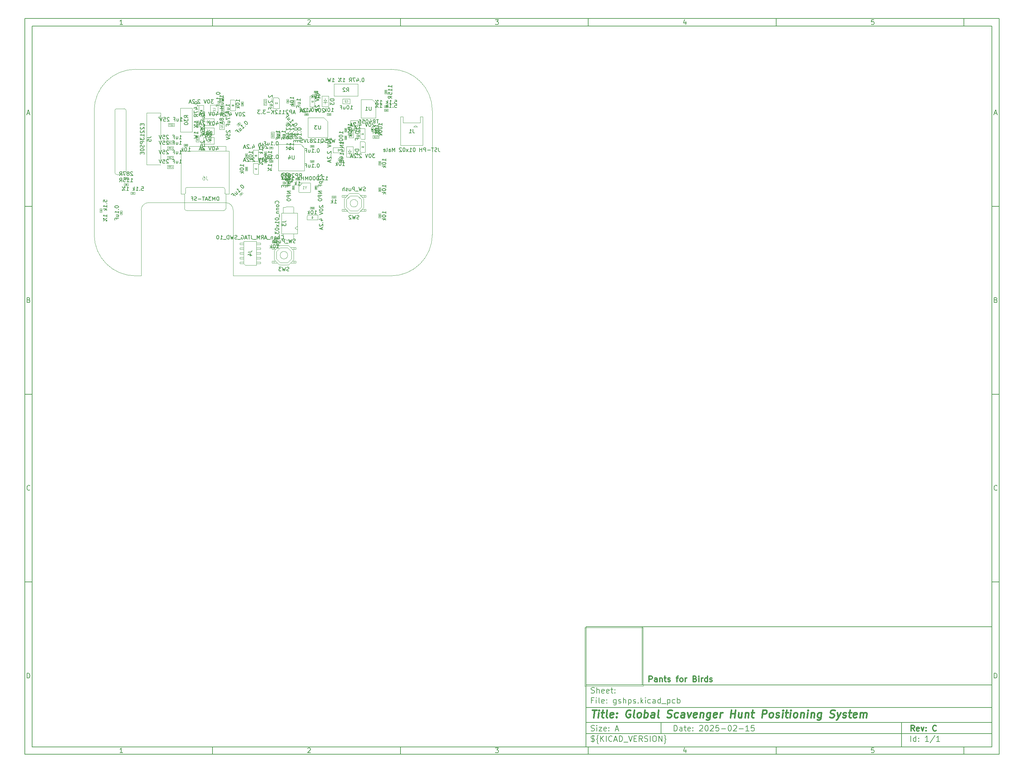
<source format=gbr>
%TF.GenerationSoftware,KiCad,Pcbnew,8.0.6+1*%
%TF.CreationDate,2025-02-24T18:19:18+00:00*%
%TF.ProjectId,gshps,67736870-732e-46b6-9963-61645f706362,C*%
%TF.SameCoordinates,Original*%
%TF.FileFunction,AssemblyDrawing,Bot*%
%FSLAX45Y45*%
G04 Gerber Fmt 4.5, Leading zero omitted, Abs format (unit mm)*
G04 Created by KiCad (PCBNEW 8.0.6+1) date 2025-02-24 18:19:18*
%MOMM*%
%LPD*%
G01*
G04 APERTURE LIST*
%ADD10C,0.100000*%
%ADD11C,0.150000*%
%ADD12C,0.300000*%
%ADD13C,0.400000*%
%TA.AperFunction,Profile*%
%ADD14C,0.100000*%
%TD*%
%ADD15C,0.040000*%
%ADD16C,0.060000*%
%ADD17C,0.050000*%
%ADD18C,0.080000*%
%ADD19C,0.105000*%
%ADD20C,0.090000*%
G04 APERTURE END LIST*
D10*
X15905782Y-17215462D02*
X15905782Y-18774098D01*
X17464418Y-18774098D01*
X17464418Y-17215462D01*
X15905782Y-17215462D01*
D11*
X15940000Y-17190000D02*
X26740000Y-17190000D01*
X26740000Y-20390000D01*
X15940000Y-20390000D01*
X15940000Y-17190000D01*
D10*
D11*
X1000000Y-1000000D02*
X26940000Y-1000000D01*
X26940000Y-20590000D01*
X1000000Y-20590000D01*
X1000000Y-1000000D01*
D10*
D11*
X1200000Y-1200000D02*
X26740000Y-1200000D01*
X26740000Y-20390000D01*
X1200000Y-20390000D01*
X1200000Y-1200000D01*
D10*
D11*
X6000000Y-1200000D02*
X6000000Y-1000000D01*
D10*
D11*
X11000000Y-1200000D02*
X11000000Y-1000000D01*
D10*
D11*
X16000000Y-1200000D02*
X16000000Y-1000000D01*
D10*
D11*
X21000000Y-1200000D02*
X21000000Y-1000000D01*
D10*
D11*
X26000000Y-1200000D02*
X26000000Y-1000000D01*
D10*
D11*
X3608916Y-1159360D02*
X3534630Y-1159360D01*
X3571773Y-1159360D02*
X3571773Y-1029360D01*
X3571773Y-1029360D02*
X3559392Y-1047932D01*
X3559392Y-1047932D02*
X3547011Y-1060313D01*
X3547011Y-1060313D02*
X3534630Y-1066503D01*
D10*
D11*
X8534630Y-1041741D02*
X8540821Y-1035551D01*
X8540821Y-1035551D02*
X8553202Y-1029360D01*
X8553202Y-1029360D02*
X8584154Y-1029360D01*
X8584154Y-1029360D02*
X8596535Y-1035551D01*
X8596535Y-1035551D02*
X8602726Y-1041741D01*
X8602726Y-1041741D02*
X8608916Y-1054122D01*
X8608916Y-1054122D02*
X8608916Y-1066503D01*
X8608916Y-1066503D02*
X8602726Y-1085075D01*
X8602726Y-1085075D02*
X8528440Y-1159360D01*
X8528440Y-1159360D02*
X8608916Y-1159360D01*
D10*
D11*
X13528440Y-1029360D02*
X13608916Y-1029360D01*
X13608916Y-1029360D02*
X13565583Y-1078884D01*
X13565583Y-1078884D02*
X13584154Y-1078884D01*
X13584154Y-1078884D02*
X13596535Y-1085075D01*
X13596535Y-1085075D02*
X13602725Y-1091265D01*
X13602725Y-1091265D02*
X13608916Y-1103646D01*
X13608916Y-1103646D02*
X13608916Y-1134599D01*
X13608916Y-1134599D02*
X13602725Y-1146980D01*
X13602725Y-1146980D02*
X13596535Y-1153170D01*
X13596535Y-1153170D02*
X13584154Y-1159360D01*
X13584154Y-1159360D02*
X13547011Y-1159360D01*
X13547011Y-1159360D02*
X13534630Y-1153170D01*
X13534630Y-1153170D02*
X13528440Y-1146980D01*
D10*
D11*
X18596535Y-1072694D02*
X18596535Y-1159360D01*
X18565583Y-1023170D02*
X18534630Y-1116027D01*
X18534630Y-1116027D02*
X18615106Y-1116027D01*
D10*
D11*
X23602725Y-1029360D02*
X23540821Y-1029360D01*
X23540821Y-1029360D02*
X23534630Y-1091265D01*
X23534630Y-1091265D02*
X23540821Y-1085075D01*
X23540821Y-1085075D02*
X23553202Y-1078884D01*
X23553202Y-1078884D02*
X23584154Y-1078884D01*
X23584154Y-1078884D02*
X23596535Y-1085075D01*
X23596535Y-1085075D02*
X23602725Y-1091265D01*
X23602725Y-1091265D02*
X23608916Y-1103646D01*
X23608916Y-1103646D02*
X23608916Y-1134599D01*
X23608916Y-1134599D02*
X23602725Y-1146980D01*
X23602725Y-1146980D02*
X23596535Y-1153170D01*
X23596535Y-1153170D02*
X23584154Y-1159360D01*
X23584154Y-1159360D02*
X23553202Y-1159360D01*
X23553202Y-1159360D02*
X23540821Y-1153170D01*
X23540821Y-1153170D02*
X23534630Y-1146980D01*
D10*
D11*
X6000000Y-20390000D02*
X6000000Y-20590000D01*
D10*
D11*
X11000000Y-20390000D02*
X11000000Y-20590000D01*
D10*
D11*
X16000000Y-20390000D02*
X16000000Y-20590000D01*
D10*
D11*
X21000000Y-20390000D02*
X21000000Y-20590000D01*
D10*
D11*
X26000000Y-20390000D02*
X26000000Y-20590000D01*
D10*
D11*
X3608916Y-20549360D02*
X3534630Y-20549360D01*
X3571773Y-20549360D02*
X3571773Y-20419360D01*
X3571773Y-20419360D02*
X3559392Y-20437932D01*
X3559392Y-20437932D02*
X3547011Y-20450313D01*
X3547011Y-20450313D02*
X3534630Y-20456503D01*
D10*
D11*
X8534630Y-20431741D02*
X8540821Y-20425551D01*
X8540821Y-20425551D02*
X8553202Y-20419360D01*
X8553202Y-20419360D02*
X8584154Y-20419360D01*
X8584154Y-20419360D02*
X8596535Y-20425551D01*
X8596535Y-20425551D02*
X8602726Y-20431741D01*
X8602726Y-20431741D02*
X8608916Y-20444122D01*
X8608916Y-20444122D02*
X8608916Y-20456503D01*
X8608916Y-20456503D02*
X8602726Y-20475075D01*
X8602726Y-20475075D02*
X8528440Y-20549360D01*
X8528440Y-20549360D02*
X8608916Y-20549360D01*
D10*
D11*
X13528440Y-20419360D02*
X13608916Y-20419360D01*
X13608916Y-20419360D02*
X13565583Y-20468884D01*
X13565583Y-20468884D02*
X13584154Y-20468884D01*
X13584154Y-20468884D02*
X13596535Y-20475075D01*
X13596535Y-20475075D02*
X13602725Y-20481265D01*
X13602725Y-20481265D02*
X13608916Y-20493646D01*
X13608916Y-20493646D02*
X13608916Y-20524599D01*
X13608916Y-20524599D02*
X13602725Y-20536980D01*
X13602725Y-20536980D02*
X13596535Y-20543170D01*
X13596535Y-20543170D02*
X13584154Y-20549360D01*
X13584154Y-20549360D02*
X13547011Y-20549360D01*
X13547011Y-20549360D02*
X13534630Y-20543170D01*
X13534630Y-20543170D02*
X13528440Y-20536980D01*
D10*
D11*
X18596535Y-20462694D02*
X18596535Y-20549360D01*
X18565583Y-20413170D02*
X18534630Y-20506027D01*
X18534630Y-20506027D02*
X18615106Y-20506027D01*
D10*
D11*
X23602725Y-20419360D02*
X23540821Y-20419360D01*
X23540821Y-20419360D02*
X23534630Y-20481265D01*
X23534630Y-20481265D02*
X23540821Y-20475075D01*
X23540821Y-20475075D02*
X23553202Y-20468884D01*
X23553202Y-20468884D02*
X23584154Y-20468884D01*
X23584154Y-20468884D02*
X23596535Y-20475075D01*
X23596535Y-20475075D02*
X23602725Y-20481265D01*
X23602725Y-20481265D02*
X23608916Y-20493646D01*
X23608916Y-20493646D02*
X23608916Y-20524599D01*
X23608916Y-20524599D02*
X23602725Y-20536980D01*
X23602725Y-20536980D02*
X23596535Y-20543170D01*
X23596535Y-20543170D02*
X23584154Y-20549360D01*
X23584154Y-20549360D02*
X23553202Y-20549360D01*
X23553202Y-20549360D02*
X23540821Y-20543170D01*
X23540821Y-20543170D02*
X23534630Y-20536980D01*
D10*
D11*
X1000000Y-6000000D02*
X1200000Y-6000000D01*
D10*
D11*
X1000000Y-11000000D02*
X1200000Y-11000000D01*
D10*
D11*
X1000000Y-16000000D02*
X1200000Y-16000000D01*
D10*
D11*
X1069048Y-3522218D02*
X1130952Y-3522218D01*
X1056667Y-3559360D02*
X1100000Y-3429360D01*
X1100000Y-3429360D02*
X1143333Y-3559360D01*
D10*
D11*
X1109286Y-8491265D02*
X1127857Y-8497456D01*
X1127857Y-8497456D02*
X1134048Y-8503646D01*
X1134048Y-8503646D02*
X1140238Y-8516027D01*
X1140238Y-8516027D02*
X1140238Y-8534599D01*
X1140238Y-8534599D02*
X1134048Y-8546980D01*
X1134048Y-8546980D02*
X1127857Y-8553170D01*
X1127857Y-8553170D02*
X1115476Y-8559360D01*
X1115476Y-8559360D02*
X1065952Y-8559360D01*
X1065952Y-8559360D02*
X1065952Y-8429360D01*
X1065952Y-8429360D02*
X1109286Y-8429360D01*
X1109286Y-8429360D02*
X1121667Y-8435551D01*
X1121667Y-8435551D02*
X1127857Y-8441741D01*
X1127857Y-8441741D02*
X1134048Y-8454122D01*
X1134048Y-8454122D02*
X1134048Y-8466503D01*
X1134048Y-8466503D02*
X1127857Y-8478884D01*
X1127857Y-8478884D02*
X1121667Y-8485075D01*
X1121667Y-8485075D02*
X1109286Y-8491265D01*
X1109286Y-8491265D02*
X1065952Y-8491265D01*
D10*
D11*
X1140238Y-13546979D02*
X1134048Y-13553170D01*
X1134048Y-13553170D02*
X1115476Y-13559360D01*
X1115476Y-13559360D02*
X1103095Y-13559360D01*
X1103095Y-13559360D02*
X1084524Y-13553170D01*
X1084524Y-13553170D02*
X1072143Y-13540789D01*
X1072143Y-13540789D02*
X1065952Y-13528408D01*
X1065952Y-13528408D02*
X1059762Y-13503646D01*
X1059762Y-13503646D02*
X1059762Y-13485075D01*
X1059762Y-13485075D02*
X1065952Y-13460313D01*
X1065952Y-13460313D02*
X1072143Y-13447932D01*
X1072143Y-13447932D02*
X1084524Y-13435551D01*
X1084524Y-13435551D02*
X1103095Y-13429360D01*
X1103095Y-13429360D02*
X1115476Y-13429360D01*
X1115476Y-13429360D02*
X1134048Y-13435551D01*
X1134048Y-13435551D02*
X1140238Y-13441741D01*
D10*
D11*
X1065952Y-18559360D02*
X1065952Y-18429360D01*
X1065952Y-18429360D02*
X1096905Y-18429360D01*
X1096905Y-18429360D02*
X1115476Y-18435551D01*
X1115476Y-18435551D02*
X1127857Y-18447932D01*
X1127857Y-18447932D02*
X1134048Y-18460313D01*
X1134048Y-18460313D02*
X1140238Y-18485075D01*
X1140238Y-18485075D02*
X1140238Y-18503646D01*
X1140238Y-18503646D02*
X1134048Y-18528408D01*
X1134048Y-18528408D02*
X1127857Y-18540789D01*
X1127857Y-18540789D02*
X1115476Y-18553170D01*
X1115476Y-18553170D02*
X1096905Y-18559360D01*
X1096905Y-18559360D02*
X1065952Y-18559360D01*
D10*
D11*
X26940000Y-6000000D02*
X26740000Y-6000000D01*
D10*
D11*
X26940000Y-11000000D02*
X26740000Y-11000000D01*
D10*
D11*
X26940000Y-16000000D02*
X26740000Y-16000000D01*
D10*
D11*
X26809048Y-3522218D02*
X26870952Y-3522218D01*
X26796667Y-3559360D02*
X26840000Y-3429360D01*
X26840000Y-3429360D02*
X26883333Y-3559360D01*
D10*
D11*
X26849286Y-8491265D02*
X26867857Y-8497456D01*
X26867857Y-8497456D02*
X26874048Y-8503646D01*
X26874048Y-8503646D02*
X26880238Y-8516027D01*
X26880238Y-8516027D02*
X26880238Y-8534599D01*
X26880238Y-8534599D02*
X26874048Y-8546980D01*
X26874048Y-8546980D02*
X26867857Y-8553170D01*
X26867857Y-8553170D02*
X26855476Y-8559360D01*
X26855476Y-8559360D02*
X26805952Y-8559360D01*
X26805952Y-8559360D02*
X26805952Y-8429360D01*
X26805952Y-8429360D02*
X26849286Y-8429360D01*
X26849286Y-8429360D02*
X26861667Y-8435551D01*
X26861667Y-8435551D02*
X26867857Y-8441741D01*
X26867857Y-8441741D02*
X26874048Y-8454122D01*
X26874048Y-8454122D02*
X26874048Y-8466503D01*
X26874048Y-8466503D02*
X26867857Y-8478884D01*
X26867857Y-8478884D02*
X26861667Y-8485075D01*
X26861667Y-8485075D02*
X26849286Y-8491265D01*
X26849286Y-8491265D02*
X26805952Y-8491265D01*
D10*
D11*
X26880238Y-13546979D02*
X26874048Y-13553170D01*
X26874048Y-13553170D02*
X26855476Y-13559360D01*
X26855476Y-13559360D02*
X26843095Y-13559360D01*
X26843095Y-13559360D02*
X26824524Y-13553170D01*
X26824524Y-13553170D02*
X26812143Y-13540789D01*
X26812143Y-13540789D02*
X26805952Y-13528408D01*
X26805952Y-13528408D02*
X26799762Y-13503646D01*
X26799762Y-13503646D02*
X26799762Y-13485075D01*
X26799762Y-13485075D02*
X26805952Y-13460313D01*
X26805952Y-13460313D02*
X26812143Y-13447932D01*
X26812143Y-13447932D02*
X26824524Y-13435551D01*
X26824524Y-13435551D02*
X26843095Y-13429360D01*
X26843095Y-13429360D02*
X26855476Y-13429360D01*
X26855476Y-13429360D02*
X26874048Y-13435551D01*
X26874048Y-13435551D02*
X26880238Y-13441741D01*
D10*
D11*
X26805952Y-18559360D02*
X26805952Y-18429360D01*
X26805952Y-18429360D02*
X26836905Y-18429360D01*
X26836905Y-18429360D02*
X26855476Y-18435551D01*
X26855476Y-18435551D02*
X26867857Y-18447932D01*
X26867857Y-18447932D02*
X26874048Y-18460313D01*
X26874048Y-18460313D02*
X26880238Y-18485075D01*
X26880238Y-18485075D02*
X26880238Y-18503646D01*
X26880238Y-18503646D02*
X26874048Y-18528408D01*
X26874048Y-18528408D02*
X26867857Y-18540789D01*
X26867857Y-18540789D02*
X26855476Y-18553170D01*
X26855476Y-18553170D02*
X26836905Y-18559360D01*
X26836905Y-18559360D02*
X26805952Y-18559360D01*
D10*
D11*
X18285583Y-19968613D02*
X18285583Y-19818613D01*
X18285583Y-19818613D02*
X18321297Y-19818613D01*
X18321297Y-19818613D02*
X18342726Y-19825756D01*
X18342726Y-19825756D02*
X18357011Y-19840041D01*
X18357011Y-19840041D02*
X18364154Y-19854327D01*
X18364154Y-19854327D02*
X18371297Y-19882899D01*
X18371297Y-19882899D02*
X18371297Y-19904327D01*
X18371297Y-19904327D02*
X18364154Y-19932899D01*
X18364154Y-19932899D02*
X18357011Y-19947184D01*
X18357011Y-19947184D02*
X18342726Y-19961470D01*
X18342726Y-19961470D02*
X18321297Y-19968613D01*
X18321297Y-19968613D02*
X18285583Y-19968613D01*
X18499868Y-19968613D02*
X18499868Y-19890041D01*
X18499868Y-19890041D02*
X18492726Y-19875756D01*
X18492726Y-19875756D02*
X18478440Y-19868613D01*
X18478440Y-19868613D02*
X18449868Y-19868613D01*
X18449868Y-19868613D02*
X18435583Y-19875756D01*
X18499868Y-19961470D02*
X18485583Y-19968613D01*
X18485583Y-19968613D02*
X18449868Y-19968613D01*
X18449868Y-19968613D02*
X18435583Y-19961470D01*
X18435583Y-19961470D02*
X18428440Y-19947184D01*
X18428440Y-19947184D02*
X18428440Y-19932899D01*
X18428440Y-19932899D02*
X18435583Y-19918613D01*
X18435583Y-19918613D02*
X18449868Y-19911470D01*
X18449868Y-19911470D02*
X18485583Y-19911470D01*
X18485583Y-19911470D02*
X18499868Y-19904327D01*
X18549868Y-19868613D02*
X18607011Y-19868613D01*
X18571297Y-19818613D02*
X18571297Y-19947184D01*
X18571297Y-19947184D02*
X18578440Y-19961470D01*
X18578440Y-19961470D02*
X18592726Y-19968613D01*
X18592726Y-19968613D02*
X18607011Y-19968613D01*
X18714154Y-19961470D02*
X18699868Y-19968613D01*
X18699868Y-19968613D02*
X18671297Y-19968613D01*
X18671297Y-19968613D02*
X18657011Y-19961470D01*
X18657011Y-19961470D02*
X18649868Y-19947184D01*
X18649868Y-19947184D02*
X18649868Y-19890041D01*
X18649868Y-19890041D02*
X18657011Y-19875756D01*
X18657011Y-19875756D02*
X18671297Y-19868613D01*
X18671297Y-19868613D02*
X18699868Y-19868613D01*
X18699868Y-19868613D02*
X18714154Y-19875756D01*
X18714154Y-19875756D02*
X18721297Y-19890041D01*
X18721297Y-19890041D02*
X18721297Y-19904327D01*
X18721297Y-19904327D02*
X18649868Y-19918613D01*
X18785583Y-19954327D02*
X18792726Y-19961470D01*
X18792726Y-19961470D02*
X18785583Y-19968613D01*
X18785583Y-19968613D02*
X18778440Y-19961470D01*
X18778440Y-19961470D02*
X18785583Y-19954327D01*
X18785583Y-19954327D02*
X18785583Y-19968613D01*
X18785583Y-19875756D02*
X18792726Y-19882899D01*
X18792726Y-19882899D02*
X18785583Y-19890041D01*
X18785583Y-19890041D02*
X18778440Y-19882899D01*
X18778440Y-19882899D02*
X18785583Y-19875756D01*
X18785583Y-19875756D02*
X18785583Y-19890041D01*
X18964154Y-19832899D02*
X18971297Y-19825756D01*
X18971297Y-19825756D02*
X18985583Y-19818613D01*
X18985583Y-19818613D02*
X19021297Y-19818613D01*
X19021297Y-19818613D02*
X19035583Y-19825756D01*
X19035583Y-19825756D02*
X19042726Y-19832899D01*
X19042726Y-19832899D02*
X19049868Y-19847184D01*
X19049868Y-19847184D02*
X19049868Y-19861470D01*
X19049868Y-19861470D02*
X19042726Y-19882899D01*
X19042726Y-19882899D02*
X18957011Y-19968613D01*
X18957011Y-19968613D02*
X19049868Y-19968613D01*
X19142726Y-19818613D02*
X19157011Y-19818613D01*
X19157011Y-19818613D02*
X19171297Y-19825756D01*
X19171297Y-19825756D02*
X19178440Y-19832899D01*
X19178440Y-19832899D02*
X19185583Y-19847184D01*
X19185583Y-19847184D02*
X19192726Y-19875756D01*
X19192726Y-19875756D02*
X19192726Y-19911470D01*
X19192726Y-19911470D02*
X19185583Y-19940041D01*
X19185583Y-19940041D02*
X19178440Y-19954327D01*
X19178440Y-19954327D02*
X19171297Y-19961470D01*
X19171297Y-19961470D02*
X19157011Y-19968613D01*
X19157011Y-19968613D02*
X19142726Y-19968613D01*
X19142726Y-19968613D02*
X19128440Y-19961470D01*
X19128440Y-19961470D02*
X19121297Y-19954327D01*
X19121297Y-19954327D02*
X19114154Y-19940041D01*
X19114154Y-19940041D02*
X19107011Y-19911470D01*
X19107011Y-19911470D02*
X19107011Y-19875756D01*
X19107011Y-19875756D02*
X19114154Y-19847184D01*
X19114154Y-19847184D02*
X19121297Y-19832899D01*
X19121297Y-19832899D02*
X19128440Y-19825756D01*
X19128440Y-19825756D02*
X19142726Y-19818613D01*
X19249868Y-19832899D02*
X19257011Y-19825756D01*
X19257011Y-19825756D02*
X19271297Y-19818613D01*
X19271297Y-19818613D02*
X19307011Y-19818613D01*
X19307011Y-19818613D02*
X19321297Y-19825756D01*
X19321297Y-19825756D02*
X19328440Y-19832899D01*
X19328440Y-19832899D02*
X19335583Y-19847184D01*
X19335583Y-19847184D02*
X19335583Y-19861470D01*
X19335583Y-19861470D02*
X19328440Y-19882899D01*
X19328440Y-19882899D02*
X19242725Y-19968613D01*
X19242725Y-19968613D02*
X19335583Y-19968613D01*
X19471297Y-19818613D02*
X19399868Y-19818613D01*
X19399868Y-19818613D02*
X19392725Y-19890041D01*
X19392725Y-19890041D02*
X19399868Y-19882899D01*
X19399868Y-19882899D02*
X19414154Y-19875756D01*
X19414154Y-19875756D02*
X19449868Y-19875756D01*
X19449868Y-19875756D02*
X19464154Y-19882899D01*
X19464154Y-19882899D02*
X19471297Y-19890041D01*
X19471297Y-19890041D02*
X19478440Y-19904327D01*
X19478440Y-19904327D02*
X19478440Y-19940041D01*
X19478440Y-19940041D02*
X19471297Y-19954327D01*
X19471297Y-19954327D02*
X19464154Y-19961470D01*
X19464154Y-19961470D02*
X19449868Y-19968613D01*
X19449868Y-19968613D02*
X19414154Y-19968613D01*
X19414154Y-19968613D02*
X19399868Y-19961470D01*
X19399868Y-19961470D02*
X19392725Y-19954327D01*
X19542725Y-19911470D02*
X19657011Y-19911470D01*
X19757011Y-19818613D02*
X19771297Y-19818613D01*
X19771297Y-19818613D02*
X19785583Y-19825756D01*
X19785583Y-19825756D02*
X19792725Y-19832899D01*
X19792725Y-19832899D02*
X19799868Y-19847184D01*
X19799868Y-19847184D02*
X19807011Y-19875756D01*
X19807011Y-19875756D02*
X19807011Y-19911470D01*
X19807011Y-19911470D02*
X19799868Y-19940041D01*
X19799868Y-19940041D02*
X19792725Y-19954327D01*
X19792725Y-19954327D02*
X19785583Y-19961470D01*
X19785583Y-19961470D02*
X19771297Y-19968613D01*
X19771297Y-19968613D02*
X19757011Y-19968613D01*
X19757011Y-19968613D02*
X19742725Y-19961470D01*
X19742725Y-19961470D02*
X19735583Y-19954327D01*
X19735583Y-19954327D02*
X19728440Y-19940041D01*
X19728440Y-19940041D02*
X19721297Y-19911470D01*
X19721297Y-19911470D02*
X19721297Y-19875756D01*
X19721297Y-19875756D02*
X19728440Y-19847184D01*
X19728440Y-19847184D02*
X19735583Y-19832899D01*
X19735583Y-19832899D02*
X19742725Y-19825756D01*
X19742725Y-19825756D02*
X19757011Y-19818613D01*
X19864154Y-19832899D02*
X19871297Y-19825756D01*
X19871297Y-19825756D02*
X19885583Y-19818613D01*
X19885583Y-19818613D02*
X19921297Y-19818613D01*
X19921297Y-19818613D02*
X19935583Y-19825756D01*
X19935583Y-19825756D02*
X19942725Y-19832899D01*
X19942725Y-19832899D02*
X19949868Y-19847184D01*
X19949868Y-19847184D02*
X19949868Y-19861470D01*
X19949868Y-19861470D02*
X19942725Y-19882899D01*
X19942725Y-19882899D02*
X19857011Y-19968613D01*
X19857011Y-19968613D02*
X19949868Y-19968613D01*
X20014154Y-19911470D02*
X20128440Y-19911470D01*
X20278440Y-19968613D02*
X20192725Y-19968613D01*
X20235582Y-19968613D02*
X20235582Y-19818613D01*
X20235582Y-19818613D02*
X20221297Y-19840041D01*
X20221297Y-19840041D02*
X20207011Y-19854327D01*
X20207011Y-19854327D02*
X20192725Y-19861470D01*
X20414154Y-19818613D02*
X20342725Y-19818613D01*
X20342725Y-19818613D02*
X20335582Y-19890041D01*
X20335582Y-19890041D02*
X20342725Y-19882899D01*
X20342725Y-19882899D02*
X20357011Y-19875756D01*
X20357011Y-19875756D02*
X20392725Y-19875756D01*
X20392725Y-19875756D02*
X20407011Y-19882899D01*
X20407011Y-19882899D02*
X20414154Y-19890041D01*
X20414154Y-19890041D02*
X20421297Y-19904327D01*
X20421297Y-19904327D02*
X20421297Y-19940041D01*
X20421297Y-19940041D02*
X20414154Y-19954327D01*
X20414154Y-19954327D02*
X20407011Y-19961470D01*
X20407011Y-19961470D02*
X20392725Y-19968613D01*
X20392725Y-19968613D02*
X20357011Y-19968613D01*
X20357011Y-19968613D02*
X20342725Y-19961470D01*
X20342725Y-19961470D02*
X20335582Y-19954327D01*
D10*
D11*
X15940000Y-20040000D02*
X26740000Y-20040000D01*
D10*
D11*
X16078440Y-20241470D02*
X16099868Y-20248613D01*
X16099868Y-20248613D02*
X16135583Y-20248613D01*
X16135583Y-20248613D02*
X16149868Y-20241470D01*
X16149868Y-20241470D02*
X16157011Y-20234327D01*
X16157011Y-20234327D02*
X16164154Y-20220041D01*
X16164154Y-20220041D02*
X16164154Y-20205756D01*
X16164154Y-20205756D02*
X16157011Y-20191470D01*
X16157011Y-20191470D02*
X16149868Y-20184327D01*
X16149868Y-20184327D02*
X16135583Y-20177184D01*
X16135583Y-20177184D02*
X16107011Y-20170041D01*
X16107011Y-20170041D02*
X16092725Y-20162899D01*
X16092725Y-20162899D02*
X16085583Y-20155756D01*
X16085583Y-20155756D02*
X16078440Y-20141470D01*
X16078440Y-20141470D02*
X16078440Y-20127184D01*
X16078440Y-20127184D02*
X16085583Y-20112899D01*
X16085583Y-20112899D02*
X16092725Y-20105756D01*
X16092725Y-20105756D02*
X16107011Y-20098613D01*
X16107011Y-20098613D02*
X16142725Y-20098613D01*
X16142725Y-20098613D02*
X16164154Y-20105756D01*
X16121297Y-20077184D02*
X16121297Y-20270041D01*
X16271297Y-20305756D02*
X16264154Y-20305756D01*
X16264154Y-20305756D02*
X16249868Y-20298613D01*
X16249868Y-20298613D02*
X16242725Y-20284327D01*
X16242725Y-20284327D02*
X16242725Y-20212899D01*
X16242725Y-20212899D02*
X16235583Y-20198613D01*
X16235583Y-20198613D02*
X16221297Y-20191470D01*
X16221297Y-20191470D02*
X16235583Y-20184327D01*
X16235583Y-20184327D02*
X16242725Y-20170041D01*
X16242725Y-20170041D02*
X16242725Y-20098613D01*
X16242725Y-20098613D02*
X16249868Y-20084327D01*
X16249868Y-20084327D02*
X16264154Y-20077184D01*
X16264154Y-20077184D02*
X16271297Y-20077184D01*
X16328440Y-20248613D02*
X16328440Y-20098613D01*
X16414154Y-20248613D02*
X16349868Y-20162899D01*
X16414154Y-20098613D02*
X16328440Y-20184327D01*
X16478440Y-20248613D02*
X16478440Y-20098613D01*
X16635583Y-20234327D02*
X16628440Y-20241470D01*
X16628440Y-20241470D02*
X16607011Y-20248613D01*
X16607011Y-20248613D02*
X16592725Y-20248613D01*
X16592725Y-20248613D02*
X16571297Y-20241470D01*
X16571297Y-20241470D02*
X16557011Y-20227184D01*
X16557011Y-20227184D02*
X16549868Y-20212899D01*
X16549868Y-20212899D02*
X16542725Y-20184327D01*
X16542725Y-20184327D02*
X16542725Y-20162899D01*
X16542725Y-20162899D02*
X16549868Y-20134327D01*
X16549868Y-20134327D02*
X16557011Y-20120041D01*
X16557011Y-20120041D02*
X16571297Y-20105756D01*
X16571297Y-20105756D02*
X16592725Y-20098613D01*
X16592725Y-20098613D02*
X16607011Y-20098613D01*
X16607011Y-20098613D02*
X16628440Y-20105756D01*
X16628440Y-20105756D02*
X16635583Y-20112899D01*
X16692725Y-20205756D02*
X16764154Y-20205756D01*
X16678440Y-20248613D02*
X16728440Y-20098613D01*
X16728440Y-20098613D02*
X16778440Y-20248613D01*
X16828440Y-20248613D02*
X16828440Y-20098613D01*
X16828440Y-20098613D02*
X16864154Y-20098613D01*
X16864154Y-20098613D02*
X16885583Y-20105756D01*
X16885583Y-20105756D02*
X16899868Y-20120041D01*
X16899868Y-20120041D02*
X16907011Y-20134327D01*
X16907011Y-20134327D02*
X16914154Y-20162899D01*
X16914154Y-20162899D02*
X16914154Y-20184327D01*
X16914154Y-20184327D02*
X16907011Y-20212899D01*
X16907011Y-20212899D02*
X16899868Y-20227184D01*
X16899868Y-20227184D02*
X16885583Y-20241470D01*
X16885583Y-20241470D02*
X16864154Y-20248613D01*
X16864154Y-20248613D02*
X16828440Y-20248613D01*
X16942726Y-20262899D02*
X17057011Y-20262899D01*
X17071297Y-20098613D02*
X17121297Y-20248613D01*
X17121297Y-20248613D02*
X17171297Y-20098613D01*
X17221297Y-20170041D02*
X17271297Y-20170041D01*
X17292725Y-20248613D02*
X17221297Y-20248613D01*
X17221297Y-20248613D02*
X17221297Y-20098613D01*
X17221297Y-20098613D02*
X17292725Y-20098613D01*
X17442725Y-20248613D02*
X17392725Y-20177184D01*
X17357011Y-20248613D02*
X17357011Y-20098613D01*
X17357011Y-20098613D02*
X17414154Y-20098613D01*
X17414154Y-20098613D02*
X17428440Y-20105756D01*
X17428440Y-20105756D02*
X17435583Y-20112899D01*
X17435583Y-20112899D02*
X17442725Y-20127184D01*
X17442725Y-20127184D02*
X17442725Y-20148613D01*
X17442725Y-20148613D02*
X17435583Y-20162899D01*
X17435583Y-20162899D02*
X17428440Y-20170041D01*
X17428440Y-20170041D02*
X17414154Y-20177184D01*
X17414154Y-20177184D02*
X17357011Y-20177184D01*
X17499868Y-20241470D02*
X17521297Y-20248613D01*
X17521297Y-20248613D02*
X17557011Y-20248613D01*
X17557011Y-20248613D02*
X17571297Y-20241470D01*
X17571297Y-20241470D02*
X17578440Y-20234327D01*
X17578440Y-20234327D02*
X17585583Y-20220041D01*
X17585583Y-20220041D02*
X17585583Y-20205756D01*
X17585583Y-20205756D02*
X17578440Y-20191470D01*
X17578440Y-20191470D02*
X17571297Y-20184327D01*
X17571297Y-20184327D02*
X17557011Y-20177184D01*
X17557011Y-20177184D02*
X17528440Y-20170041D01*
X17528440Y-20170041D02*
X17514154Y-20162899D01*
X17514154Y-20162899D02*
X17507011Y-20155756D01*
X17507011Y-20155756D02*
X17499868Y-20141470D01*
X17499868Y-20141470D02*
X17499868Y-20127184D01*
X17499868Y-20127184D02*
X17507011Y-20112899D01*
X17507011Y-20112899D02*
X17514154Y-20105756D01*
X17514154Y-20105756D02*
X17528440Y-20098613D01*
X17528440Y-20098613D02*
X17564154Y-20098613D01*
X17564154Y-20098613D02*
X17585583Y-20105756D01*
X17649868Y-20248613D02*
X17649868Y-20098613D01*
X17749868Y-20098613D02*
X17778440Y-20098613D01*
X17778440Y-20098613D02*
X17792725Y-20105756D01*
X17792725Y-20105756D02*
X17807011Y-20120041D01*
X17807011Y-20120041D02*
X17814154Y-20148613D01*
X17814154Y-20148613D02*
X17814154Y-20198613D01*
X17814154Y-20198613D02*
X17807011Y-20227184D01*
X17807011Y-20227184D02*
X17792725Y-20241470D01*
X17792725Y-20241470D02*
X17778440Y-20248613D01*
X17778440Y-20248613D02*
X17749868Y-20248613D01*
X17749868Y-20248613D02*
X17735583Y-20241470D01*
X17735583Y-20241470D02*
X17721297Y-20227184D01*
X17721297Y-20227184D02*
X17714154Y-20198613D01*
X17714154Y-20198613D02*
X17714154Y-20148613D01*
X17714154Y-20148613D02*
X17721297Y-20120041D01*
X17721297Y-20120041D02*
X17735583Y-20105756D01*
X17735583Y-20105756D02*
X17749868Y-20098613D01*
X17878440Y-20248613D02*
X17878440Y-20098613D01*
X17878440Y-20098613D02*
X17964154Y-20248613D01*
X17964154Y-20248613D02*
X17964154Y-20098613D01*
X18021297Y-20305756D02*
X18028440Y-20305756D01*
X18028440Y-20305756D02*
X18042726Y-20298613D01*
X18042726Y-20298613D02*
X18049868Y-20284327D01*
X18049868Y-20284327D02*
X18049868Y-20212899D01*
X18049868Y-20212899D02*
X18057011Y-20198613D01*
X18057011Y-20198613D02*
X18071297Y-20191470D01*
X18071297Y-20191470D02*
X18057011Y-20184327D01*
X18057011Y-20184327D02*
X18049868Y-20170041D01*
X18049868Y-20170041D02*
X18049868Y-20098613D01*
X18049868Y-20098613D02*
X18042726Y-20084327D01*
X18042726Y-20084327D02*
X18028440Y-20077184D01*
X18028440Y-20077184D02*
X18021297Y-20077184D01*
D10*
D11*
X15940000Y-19740000D02*
X26740000Y-19740000D01*
D10*
D12*
X24681165Y-19967833D02*
X24631165Y-19896404D01*
X24595451Y-19967833D02*
X24595451Y-19817833D01*
X24595451Y-19817833D02*
X24652594Y-19817833D01*
X24652594Y-19817833D02*
X24666880Y-19824976D01*
X24666880Y-19824976D02*
X24674022Y-19832119D01*
X24674022Y-19832119D02*
X24681165Y-19846404D01*
X24681165Y-19846404D02*
X24681165Y-19867833D01*
X24681165Y-19867833D02*
X24674022Y-19882119D01*
X24674022Y-19882119D02*
X24666880Y-19889261D01*
X24666880Y-19889261D02*
X24652594Y-19896404D01*
X24652594Y-19896404D02*
X24595451Y-19896404D01*
X24802594Y-19960690D02*
X24788308Y-19967833D01*
X24788308Y-19967833D02*
X24759737Y-19967833D01*
X24759737Y-19967833D02*
X24745451Y-19960690D01*
X24745451Y-19960690D02*
X24738308Y-19946404D01*
X24738308Y-19946404D02*
X24738308Y-19889261D01*
X24738308Y-19889261D02*
X24745451Y-19874976D01*
X24745451Y-19874976D02*
X24759737Y-19867833D01*
X24759737Y-19867833D02*
X24788308Y-19867833D01*
X24788308Y-19867833D02*
X24802594Y-19874976D01*
X24802594Y-19874976D02*
X24809737Y-19889261D01*
X24809737Y-19889261D02*
X24809737Y-19903547D01*
X24809737Y-19903547D02*
X24738308Y-19917833D01*
X24859737Y-19867833D02*
X24895451Y-19967833D01*
X24895451Y-19967833D02*
X24931165Y-19867833D01*
X24988308Y-19953547D02*
X24995451Y-19960690D01*
X24995451Y-19960690D02*
X24988308Y-19967833D01*
X24988308Y-19967833D02*
X24981165Y-19960690D01*
X24981165Y-19960690D02*
X24988308Y-19953547D01*
X24988308Y-19953547D02*
X24988308Y-19967833D01*
X24988308Y-19874976D02*
X24995451Y-19882119D01*
X24995451Y-19882119D02*
X24988308Y-19889261D01*
X24988308Y-19889261D02*
X24981165Y-19882119D01*
X24981165Y-19882119D02*
X24988308Y-19874976D01*
X24988308Y-19874976D02*
X24988308Y-19889261D01*
X25259737Y-19953547D02*
X25252594Y-19960690D01*
X25252594Y-19960690D02*
X25231165Y-19967833D01*
X25231165Y-19967833D02*
X25216880Y-19967833D01*
X25216880Y-19967833D02*
X25195451Y-19960690D01*
X25195451Y-19960690D02*
X25181165Y-19946404D01*
X25181165Y-19946404D02*
X25174022Y-19932119D01*
X25174022Y-19932119D02*
X25166880Y-19903547D01*
X25166880Y-19903547D02*
X25166880Y-19882119D01*
X25166880Y-19882119D02*
X25174022Y-19853547D01*
X25174022Y-19853547D02*
X25181165Y-19839261D01*
X25181165Y-19839261D02*
X25195451Y-19824976D01*
X25195451Y-19824976D02*
X25216880Y-19817833D01*
X25216880Y-19817833D02*
X25231165Y-19817833D01*
X25231165Y-19817833D02*
X25252594Y-19824976D01*
X25252594Y-19824976D02*
X25259737Y-19832119D01*
D10*
D11*
X16078440Y-19961470D02*
X16099868Y-19968613D01*
X16099868Y-19968613D02*
X16135583Y-19968613D01*
X16135583Y-19968613D02*
X16149868Y-19961470D01*
X16149868Y-19961470D02*
X16157011Y-19954327D01*
X16157011Y-19954327D02*
X16164154Y-19940041D01*
X16164154Y-19940041D02*
X16164154Y-19925756D01*
X16164154Y-19925756D02*
X16157011Y-19911470D01*
X16157011Y-19911470D02*
X16149868Y-19904327D01*
X16149868Y-19904327D02*
X16135583Y-19897184D01*
X16135583Y-19897184D02*
X16107011Y-19890041D01*
X16107011Y-19890041D02*
X16092725Y-19882899D01*
X16092725Y-19882899D02*
X16085583Y-19875756D01*
X16085583Y-19875756D02*
X16078440Y-19861470D01*
X16078440Y-19861470D02*
X16078440Y-19847184D01*
X16078440Y-19847184D02*
X16085583Y-19832899D01*
X16085583Y-19832899D02*
X16092725Y-19825756D01*
X16092725Y-19825756D02*
X16107011Y-19818613D01*
X16107011Y-19818613D02*
X16142725Y-19818613D01*
X16142725Y-19818613D02*
X16164154Y-19825756D01*
X16228440Y-19968613D02*
X16228440Y-19868613D01*
X16228440Y-19818613D02*
X16221297Y-19825756D01*
X16221297Y-19825756D02*
X16228440Y-19832899D01*
X16228440Y-19832899D02*
X16235583Y-19825756D01*
X16235583Y-19825756D02*
X16228440Y-19818613D01*
X16228440Y-19818613D02*
X16228440Y-19832899D01*
X16285583Y-19868613D02*
X16364154Y-19868613D01*
X16364154Y-19868613D02*
X16285583Y-19968613D01*
X16285583Y-19968613D02*
X16364154Y-19968613D01*
X16478440Y-19961470D02*
X16464154Y-19968613D01*
X16464154Y-19968613D02*
X16435583Y-19968613D01*
X16435583Y-19968613D02*
X16421297Y-19961470D01*
X16421297Y-19961470D02*
X16414154Y-19947184D01*
X16414154Y-19947184D02*
X16414154Y-19890041D01*
X16414154Y-19890041D02*
X16421297Y-19875756D01*
X16421297Y-19875756D02*
X16435583Y-19868613D01*
X16435583Y-19868613D02*
X16464154Y-19868613D01*
X16464154Y-19868613D02*
X16478440Y-19875756D01*
X16478440Y-19875756D02*
X16485583Y-19890041D01*
X16485583Y-19890041D02*
X16485583Y-19904327D01*
X16485583Y-19904327D02*
X16414154Y-19918613D01*
X16549868Y-19954327D02*
X16557011Y-19961470D01*
X16557011Y-19961470D02*
X16549868Y-19968613D01*
X16549868Y-19968613D02*
X16542725Y-19961470D01*
X16542725Y-19961470D02*
X16549868Y-19954327D01*
X16549868Y-19954327D02*
X16549868Y-19968613D01*
X16549868Y-19875756D02*
X16557011Y-19882899D01*
X16557011Y-19882899D02*
X16549868Y-19890041D01*
X16549868Y-19890041D02*
X16542725Y-19882899D01*
X16542725Y-19882899D02*
X16549868Y-19875756D01*
X16549868Y-19875756D02*
X16549868Y-19890041D01*
X16728440Y-19925756D02*
X16799868Y-19925756D01*
X16714154Y-19968613D02*
X16764154Y-19818613D01*
X16764154Y-19818613D02*
X16814154Y-19968613D01*
D10*
D11*
X24585583Y-20248613D02*
X24585583Y-20098613D01*
X24721297Y-20248613D02*
X24721297Y-20098613D01*
X24721297Y-20241470D02*
X24707011Y-20248613D01*
X24707011Y-20248613D02*
X24678440Y-20248613D01*
X24678440Y-20248613D02*
X24664154Y-20241470D01*
X24664154Y-20241470D02*
X24657011Y-20234327D01*
X24657011Y-20234327D02*
X24649868Y-20220041D01*
X24649868Y-20220041D02*
X24649868Y-20177184D01*
X24649868Y-20177184D02*
X24657011Y-20162899D01*
X24657011Y-20162899D02*
X24664154Y-20155756D01*
X24664154Y-20155756D02*
X24678440Y-20148613D01*
X24678440Y-20148613D02*
X24707011Y-20148613D01*
X24707011Y-20148613D02*
X24721297Y-20155756D01*
X24792725Y-20234327D02*
X24799868Y-20241470D01*
X24799868Y-20241470D02*
X24792725Y-20248613D01*
X24792725Y-20248613D02*
X24785583Y-20241470D01*
X24785583Y-20241470D02*
X24792725Y-20234327D01*
X24792725Y-20234327D02*
X24792725Y-20248613D01*
X24792725Y-20155756D02*
X24799868Y-20162899D01*
X24799868Y-20162899D02*
X24792725Y-20170041D01*
X24792725Y-20170041D02*
X24785583Y-20162899D01*
X24785583Y-20162899D02*
X24792725Y-20155756D01*
X24792725Y-20155756D02*
X24792725Y-20170041D01*
X25057011Y-20248613D02*
X24971297Y-20248613D01*
X25014154Y-20248613D02*
X25014154Y-20098613D01*
X25014154Y-20098613D02*
X24999868Y-20120041D01*
X24999868Y-20120041D02*
X24985583Y-20134327D01*
X24985583Y-20134327D02*
X24971297Y-20141470D01*
X25228440Y-20091470D02*
X25099868Y-20284327D01*
X25357011Y-20248613D02*
X25271297Y-20248613D01*
X25314154Y-20248613D02*
X25314154Y-20098613D01*
X25314154Y-20098613D02*
X25299868Y-20120041D01*
X25299868Y-20120041D02*
X25285583Y-20134327D01*
X25285583Y-20134327D02*
X25271297Y-20141470D01*
D10*
D11*
X15940000Y-19340000D02*
X26740000Y-19340000D01*
D10*
D13*
X16109173Y-19410444D02*
X16223458Y-19410444D01*
X16141316Y-19610444D02*
X16166316Y-19410444D01*
X16265125Y-19610444D02*
X16281792Y-19477110D01*
X16290125Y-19410444D02*
X16279411Y-19419968D01*
X16279411Y-19419968D02*
X16287744Y-19429491D01*
X16287744Y-19429491D02*
X16298459Y-19419968D01*
X16298459Y-19419968D02*
X16290125Y-19410444D01*
X16290125Y-19410444D02*
X16287744Y-19429491D01*
X16348459Y-19477110D02*
X16424649Y-19477110D01*
X16385363Y-19410444D02*
X16363935Y-19581872D01*
X16363935Y-19581872D02*
X16371078Y-19600920D01*
X16371078Y-19600920D02*
X16388935Y-19610444D01*
X16388935Y-19610444D02*
X16407982Y-19610444D01*
X16503220Y-19610444D02*
X16485363Y-19600920D01*
X16485363Y-19600920D02*
X16478220Y-19581872D01*
X16478220Y-19581872D02*
X16499649Y-19410444D01*
X16656792Y-19600920D02*
X16636554Y-19610444D01*
X16636554Y-19610444D02*
X16598458Y-19610444D01*
X16598458Y-19610444D02*
X16580601Y-19600920D01*
X16580601Y-19600920D02*
X16573458Y-19581872D01*
X16573458Y-19581872D02*
X16582982Y-19505682D01*
X16582982Y-19505682D02*
X16594887Y-19486634D01*
X16594887Y-19486634D02*
X16615125Y-19477110D01*
X16615125Y-19477110D02*
X16653220Y-19477110D01*
X16653220Y-19477110D02*
X16671078Y-19486634D01*
X16671078Y-19486634D02*
X16678220Y-19505682D01*
X16678220Y-19505682D02*
X16675839Y-19524730D01*
X16675839Y-19524730D02*
X16578220Y-19543777D01*
X16753220Y-19591396D02*
X16761554Y-19600920D01*
X16761554Y-19600920D02*
X16750839Y-19610444D01*
X16750839Y-19610444D02*
X16742506Y-19600920D01*
X16742506Y-19600920D02*
X16753220Y-19591396D01*
X16753220Y-19591396D02*
X16750839Y-19610444D01*
X16766316Y-19486634D02*
X16774649Y-19496158D01*
X16774649Y-19496158D02*
X16763935Y-19505682D01*
X16763935Y-19505682D02*
X16755601Y-19496158D01*
X16755601Y-19496158D02*
X16766316Y-19486634D01*
X16766316Y-19486634D02*
X16763935Y-19505682D01*
X17127030Y-19419968D02*
X17109173Y-19410444D01*
X17109173Y-19410444D02*
X17080602Y-19410444D01*
X17080602Y-19410444D02*
X17050840Y-19419968D01*
X17050840Y-19419968D02*
X17029411Y-19439015D01*
X17029411Y-19439015D02*
X17017506Y-19458063D01*
X17017506Y-19458063D02*
X17003221Y-19496158D01*
X17003221Y-19496158D02*
X16999649Y-19524730D01*
X16999649Y-19524730D02*
X17004411Y-19562825D01*
X17004411Y-19562825D02*
X17011554Y-19581872D01*
X17011554Y-19581872D02*
X17028221Y-19600920D01*
X17028221Y-19600920D02*
X17055602Y-19610444D01*
X17055602Y-19610444D02*
X17074649Y-19610444D01*
X17074649Y-19610444D02*
X17104411Y-19600920D01*
X17104411Y-19600920D02*
X17115125Y-19591396D01*
X17115125Y-19591396D02*
X17123459Y-19524730D01*
X17123459Y-19524730D02*
X17085363Y-19524730D01*
X17227030Y-19610444D02*
X17209173Y-19600920D01*
X17209173Y-19600920D02*
X17202030Y-19581872D01*
X17202030Y-19581872D02*
X17223459Y-19410444D01*
X17331792Y-19610444D02*
X17313935Y-19600920D01*
X17313935Y-19600920D02*
X17305602Y-19591396D01*
X17305602Y-19591396D02*
X17298459Y-19572349D01*
X17298459Y-19572349D02*
X17305602Y-19515206D01*
X17305602Y-19515206D02*
X17317506Y-19496158D01*
X17317506Y-19496158D02*
X17328221Y-19486634D01*
X17328221Y-19486634D02*
X17348459Y-19477110D01*
X17348459Y-19477110D02*
X17377030Y-19477110D01*
X17377030Y-19477110D02*
X17394887Y-19486634D01*
X17394887Y-19486634D02*
X17403221Y-19496158D01*
X17403221Y-19496158D02*
X17410363Y-19515206D01*
X17410363Y-19515206D02*
X17403221Y-19572349D01*
X17403221Y-19572349D02*
X17391316Y-19591396D01*
X17391316Y-19591396D02*
X17380602Y-19600920D01*
X17380602Y-19600920D02*
X17360363Y-19610444D01*
X17360363Y-19610444D02*
X17331792Y-19610444D01*
X17484173Y-19610444D02*
X17509173Y-19410444D01*
X17499649Y-19486634D02*
X17519887Y-19477110D01*
X17519887Y-19477110D02*
X17557982Y-19477110D01*
X17557982Y-19477110D02*
X17575840Y-19486634D01*
X17575840Y-19486634D02*
X17584173Y-19496158D01*
X17584173Y-19496158D02*
X17591316Y-19515206D01*
X17591316Y-19515206D02*
X17584173Y-19572349D01*
X17584173Y-19572349D02*
X17572268Y-19591396D01*
X17572268Y-19591396D02*
X17561554Y-19600920D01*
X17561554Y-19600920D02*
X17541316Y-19610444D01*
X17541316Y-19610444D02*
X17503221Y-19610444D01*
X17503221Y-19610444D02*
X17485363Y-19600920D01*
X17750840Y-19610444D02*
X17763935Y-19505682D01*
X17763935Y-19505682D02*
X17756792Y-19486634D01*
X17756792Y-19486634D02*
X17738935Y-19477110D01*
X17738935Y-19477110D02*
X17700840Y-19477110D01*
X17700840Y-19477110D02*
X17680602Y-19486634D01*
X17752030Y-19600920D02*
X17731792Y-19610444D01*
X17731792Y-19610444D02*
X17684173Y-19610444D01*
X17684173Y-19610444D02*
X17666316Y-19600920D01*
X17666316Y-19600920D02*
X17659173Y-19581872D01*
X17659173Y-19581872D02*
X17661554Y-19562825D01*
X17661554Y-19562825D02*
X17673459Y-19543777D01*
X17673459Y-19543777D02*
X17693697Y-19534253D01*
X17693697Y-19534253D02*
X17741316Y-19534253D01*
X17741316Y-19534253D02*
X17761554Y-19524730D01*
X17874649Y-19610444D02*
X17856792Y-19600920D01*
X17856792Y-19600920D02*
X17849649Y-19581872D01*
X17849649Y-19581872D02*
X17871078Y-19410444D01*
X18094887Y-19600920D02*
X18122268Y-19610444D01*
X18122268Y-19610444D02*
X18169887Y-19610444D01*
X18169887Y-19610444D02*
X18190125Y-19600920D01*
X18190125Y-19600920D02*
X18200840Y-19591396D01*
X18200840Y-19591396D02*
X18212744Y-19572349D01*
X18212744Y-19572349D02*
X18215125Y-19553301D01*
X18215125Y-19553301D02*
X18207983Y-19534253D01*
X18207983Y-19534253D02*
X18199649Y-19524730D01*
X18199649Y-19524730D02*
X18181792Y-19515206D01*
X18181792Y-19515206D02*
X18144887Y-19505682D01*
X18144887Y-19505682D02*
X18127030Y-19496158D01*
X18127030Y-19496158D02*
X18118697Y-19486634D01*
X18118697Y-19486634D02*
X18111554Y-19467587D01*
X18111554Y-19467587D02*
X18113935Y-19448539D01*
X18113935Y-19448539D02*
X18125840Y-19429491D01*
X18125840Y-19429491D02*
X18136554Y-19419968D01*
X18136554Y-19419968D02*
X18156792Y-19410444D01*
X18156792Y-19410444D02*
X18204411Y-19410444D01*
X18204411Y-19410444D02*
X18231792Y-19419968D01*
X18380602Y-19600920D02*
X18360364Y-19610444D01*
X18360364Y-19610444D02*
X18322268Y-19610444D01*
X18322268Y-19610444D02*
X18304411Y-19600920D01*
X18304411Y-19600920D02*
X18296078Y-19591396D01*
X18296078Y-19591396D02*
X18288935Y-19572349D01*
X18288935Y-19572349D02*
X18296078Y-19515206D01*
X18296078Y-19515206D02*
X18307983Y-19496158D01*
X18307983Y-19496158D02*
X18318697Y-19486634D01*
X18318697Y-19486634D02*
X18338935Y-19477110D01*
X18338935Y-19477110D02*
X18377030Y-19477110D01*
X18377030Y-19477110D02*
X18394887Y-19486634D01*
X18550840Y-19610444D02*
X18563935Y-19505682D01*
X18563935Y-19505682D02*
X18556792Y-19486634D01*
X18556792Y-19486634D02*
X18538935Y-19477110D01*
X18538935Y-19477110D02*
X18500840Y-19477110D01*
X18500840Y-19477110D02*
X18480602Y-19486634D01*
X18552030Y-19600920D02*
X18531792Y-19610444D01*
X18531792Y-19610444D02*
X18484173Y-19610444D01*
X18484173Y-19610444D02*
X18466316Y-19600920D01*
X18466316Y-19600920D02*
X18459173Y-19581872D01*
X18459173Y-19581872D02*
X18461554Y-19562825D01*
X18461554Y-19562825D02*
X18473459Y-19543777D01*
X18473459Y-19543777D02*
X18493697Y-19534253D01*
X18493697Y-19534253D02*
X18541316Y-19534253D01*
X18541316Y-19534253D02*
X18561554Y-19524730D01*
X18643697Y-19477110D02*
X18674649Y-19610444D01*
X18674649Y-19610444D02*
X18738935Y-19477110D01*
X18875840Y-19600920D02*
X18855602Y-19610444D01*
X18855602Y-19610444D02*
X18817506Y-19610444D01*
X18817506Y-19610444D02*
X18799649Y-19600920D01*
X18799649Y-19600920D02*
X18792506Y-19581872D01*
X18792506Y-19581872D02*
X18802030Y-19505682D01*
X18802030Y-19505682D02*
X18813935Y-19486634D01*
X18813935Y-19486634D02*
X18834173Y-19477110D01*
X18834173Y-19477110D02*
X18872268Y-19477110D01*
X18872268Y-19477110D02*
X18890126Y-19486634D01*
X18890126Y-19486634D02*
X18897268Y-19505682D01*
X18897268Y-19505682D02*
X18894887Y-19524730D01*
X18894887Y-19524730D02*
X18797268Y-19543777D01*
X18986554Y-19477110D02*
X18969887Y-19610444D01*
X18984173Y-19496158D02*
X18994887Y-19486634D01*
X18994887Y-19486634D02*
X19015126Y-19477110D01*
X19015126Y-19477110D02*
X19043697Y-19477110D01*
X19043697Y-19477110D02*
X19061554Y-19486634D01*
X19061554Y-19486634D02*
X19068697Y-19505682D01*
X19068697Y-19505682D02*
X19055602Y-19610444D01*
X19253221Y-19477110D02*
X19232983Y-19639015D01*
X19232983Y-19639015D02*
X19221078Y-19658063D01*
X19221078Y-19658063D02*
X19210364Y-19667587D01*
X19210364Y-19667587D02*
X19190126Y-19677110D01*
X19190126Y-19677110D02*
X19161554Y-19677110D01*
X19161554Y-19677110D02*
X19143697Y-19667587D01*
X19237745Y-19600920D02*
X19217507Y-19610444D01*
X19217507Y-19610444D02*
X19179411Y-19610444D01*
X19179411Y-19610444D02*
X19161554Y-19600920D01*
X19161554Y-19600920D02*
X19153221Y-19591396D01*
X19153221Y-19591396D02*
X19146078Y-19572349D01*
X19146078Y-19572349D02*
X19153221Y-19515206D01*
X19153221Y-19515206D02*
X19165126Y-19496158D01*
X19165126Y-19496158D02*
X19175840Y-19486634D01*
X19175840Y-19486634D02*
X19196078Y-19477110D01*
X19196078Y-19477110D02*
X19234173Y-19477110D01*
X19234173Y-19477110D02*
X19252030Y-19486634D01*
X19409173Y-19600920D02*
X19388935Y-19610444D01*
X19388935Y-19610444D02*
X19350840Y-19610444D01*
X19350840Y-19610444D02*
X19332983Y-19600920D01*
X19332983Y-19600920D02*
X19325840Y-19581872D01*
X19325840Y-19581872D02*
X19335364Y-19505682D01*
X19335364Y-19505682D02*
X19347268Y-19486634D01*
X19347268Y-19486634D02*
X19367507Y-19477110D01*
X19367507Y-19477110D02*
X19405602Y-19477110D01*
X19405602Y-19477110D02*
X19423459Y-19486634D01*
X19423459Y-19486634D02*
X19430602Y-19505682D01*
X19430602Y-19505682D02*
X19428221Y-19524730D01*
X19428221Y-19524730D02*
X19330602Y-19543777D01*
X19503221Y-19610444D02*
X19519888Y-19477110D01*
X19515126Y-19515206D02*
X19527030Y-19496158D01*
X19527030Y-19496158D02*
X19537745Y-19486634D01*
X19537745Y-19486634D02*
X19557983Y-19477110D01*
X19557983Y-19477110D02*
X19577030Y-19477110D01*
X19779411Y-19610444D02*
X19804411Y-19410444D01*
X19792507Y-19505682D02*
X19906792Y-19505682D01*
X19893697Y-19610444D02*
X19918697Y-19410444D01*
X20091316Y-19477110D02*
X20074649Y-19610444D01*
X20005602Y-19477110D02*
X19992507Y-19581872D01*
X19992507Y-19581872D02*
X19999649Y-19600920D01*
X19999649Y-19600920D02*
X20017507Y-19610444D01*
X20017507Y-19610444D02*
X20046078Y-19610444D01*
X20046078Y-19610444D02*
X20066316Y-19600920D01*
X20066316Y-19600920D02*
X20077030Y-19591396D01*
X20186554Y-19477110D02*
X20169888Y-19610444D01*
X20184173Y-19496158D02*
X20194888Y-19486634D01*
X20194888Y-19486634D02*
X20215126Y-19477110D01*
X20215126Y-19477110D02*
X20243697Y-19477110D01*
X20243697Y-19477110D02*
X20261554Y-19486634D01*
X20261554Y-19486634D02*
X20268697Y-19505682D01*
X20268697Y-19505682D02*
X20255602Y-19610444D01*
X20338935Y-19477110D02*
X20415126Y-19477110D01*
X20375840Y-19410444D02*
X20354411Y-19581872D01*
X20354411Y-19581872D02*
X20361554Y-19600920D01*
X20361554Y-19600920D02*
X20379411Y-19610444D01*
X20379411Y-19610444D02*
X20398459Y-19610444D01*
X20617507Y-19610444D02*
X20642507Y-19410444D01*
X20642507Y-19410444D02*
X20718697Y-19410444D01*
X20718697Y-19410444D02*
X20736554Y-19419968D01*
X20736554Y-19419968D02*
X20744888Y-19429491D01*
X20744888Y-19429491D02*
X20752030Y-19448539D01*
X20752030Y-19448539D02*
X20748459Y-19477110D01*
X20748459Y-19477110D02*
X20736554Y-19496158D01*
X20736554Y-19496158D02*
X20725840Y-19505682D01*
X20725840Y-19505682D02*
X20705602Y-19515206D01*
X20705602Y-19515206D02*
X20629411Y-19515206D01*
X20846078Y-19610444D02*
X20828221Y-19600920D01*
X20828221Y-19600920D02*
X20819888Y-19591396D01*
X20819888Y-19591396D02*
X20812745Y-19572349D01*
X20812745Y-19572349D02*
X20819888Y-19515206D01*
X20819888Y-19515206D02*
X20831792Y-19496158D01*
X20831792Y-19496158D02*
X20842507Y-19486634D01*
X20842507Y-19486634D02*
X20862745Y-19477110D01*
X20862745Y-19477110D02*
X20891316Y-19477110D01*
X20891316Y-19477110D02*
X20909173Y-19486634D01*
X20909173Y-19486634D02*
X20917507Y-19496158D01*
X20917507Y-19496158D02*
X20924650Y-19515206D01*
X20924650Y-19515206D02*
X20917507Y-19572349D01*
X20917507Y-19572349D02*
X20905602Y-19591396D01*
X20905602Y-19591396D02*
X20894888Y-19600920D01*
X20894888Y-19600920D02*
X20874650Y-19610444D01*
X20874650Y-19610444D02*
X20846078Y-19610444D01*
X20990126Y-19600920D02*
X21007983Y-19610444D01*
X21007983Y-19610444D02*
X21046078Y-19610444D01*
X21046078Y-19610444D02*
X21066316Y-19600920D01*
X21066316Y-19600920D02*
X21078221Y-19581872D01*
X21078221Y-19581872D02*
X21079411Y-19572349D01*
X21079411Y-19572349D02*
X21072269Y-19553301D01*
X21072269Y-19553301D02*
X21054411Y-19543777D01*
X21054411Y-19543777D02*
X21025840Y-19543777D01*
X21025840Y-19543777D02*
X21007983Y-19534253D01*
X21007983Y-19534253D02*
X21000840Y-19515206D01*
X21000840Y-19515206D02*
X21002031Y-19505682D01*
X21002031Y-19505682D02*
X21013935Y-19486634D01*
X21013935Y-19486634D02*
X21034173Y-19477110D01*
X21034173Y-19477110D02*
X21062745Y-19477110D01*
X21062745Y-19477110D02*
X21080602Y-19486634D01*
X21160364Y-19610444D02*
X21177031Y-19477110D01*
X21185364Y-19410444D02*
X21174650Y-19419968D01*
X21174650Y-19419968D02*
X21182983Y-19429491D01*
X21182983Y-19429491D02*
X21193697Y-19419968D01*
X21193697Y-19419968D02*
X21185364Y-19410444D01*
X21185364Y-19410444D02*
X21182983Y-19429491D01*
X21243697Y-19477110D02*
X21319888Y-19477110D01*
X21280602Y-19410444D02*
X21259173Y-19581872D01*
X21259173Y-19581872D02*
X21266316Y-19600920D01*
X21266316Y-19600920D02*
X21284173Y-19610444D01*
X21284173Y-19610444D02*
X21303221Y-19610444D01*
X21369888Y-19610444D02*
X21386554Y-19477110D01*
X21394888Y-19410444D02*
X21384173Y-19419968D01*
X21384173Y-19419968D02*
X21392507Y-19429491D01*
X21392507Y-19429491D02*
X21403221Y-19419968D01*
X21403221Y-19419968D02*
X21394888Y-19410444D01*
X21394888Y-19410444D02*
X21392507Y-19429491D01*
X21493697Y-19610444D02*
X21475840Y-19600920D01*
X21475840Y-19600920D02*
X21467507Y-19591396D01*
X21467507Y-19591396D02*
X21460364Y-19572349D01*
X21460364Y-19572349D02*
X21467507Y-19515206D01*
X21467507Y-19515206D02*
X21479411Y-19496158D01*
X21479411Y-19496158D02*
X21490126Y-19486634D01*
X21490126Y-19486634D02*
X21510364Y-19477110D01*
X21510364Y-19477110D02*
X21538935Y-19477110D01*
X21538935Y-19477110D02*
X21556792Y-19486634D01*
X21556792Y-19486634D02*
X21565126Y-19496158D01*
X21565126Y-19496158D02*
X21572269Y-19515206D01*
X21572269Y-19515206D02*
X21565126Y-19572349D01*
X21565126Y-19572349D02*
X21553221Y-19591396D01*
X21553221Y-19591396D02*
X21542507Y-19600920D01*
X21542507Y-19600920D02*
X21522269Y-19610444D01*
X21522269Y-19610444D02*
X21493697Y-19610444D01*
X21662745Y-19477110D02*
X21646078Y-19610444D01*
X21660364Y-19496158D02*
X21671078Y-19486634D01*
X21671078Y-19486634D02*
X21691316Y-19477110D01*
X21691316Y-19477110D02*
X21719888Y-19477110D01*
X21719888Y-19477110D02*
X21737745Y-19486634D01*
X21737745Y-19486634D02*
X21744888Y-19505682D01*
X21744888Y-19505682D02*
X21731792Y-19610444D01*
X21827031Y-19610444D02*
X21843697Y-19477110D01*
X21852031Y-19410444D02*
X21841316Y-19419968D01*
X21841316Y-19419968D02*
X21849650Y-19429491D01*
X21849650Y-19429491D02*
X21860364Y-19419968D01*
X21860364Y-19419968D02*
X21852031Y-19410444D01*
X21852031Y-19410444D02*
X21849650Y-19429491D01*
X21938935Y-19477110D02*
X21922269Y-19610444D01*
X21936554Y-19496158D02*
X21947269Y-19486634D01*
X21947269Y-19486634D02*
X21967507Y-19477110D01*
X21967507Y-19477110D02*
X21996078Y-19477110D01*
X21996078Y-19477110D02*
X22013935Y-19486634D01*
X22013935Y-19486634D02*
X22021078Y-19505682D01*
X22021078Y-19505682D02*
X22007983Y-19610444D01*
X22205602Y-19477110D02*
X22185364Y-19639015D01*
X22185364Y-19639015D02*
X22173459Y-19658063D01*
X22173459Y-19658063D02*
X22162745Y-19667587D01*
X22162745Y-19667587D02*
X22142507Y-19677110D01*
X22142507Y-19677110D02*
X22113935Y-19677110D01*
X22113935Y-19677110D02*
X22096078Y-19667587D01*
X22190126Y-19600920D02*
X22169888Y-19610444D01*
X22169888Y-19610444D02*
X22131793Y-19610444D01*
X22131793Y-19610444D02*
X22113935Y-19600920D01*
X22113935Y-19600920D02*
X22105602Y-19591396D01*
X22105602Y-19591396D02*
X22098459Y-19572349D01*
X22098459Y-19572349D02*
X22105602Y-19515206D01*
X22105602Y-19515206D02*
X22117507Y-19496158D01*
X22117507Y-19496158D02*
X22128221Y-19486634D01*
X22128221Y-19486634D02*
X22148459Y-19477110D01*
X22148459Y-19477110D02*
X22186554Y-19477110D01*
X22186554Y-19477110D02*
X22204412Y-19486634D01*
X22428221Y-19600920D02*
X22455602Y-19610444D01*
X22455602Y-19610444D02*
X22503221Y-19610444D01*
X22503221Y-19610444D02*
X22523459Y-19600920D01*
X22523459Y-19600920D02*
X22534173Y-19591396D01*
X22534173Y-19591396D02*
X22546078Y-19572349D01*
X22546078Y-19572349D02*
X22548459Y-19553301D01*
X22548459Y-19553301D02*
X22541316Y-19534253D01*
X22541316Y-19534253D02*
X22532983Y-19524730D01*
X22532983Y-19524730D02*
X22515126Y-19515206D01*
X22515126Y-19515206D02*
X22478221Y-19505682D01*
X22478221Y-19505682D02*
X22460364Y-19496158D01*
X22460364Y-19496158D02*
X22452031Y-19486634D01*
X22452031Y-19486634D02*
X22444888Y-19467587D01*
X22444888Y-19467587D02*
X22447269Y-19448539D01*
X22447269Y-19448539D02*
X22459173Y-19429491D01*
X22459173Y-19429491D02*
X22469888Y-19419968D01*
X22469888Y-19419968D02*
X22490126Y-19410444D01*
X22490126Y-19410444D02*
X22537745Y-19410444D01*
X22537745Y-19410444D02*
X22565126Y-19419968D01*
X22624650Y-19477110D02*
X22655602Y-19610444D01*
X22719888Y-19477110D02*
X22655602Y-19610444D01*
X22655602Y-19610444D02*
X22630602Y-19658063D01*
X22630602Y-19658063D02*
X22619888Y-19667587D01*
X22619888Y-19667587D02*
X22599650Y-19677110D01*
X22771078Y-19600920D02*
X22788935Y-19610444D01*
X22788935Y-19610444D02*
X22827031Y-19610444D01*
X22827031Y-19610444D02*
X22847269Y-19600920D01*
X22847269Y-19600920D02*
X22859173Y-19581872D01*
X22859173Y-19581872D02*
X22860364Y-19572349D01*
X22860364Y-19572349D02*
X22853221Y-19553301D01*
X22853221Y-19553301D02*
X22835364Y-19543777D01*
X22835364Y-19543777D02*
X22806793Y-19543777D01*
X22806793Y-19543777D02*
X22788935Y-19534253D01*
X22788935Y-19534253D02*
X22781793Y-19515206D01*
X22781793Y-19515206D02*
X22782983Y-19505682D01*
X22782983Y-19505682D02*
X22794888Y-19486634D01*
X22794888Y-19486634D02*
X22815126Y-19477110D01*
X22815126Y-19477110D02*
X22843697Y-19477110D01*
X22843697Y-19477110D02*
X22861554Y-19486634D01*
X22929412Y-19477110D02*
X23005602Y-19477110D01*
X22966316Y-19410444D02*
X22944888Y-19581872D01*
X22944888Y-19581872D02*
X22952031Y-19600920D01*
X22952031Y-19600920D02*
X22969888Y-19610444D01*
X22969888Y-19610444D02*
X22988935Y-19610444D01*
X23132983Y-19600920D02*
X23112745Y-19610444D01*
X23112745Y-19610444D02*
X23074650Y-19610444D01*
X23074650Y-19610444D02*
X23056793Y-19600920D01*
X23056793Y-19600920D02*
X23049650Y-19581872D01*
X23049650Y-19581872D02*
X23059174Y-19505682D01*
X23059174Y-19505682D02*
X23071078Y-19486634D01*
X23071078Y-19486634D02*
X23091316Y-19477110D01*
X23091316Y-19477110D02*
X23129412Y-19477110D01*
X23129412Y-19477110D02*
X23147269Y-19486634D01*
X23147269Y-19486634D02*
X23154412Y-19505682D01*
X23154412Y-19505682D02*
X23152031Y-19524730D01*
X23152031Y-19524730D02*
X23054412Y-19543777D01*
X23227031Y-19610444D02*
X23243697Y-19477110D01*
X23241316Y-19496158D02*
X23252031Y-19486634D01*
X23252031Y-19486634D02*
X23272269Y-19477110D01*
X23272269Y-19477110D02*
X23300840Y-19477110D01*
X23300840Y-19477110D02*
X23318697Y-19486634D01*
X23318697Y-19486634D02*
X23325840Y-19505682D01*
X23325840Y-19505682D02*
X23312745Y-19610444D01*
X23325840Y-19505682D02*
X23337745Y-19486634D01*
X23337745Y-19486634D02*
X23357983Y-19477110D01*
X23357983Y-19477110D02*
X23386554Y-19477110D01*
X23386554Y-19477110D02*
X23404412Y-19486634D01*
X23404412Y-19486634D02*
X23411554Y-19505682D01*
X23411554Y-19505682D02*
X23398459Y-19610444D01*
D10*
D11*
X16135583Y-19150041D02*
X16085583Y-19150041D01*
X16085583Y-19228613D02*
X16085583Y-19078613D01*
X16085583Y-19078613D02*
X16157011Y-19078613D01*
X16214154Y-19228613D02*
X16214154Y-19128613D01*
X16214154Y-19078613D02*
X16207011Y-19085756D01*
X16207011Y-19085756D02*
X16214154Y-19092899D01*
X16214154Y-19092899D02*
X16221297Y-19085756D01*
X16221297Y-19085756D02*
X16214154Y-19078613D01*
X16214154Y-19078613D02*
X16214154Y-19092899D01*
X16307011Y-19228613D02*
X16292725Y-19221470D01*
X16292725Y-19221470D02*
X16285583Y-19207184D01*
X16285583Y-19207184D02*
X16285583Y-19078613D01*
X16421297Y-19221470D02*
X16407011Y-19228613D01*
X16407011Y-19228613D02*
X16378440Y-19228613D01*
X16378440Y-19228613D02*
X16364154Y-19221470D01*
X16364154Y-19221470D02*
X16357011Y-19207184D01*
X16357011Y-19207184D02*
X16357011Y-19150041D01*
X16357011Y-19150041D02*
X16364154Y-19135756D01*
X16364154Y-19135756D02*
X16378440Y-19128613D01*
X16378440Y-19128613D02*
X16407011Y-19128613D01*
X16407011Y-19128613D02*
X16421297Y-19135756D01*
X16421297Y-19135756D02*
X16428440Y-19150041D01*
X16428440Y-19150041D02*
X16428440Y-19164327D01*
X16428440Y-19164327D02*
X16357011Y-19178613D01*
X16492725Y-19214327D02*
X16499868Y-19221470D01*
X16499868Y-19221470D02*
X16492725Y-19228613D01*
X16492725Y-19228613D02*
X16485583Y-19221470D01*
X16485583Y-19221470D02*
X16492725Y-19214327D01*
X16492725Y-19214327D02*
X16492725Y-19228613D01*
X16492725Y-19135756D02*
X16499868Y-19142899D01*
X16499868Y-19142899D02*
X16492725Y-19150041D01*
X16492725Y-19150041D02*
X16485583Y-19142899D01*
X16485583Y-19142899D02*
X16492725Y-19135756D01*
X16492725Y-19135756D02*
X16492725Y-19150041D01*
X16742725Y-19128613D02*
X16742725Y-19250041D01*
X16742725Y-19250041D02*
X16735583Y-19264327D01*
X16735583Y-19264327D02*
X16728440Y-19271470D01*
X16728440Y-19271470D02*
X16714154Y-19278613D01*
X16714154Y-19278613D02*
X16692725Y-19278613D01*
X16692725Y-19278613D02*
X16678440Y-19271470D01*
X16742725Y-19221470D02*
X16728440Y-19228613D01*
X16728440Y-19228613D02*
X16699868Y-19228613D01*
X16699868Y-19228613D02*
X16685583Y-19221470D01*
X16685583Y-19221470D02*
X16678440Y-19214327D01*
X16678440Y-19214327D02*
X16671297Y-19200041D01*
X16671297Y-19200041D02*
X16671297Y-19157184D01*
X16671297Y-19157184D02*
X16678440Y-19142899D01*
X16678440Y-19142899D02*
X16685583Y-19135756D01*
X16685583Y-19135756D02*
X16699868Y-19128613D01*
X16699868Y-19128613D02*
X16728440Y-19128613D01*
X16728440Y-19128613D02*
X16742725Y-19135756D01*
X16807011Y-19221470D02*
X16821297Y-19228613D01*
X16821297Y-19228613D02*
X16849868Y-19228613D01*
X16849868Y-19228613D02*
X16864154Y-19221470D01*
X16864154Y-19221470D02*
X16871297Y-19207184D01*
X16871297Y-19207184D02*
X16871297Y-19200041D01*
X16871297Y-19200041D02*
X16864154Y-19185756D01*
X16864154Y-19185756D02*
X16849868Y-19178613D01*
X16849868Y-19178613D02*
X16828440Y-19178613D01*
X16828440Y-19178613D02*
X16814154Y-19171470D01*
X16814154Y-19171470D02*
X16807011Y-19157184D01*
X16807011Y-19157184D02*
X16807011Y-19150041D01*
X16807011Y-19150041D02*
X16814154Y-19135756D01*
X16814154Y-19135756D02*
X16828440Y-19128613D01*
X16828440Y-19128613D02*
X16849868Y-19128613D01*
X16849868Y-19128613D02*
X16864154Y-19135756D01*
X16935583Y-19228613D02*
X16935583Y-19078613D01*
X16999868Y-19228613D02*
X16999868Y-19150041D01*
X16999868Y-19150041D02*
X16992726Y-19135756D01*
X16992726Y-19135756D02*
X16978440Y-19128613D01*
X16978440Y-19128613D02*
X16957011Y-19128613D01*
X16957011Y-19128613D02*
X16942726Y-19135756D01*
X16942726Y-19135756D02*
X16935583Y-19142899D01*
X17071297Y-19128613D02*
X17071297Y-19278613D01*
X17071297Y-19135756D02*
X17085583Y-19128613D01*
X17085583Y-19128613D02*
X17114154Y-19128613D01*
X17114154Y-19128613D02*
X17128440Y-19135756D01*
X17128440Y-19135756D02*
X17135583Y-19142899D01*
X17135583Y-19142899D02*
X17142726Y-19157184D01*
X17142726Y-19157184D02*
X17142726Y-19200041D01*
X17142726Y-19200041D02*
X17135583Y-19214327D01*
X17135583Y-19214327D02*
X17128440Y-19221470D01*
X17128440Y-19221470D02*
X17114154Y-19228613D01*
X17114154Y-19228613D02*
X17085583Y-19228613D01*
X17085583Y-19228613D02*
X17071297Y-19221470D01*
X17199868Y-19221470D02*
X17214154Y-19228613D01*
X17214154Y-19228613D02*
X17242726Y-19228613D01*
X17242726Y-19228613D02*
X17257011Y-19221470D01*
X17257011Y-19221470D02*
X17264154Y-19207184D01*
X17264154Y-19207184D02*
X17264154Y-19200041D01*
X17264154Y-19200041D02*
X17257011Y-19185756D01*
X17257011Y-19185756D02*
X17242726Y-19178613D01*
X17242726Y-19178613D02*
X17221297Y-19178613D01*
X17221297Y-19178613D02*
X17207011Y-19171470D01*
X17207011Y-19171470D02*
X17199868Y-19157184D01*
X17199868Y-19157184D02*
X17199868Y-19150041D01*
X17199868Y-19150041D02*
X17207011Y-19135756D01*
X17207011Y-19135756D02*
X17221297Y-19128613D01*
X17221297Y-19128613D02*
X17242726Y-19128613D01*
X17242726Y-19128613D02*
X17257011Y-19135756D01*
X17328440Y-19214327D02*
X17335583Y-19221470D01*
X17335583Y-19221470D02*
X17328440Y-19228613D01*
X17328440Y-19228613D02*
X17321297Y-19221470D01*
X17321297Y-19221470D02*
X17328440Y-19214327D01*
X17328440Y-19214327D02*
X17328440Y-19228613D01*
X17399868Y-19228613D02*
X17399868Y-19078613D01*
X17414154Y-19171470D02*
X17457011Y-19228613D01*
X17457011Y-19128613D02*
X17399868Y-19185756D01*
X17521297Y-19228613D02*
X17521297Y-19128613D01*
X17521297Y-19078613D02*
X17514154Y-19085756D01*
X17514154Y-19085756D02*
X17521297Y-19092899D01*
X17521297Y-19092899D02*
X17528440Y-19085756D01*
X17528440Y-19085756D02*
X17521297Y-19078613D01*
X17521297Y-19078613D02*
X17521297Y-19092899D01*
X17657011Y-19221470D02*
X17642726Y-19228613D01*
X17642726Y-19228613D02*
X17614154Y-19228613D01*
X17614154Y-19228613D02*
X17599869Y-19221470D01*
X17599869Y-19221470D02*
X17592726Y-19214327D01*
X17592726Y-19214327D02*
X17585583Y-19200041D01*
X17585583Y-19200041D02*
X17585583Y-19157184D01*
X17585583Y-19157184D02*
X17592726Y-19142899D01*
X17592726Y-19142899D02*
X17599869Y-19135756D01*
X17599869Y-19135756D02*
X17614154Y-19128613D01*
X17614154Y-19128613D02*
X17642726Y-19128613D01*
X17642726Y-19128613D02*
X17657011Y-19135756D01*
X17785583Y-19228613D02*
X17785583Y-19150041D01*
X17785583Y-19150041D02*
X17778440Y-19135756D01*
X17778440Y-19135756D02*
X17764154Y-19128613D01*
X17764154Y-19128613D02*
X17735583Y-19128613D01*
X17735583Y-19128613D02*
X17721297Y-19135756D01*
X17785583Y-19221470D02*
X17771297Y-19228613D01*
X17771297Y-19228613D02*
X17735583Y-19228613D01*
X17735583Y-19228613D02*
X17721297Y-19221470D01*
X17721297Y-19221470D02*
X17714154Y-19207184D01*
X17714154Y-19207184D02*
X17714154Y-19192899D01*
X17714154Y-19192899D02*
X17721297Y-19178613D01*
X17721297Y-19178613D02*
X17735583Y-19171470D01*
X17735583Y-19171470D02*
X17771297Y-19171470D01*
X17771297Y-19171470D02*
X17785583Y-19164327D01*
X17921297Y-19228613D02*
X17921297Y-19078613D01*
X17921297Y-19221470D02*
X17907011Y-19228613D01*
X17907011Y-19228613D02*
X17878440Y-19228613D01*
X17878440Y-19228613D02*
X17864154Y-19221470D01*
X17864154Y-19221470D02*
X17857011Y-19214327D01*
X17857011Y-19214327D02*
X17849869Y-19200041D01*
X17849869Y-19200041D02*
X17849869Y-19157184D01*
X17849869Y-19157184D02*
X17857011Y-19142899D01*
X17857011Y-19142899D02*
X17864154Y-19135756D01*
X17864154Y-19135756D02*
X17878440Y-19128613D01*
X17878440Y-19128613D02*
X17907011Y-19128613D01*
X17907011Y-19128613D02*
X17921297Y-19135756D01*
X17957011Y-19242899D02*
X18071297Y-19242899D01*
X18107011Y-19128613D02*
X18107011Y-19278613D01*
X18107011Y-19135756D02*
X18121297Y-19128613D01*
X18121297Y-19128613D02*
X18149869Y-19128613D01*
X18149869Y-19128613D02*
X18164154Y-19135756D01*
X18164154Y-19135756D02*
X18171297Y-19142899D01*
X18171297Y-19142899D02*
X18178440Y-19157184D01*
X18178440Y-19157184D02*
X18178440Y-19200041D01*
X18178440Y-19200041D02*
X18171297Y-19214327D01*
X18171297Y-19214327D02*
X18164154Y-19221470D01*
X18164154Y-19221470D02*
X18149869Y-19228613D01*
X18149869Y-19228613D02*
X18121297Y-19228613D01*
X18121297Y-19228613D02*
X18107011Y-19221470D01*
X18307011Y-19221470D02*
X18292726Y-19228613D01*
X18292726Y-19228613D02*
X18264154Y-19228613D01*
X18264154Y-19228613D02*
X18249869Y-19221470D01*
X18249869Y-19221470D02*
X18242726Y-19214327D01*
X18242726Y-19214327D02*
X18235583Y-19200041D01*
X18235583Y-19200041D02*
X18235583Y-19157184D01*
X18235583Y-19157184D02*
X18242726Y-19142899D01*
X18242726Y-19142899D02*
X18249869Y-19135756D01*
X18249869Y-19135756D02*
X18264154Y-19128613D01*
X18264154Y-19128613D02*
X18292726Y-19128613D01*
X18292726Y-19128613D02*
X18307011Y-19135756D01*
X18371297Y-19228613D02*
X18371297Y-19078613D01*
X18371297Y-19135756D02*
X18385583Y-19128613D01*
X18385583Y-19128613D02*
X18414154Y-19128613D01*
X18414154Y-19128613D02*
X18428440Y-19135756D01*
X18428440Y-19135756D02*
X18435583Y-19142899D01*
X18435583Y-19142899D02*
X18442726Y-19157184D01*
X18442726Y-19157184D02*
X18442726Y-19200041D01*
X18442726Y-19200041D02*
X18435583Y-19214327D01*
X18435583Y-19214327D02*
X18428440Y-19221470D01*
X18428440Y-19221470D02*
X18414154Y-19228613D01*
X18414154Y-19228613D02*
X18385583Y-19228613D01*
X18385583Y-19228613D02*
X18371297Y-19221470D01*
D10*
D11*
X15940000Y-18740000D02*
X26740000Y-18740000D01*
D10*
D11*
X16078440Y-18951470D02*
X16099868Y-18958613D01*
X16099868Y-18958613D02*
X16135583Y-18958613D01*
X16135583Y-18958613D02*
X16149868Y-18951470D01*
X16149868Y-18951470D02*
X16157011Y-18944327D01*
X16157011Y-18944327D02*
X16164154Y-18930041D01*
X16164154Y-18930041D02*
X16164154Y-18915756D01*
X16164154Y-18915756D02*
X16157011Y-18901470D01*
X16157011Y-18901470D02*
X16149868Y-18894327D01*
X16149868Y-18894327D02*
X16135583Y-18887184D01*
X16135583Y-18887184D02*
X16107011Y-18880041D01*
X16107011Y-18880041D02*
X16092725Y-18872899D01*
X16092725Y-18872899D02*
X16085583Y-18865756D01*
X16085583Y-18865756D02*
X16078440Y-18851470D01*
X16078440Y-18851470D02*
X16078440Y-18837184D01*
X16078440Y-18837184D02*
X16085583Y-18822899D01*
X16085583Y-18822899D02*
X16092725Y-18815756D01*
X16092725Y-18815756D02*
X16107011Y-18808613D01*
X16107011Y-18808613D02*
X16142725Y-18808613D01*
X16142725Y-18808613D02*
X16164154Y-18815756D01*
X16228440Y-18958613D02*
X16228440Y-18808613D01*
X16292725Y-18958613D02*
X16292725Y-18880041D01*
X16292725Y-18880041D02*
X16285583Y-18865756D01*
X16285583Y-18865756D02*
X16271297Y-18858613D01*
X16271297Y-18858613D02*
X16249868Y-18858613D01*
X16249868Y-18858613D02*
X16235583Y-18865756D01*
X16235583Y-18865756D02*
X16228440Y-18872899D01*
X16421297Y-18951470D02*
X16407011Y-18958613D01*
X16407011Y-18958613D02*
X16378440Y-18958613D01*
X16378440Y-18958613D02*
X16364154Y-18951470D01*
X16364154Y-18951470D02*
X16357011Y-18937184D01*
X16357011Y-18937184D02*
X16357011Y-18880041D01*
X16357011Y-18880041D02*
X16364154Y-18865756D01*
X16364154Y-18865756D02*
X16378440Y-18858613D01*
X16378440Y-18858613D02*
X16407011Y-18858613D01*
X16407011Y-18858613D02*
X16421297Y-18865756D01*
X16421297Y-18865756D02*
X16428440Y-18880041D01*
X16428440Y-18880041D02*
X16428440Y-18894327D01*
X16428440Y-18894327D02*
X16357011Y-18908613D01*
X16549868Y-18951470D02*
X16535583Y-18958613D01*
X16535583Y-18958613D02*
X16507011Y-18958613D01*
X16507011Y-18958613D02*
X16492725Y-18951470D01*
X16492725Y-18951470D02*
X16485583Y-18937184D01*
X16485583Y-18937184D02*
X16485583Y-18880041D01*
X16485583Y-18880041D02*
X16492725Y-18865756D01*
X16492725Y-18865756D02*
X16507011Y-18858613D01*
X16507011Y-18858613D02*
X16535583Y-18858613D01*
X16535583Y-18858613D02*
X16549868Y-18865756D01*
X16549868Y-18865756D02*
X16557011Y-18880041D01*
X16557011Y-18880041D02*
X16557011Y-18894327D01*
X16557011Y-18894327D02*
X16485583Y-18908613D01*
X16599868Y-18858613D02*
X16657011Y-18858613D01*
X16621297Y-18808613D02*
X16621297Y-18937184D01*
X16621297Y-18937184D02*
X16628440Y-18951470D01*
X16628440Y-18951470D02*
X16642725Y-18958613D01*
X16642725Y-18958613D02*
X16657011Y-18958613D01*
X16707011Y-18944327D02*
X16714154Y-18951470D01*
X16714154Y-18951470D02*
X16707011Y-18958613D01*
X16707011Y-18958613D02*
X16699868Y-18951470D01*
X16699868Y-18951470D02*
X16707011Y-18944327D01*
X16707011Y-18944327D02*
X16707011Y-18958613D01*
X16707011Y-18865756D02*
X16714154Y-18872899D01*
X16714154Y-18872899D02*
X16707011Y-18880041D01*
X16707011Y-18880041D02*
X16699868Y-18872899D01*
X16699868Y-18872899D02*
X16707011Y-18865756D01*
X16707011Y-18865756D02*
X16707011Y-18880041D01*
D10*
D12*
X17619451Y-18657813D02*
X17619451Y-18507813D01*
X17619451Y-18507813D02*
X17676594Y-18507813D01*
X17676594Y-18507813D02*
X17690880Y-18514956D01*
X17690880Y-18514956D02*
X17698023Y-18522099D01*
X17698023Y-18522099D02*
X17705165Y-18536384D01*
X17705165Y-18536384D02*
X17705165Y-18557813D01*
X17705165Y-18557813D02*
X17698023Y-18572099D01*
X17698023Y-18572099D02*
X17690880Y-18579241D01*
X17690880Y-18579241D02*
X17676594Y-18586384D01*
X17676594Y-18586384D02*
X17619451Y-18586384D01*
X17833737Y-18657813D02*
X17833737Y-18579241D01*
X17833737Y-18579241D02*
X17826594Y-18564956D01*
X17826594Y-18564956D02*
X17812308Y-18557813D01*
X17812308Y-18557813D02*
X17783737Y-18557813D01*
X17783737Y-18557813D02*
X17769451Y-18564956D01*
X17833737Y-18650670D02*
X17819451Y-18657813D01*
X17819451Y-18657813D02*
X17783737Y-18657813D01*
X17783737Y-18657813D02*
X17769451Y-18650670D01*
X17769451Y-18650670D02*
X17762308Y-18636384D01*
X17762308Y-18636384D02*
X17762308Y-18622099D01*
X17762308Y-18622099D02*
X17769451Y-18607813D01*
X17769451Y-18607813D02*
X17783737Y-18600670D01*
X17783737Y-18600670D02*
X17819451Y-18600670D01*
X17819451Y-18600670D02*
X17833737Y-18593527D01*
X17905165Y-18557813D02*
X17905165Y-18657813D01*
X17905165Y-18572099D02*
X17912308Y-18564956D01*
X17912308Y-18564956D02*
X17926594Y-18557813D01*
X17926594Y-18557813D02*
X17948023Y-18557813D01*
X17948023Y-18557813D02*
X17962308Y-18564956D01*
X17962308Y-18564956D02*
X17969451Y-18579241D01*
X17969451Y-18579241D02*
X17969451Y-18657813D01*
X18019451Y-18557813D02*
X18076594Y-18557813D01*
X18040880Y-18507813D02*
X18040880Y-18636384D01*
X18040880Y-18636384D02*
X18048023Y-18650670D01*
X18048023Y-18650670D02*
X18062308Y-18657813D01*
X18062308Y-18657813D02*
X18076594Y-18657813D01*
X18119451Y-18650670D02*
X18133737Y-18657813D01*
X18133737Y-18657813D02*
X18162308Y-18657813D01*
X18162308Y-18657813D02*
X18176594Y-18650670D01*
X18176594Y-18650670D02*
X18183737Y-18636384D01*
X18183737Y-18636384D02*
X18183737Y-18629241D01*
X18183737Y-18629241D02*
X18176594Y-18614956D01*
X18176594Y-18614956D02*
X18162308Y-18607813D01*
X18162308Y-18607813D02*
X18140880Y-18607813D01*
X18140880Y-18607813D02*
X18126594Y-18600670D01*
X18126594Y-18600670D02*
X18119451Y-18586384D01*
X18119451Y-18586384D02*
X18119451Y-18579241D01*
X18119451Y-18579241D02*
X18126594Y-18564956D01*
X18126594Y-18564956D02*
X18140880Y-18557813D01*
X18140880Y-18557813D02*
X18162308Y-18557813D01*
X18162308Y-18557813D02*
X18176594Y-18564956D01*
X18340880Y-18557813D02*
X18398023Y-18557813D01*
X18362308Y-18657813D02*
X18362308Y-18529241D01*
X18362308Y-18529241D02*
X18369451Y-18514956D01*
X18369451Y-18514956D02*
X18383737Y-18507813D01*
X18383737Y-18507813D02*
X18398023Y-18507813D01*
X18469451Y-18657813D02*
X18455165Y-18650670D01*
X18455165Y-18650670D02*
X18448023Y-18643527D01*
X18448023Y-18643527D02*
X18440880Y-18629241D01*
X18440880Y-18629241D02*
X18440880Y-18586384D01*
X18440880Y-18586384D02*
X18448023Y-18572099D01*
X18448023Y-18572099D02*
X18455165Y-18564956D01*
X18455165Y-18564956D02*
X18469451Y-18557813D01*
X18469451Y-18557813D02*
X18490880Y-18557813D01*
X18490880Y-18557813D02*
X18505165Y-18564956D01*
X18505165Y-18564956D02*
X18512308Y-18572099D01*
X18512308Y-18572099D02*
X18519451Y-18586384D01*
X18519451Y-18586384D02*
X18519451Y-18629241D01*
X18519451Y-18629241D02*
X18512308Y-18643527D01*
X18512308Y-18643527D02*
X18505165Y-18650670D01*
X18505165Y-18650670D02*
X18490880Y-18657813D01*
X18490880Y-18657813D02*
X18469451Y-18657813D01*
X18583737Y-18657813D02*
X18583737Y-18557813D01*
X18583737Y-18586384D02*
X18590880Y-18572099D01*
X18590880Y-18572099D02*
X18598023Y-18564956D01*
X18598023Y-18564956D02*
X18612308Y-18557813D01*
X18612308Y-18557813D02*
X18626594Y-18557813D01*
X18840880Y-18579241D02*
X18862308Y-18586384D01*
X18862308Y-18586384D02*
X18869451Y-18593527D01*
X18869451Y-18593527D02*
X18876594Y-18607813D01*
X18876594Y-18607813D02*
X18876594Y-18629241D01*
X18876594Y-18629241D02*
X18869451Y-18643527D01*
X18869451Y-18643527D02*
X18862308Y-18650670D01*
X18862308Y-18650670D02*
X18848023Y-18657813D01*
X18848023Y-18657813D02*
X18790880Y-18657813D01*
X18790880Y-18657813D02*
X18790880Y-18507813D01*
X18790880Y-18507813D02*
X18840880Y-18507813D01*
X18840880Y-18507813D02*
X18855165Y-18514956D01*
X18855165Y-18514956D02*
X18862308Y-18522099D01*
X18862308Y-18522099D02*
X18869451Y-18536384D01*
X18869451Y-18536384D02*
X18869451Y-18550670D01*
X18869451Y-18550670D02*
X18862308Y-18564956D01*
X18862308Y-18564956D02*
X18855165Y-18572099D01*
X18855165Y-18572099D02*
X18840880Y-18579241D01*
X18840880Y-18579241D02*
X18790880Y-18579241D01*
X18940880Y-18657813D02*
X18940880Y-18557813D01*
X18940880Y-18507813D02*
X18933737Y-18514956D01*
X18933737Y-18514956D02*
X18940880Y-18522099D01*
X18940880Y-18522099D02*
X18948023Y-18514956D01*
X18948023Y-18514956D02*
X18940880Y-18507813D01*
X18940880Y-18507813D02*
X18940880Y-18522099D01*
X19012308Y-18657813D02*
X19012308Y-18557813D01*
X19012308Y-18586384D02*
X19019451Y-18572099D01*
X19019451Y-18572099D02*
X19026594Y-18564956D01*
X19026594Y-18564956D02*
X19040880Y-18557813D01*
X19040880Y-18557813D02*
X19055165Y-18557813D01*
X19169451Y-18657813D02*
X19169451Y-18507813D01*
X19169451Y-18650670D02*
X19155165Y-18657813D01*
X19155165Y-18657813D02*
X19126594Y-18657813D01*
X19126594Y-18657813D02*
X19112308Y-18650670D01*
X19112308Y-18650670D02*
X19105165Y-18643527D01*
X19105165Y-18643527D02*
X19098023Y-18629241D01*
X19098023Y-18629241D02*
X19098023Y-18586384D01*
X19098023Y-18586384D02*
X19105165Y-18572099D01*
X19105165Y-18572099D02*
X19112308Y-18564956D01*
X19112308Y-18564956D02*
X19126594Y-18557813D01*
X19126594Y-18557813D02*
X19155165Y-18557813D01*
X19155165Y-18557813D02*
X19169451Y-18564956D01*
X19233737Y-18650670D02*
X19248023Y-18657813D01*
X19248023Y-18657813D02*
X19276594Y-18657813D01*
X19276594Y-18657813D02*
X19290880Y-18650670D01*
X19290880Y-18650670D02*
X19298023Y-18636384D01*
X19298023Y-18636384D02*
X19298023Y-18629241D01*
X19298023Y-18629241D02*
X19290880Y-18614956D01*
X19290880Y-18614956D02*
X19276594Y-18607813D01*
X19276594Y-18607813D02*
X19255165Y-18607813D01*
X19255165Y-18607813D02*
X19240880Y-18600670D01*
X19240880Y-18600670D02*
X19233737Y-18586384D01*
X19233737Y-18586384D02*
X19233737Y-18579241D01*
X19233737Y-18579241D02*
X19240880Y-18564956D01*
X19240880Y-18564956D02*
X19255165Y-18557813D01*
X19255165Y-18557813D02*
X19276594Y-18557813D01*
X19276594Y-18557813D02*
X19290880Y-18564956D01*
D10*
D11*
X17940000Y-19740000D02*
X17940000Y-20040000D01*
D10*
D11*
X24340000Y-19740000D02*
X24340000Y-20390000D01*
D10*
D11*
X17441100Y-17199780D02*
X17441100Y-18739780D01*
D14*
X4300000Y-5900000D02*
X6350000Y-5900000D01*
X10750000Y-2350000D02*
G75*
G02*
X11850000Y-3450000I0J-1100000D01*
G01*
X11850000Y-6750000D02*
G75*
G02*
X10750000Y-7850000I-1100000J0D01*
G01*
X3700000Y-5100000D02*
X3700000Y-3450000D01*
X3450000Y-3400000D02*
X3650000Y-3400000D01*
X3950000Y-7850000D02*
G75*
G02*
X2850000Y-6750000I0J1100000D01*
G01*
X4100000Y-7850000D02*
X4100000Y-6100000D01*
X3400000Y-3450000D02*
X3400000Y-5100000D01*
X3450000Y-5150000D02*
X3650000Y-5150000D01*
X3650000Y-3400000D02*
G75*
G02*
X3700000Y-3450000I0J-50000D01*
G01*
X3700000Y-5100000D02*
G75*
G02*
X3650000Y-5150000I-50000J0D01*
G01*
X4100000Y-6100000D02*
G75*
G02*
X4300000Y-5900000I200000J0D01*
G01*
X10750000Y-7850000D02*
X6550000Y-7850000D01*
X3950000Y-2350000D02*
X10750000Y-2350000D01*
X3400000Y-3450000D02*
G75*
G02*
X3450000Y-3400000I50000J0D01*
G01*
X4100000Y-7850000D02*
X3950000Y-7850000D01*
X3450000Y-5150000D02*
G75*
G02*
X3400000Y-5100000I0J50000D01*
G01*
X2850000Y-6750000D02*
X2850000Y-3450000D01*
X6550000Y-7850000D02*
X6550000Y-6100000D01*
X2850000Y-3450000D02*
G75*
G02*
X3950000Y-2350000I1100000J0D01*
G01*
X6350000Y-5900000D02*
G75*
G02*
X6550000Y-6100000I0J-200000D01*
G01*
X11850000Y-3450000D02*
X11850000Y-6750000D01*
D11*
X8309524Y-5227482D02*
X8342857Y-5179863D01*
X8366667Y-5227482D02*
X8366667Y-5127482D01*
X8366667Y-5127482D02*
X8328571Y-5127482D01*
X8328571Y-5127482D02*
X8319048Y-5132244D01*
X8319048Y-5132244D02*
X8314286Y-5137006D01*
X8314286Y-5137006D02*
X8309524Y-5146530D01*
X8309524Y-5146530D02*
X8309524Y-5160815D01*
X8309524Y-5160815D02*
X8314286Y-5170339D01*
X8314286Y-5170339D02*
X8319048Y-5175101D01*
X8319048Y-5175101D02*
X8328571Y-5179863D01*
X8328571Y-5179863D02*
X8366667Y-5179863D01*
X8266667Y-5227482D02*
X8266667Y-5127482D01*
X8266667Y-5127482D02*
X8228571Y-5127482D01*
X8228571Y-5127482D02*
X8219048Y-5132244D01*
X8219048Y-5132244D02*
X8214286Y-5137006D01*
X8214286Y-5137006D02*
X8209524Y-5146530D01*
X8209524Y-5146530D02*
X8209524Y-5160815D01*
X8209524Y-5160815D02*
X8214286Y-5170339D01*
X8214286Y-5170339D02*
X8219048Y-5175101D01*
X8219048Y-5175101D02*
X8228571Y-5179863D01*
X8228571Y-5179863D02*
X8266667Y-5179863D01*
X8171428Y-5137006D02*
X8166667Y-5132244D01*
X8166667Y-5132244D02*
X8157143Y-5127482D01*
X8157143Y-5127482D02*
X8133333Y-5127482D01*
X8133333Y-5127482D02*
X8123809Y-5132244D01*
X8123809Y-5132244D02*
X8119048Y-5137006D01*
X8119048Y-5137006D02*
X8114286Y-5146530D01*
X8114286Y-5146530D02*
X8114286Y-5156053D01*
X8114286Y-5156053D02*
X8119048Y-5170339D01*
X8119048Y-5170339D02*
X8176190Y-5227482D01*
X8176190Y-5227482D02*
X8114286Y-5227482D01*
X8052381Y-5127482D02*
X8042857Y-5127482D01*
X8042857Y-5127482D02*
X8033333Y-5132244D01*
X8033333Y-5132244D02*
X8028571Y-5137006D01*
X8028571Y-5137006D02*
X8023809Y-5146530D01*
X8023809Y-5146530D02*
X8019048Y-5165577D01*
X8019048Y-5165577D02*
X8019048Y-5189387D01*
X8019048Y-5189387D02*
X8023809Y-5208434D01*
X8023809Y-5208434D02*
X8028571Y-5217958D01*
X8028571Y-5217958D02*
X8033333Y-5222720D01*
X8033333Y-5222720D02*
X8042857Y-5227482D01*
X8042857Y-5227482D02*
X8052381Y-5227482D01*
X8052381Y-5227482D02*
X8061905Y-5222720D01*
X8061905Y-5222720D02*
X8066667Y-5217958D01*
X8066667Y-5217958D02*
X8071428Y-5208434D01*
X8071428Y-5208434D02*
X8076190Y-5189387D01*
X8076190Y-5189387D02*
X8076190Y-5165577D01*
X8076190Y-5165577D02*
X8071428Y-5146530D01*
X8071428Y-5146530D02*
X8066667Y-5137006D01*
X8066667Y-5137006D02*
X8061905Y-5132244D01*
X8061905Y-5132244D02*
X8052381Y-5127482D01*
X7933333Y-5160815D02*
X7933333Y-5227482D01*
X7957143Y-5122720D02*
X7980952Y-5194149D01*
X7980952Y-5194149D02*
X7919048Y-5194149D01*
X7861905Y-5127482D02*
X7852381Y-5127482D01*
X7852381Y-5127482D02*
X7842857Y-5132244D01*
X7842857Y-5132244D02*
X7838095Y-5137006D01*
X7838095Y-5137006D02*
X7833333Y-5146530D01*
X7833333Y-5146530D02*
X7828571Y-5165577D01*
X7828571Y-5165577D02*
X7828571Y-5189387D01*
X7828571Y-5189387D02*
X7833333Y-5208434D01*
X7833333Y-5208434D02*
X7838095Y-5217958D01*
X7838095Y-5217958D02*
X7842857Y-5222720D01*
X7842857Y-5222720D02*
X7852381Y-5227482D01*
X7852381Y-5227482D02*
X7861905Y-5227482D01*
X7861905Y-5227482D02*
X7871428Y-5222720D01*
X7871428Y-5222720D02*
X7876190Y-5217958D01*
X7876190Y-5217958D02*
X7880952Y-5208434D01*
X7880952Y-5208434D02*
X7885714Y-5189387D01*
X7885714Y-5189387D02*
X7885714Y-5165577D01*
X7885714Y-5165577D02*
X7880952Y-5146530D01*
X7880952Y-5146530D02*
X7876190Y-5137006D01*
X7876190Y-5137006D02*
X7871428Y-5132244D01*
X7871428Y-5132244D02*
X7861905Y-5127482D01*
X8176190Y-4645482D02*
X8176190Y-4726434D01*
X8176190Y-4726434D02*
X8171428Y-4735958D01*
X8171428Y-4735958D02*
X8166667Y-4740720D01*
X8166667Y-4740720D02*
X8157143Y-4745482D01*
X8157143Y-4745482D02*
X8138095Y-4745482D01*
X8138095Y-4745482D02*
X8128571Y-4740720D01*
X8128571Y-4740720D02*
X8123809Y-4735958D01*
X8123809Y-4735958D02*
X8119048Y-4726434D01*
X8119048Y-4726434D02*
X8119048Y-4645482D01*
X8028571Y-4678815D02*
X8028571Y-4745482D01*
X8052381Y-4640720D02*
X8076190Y-4712149D01*
X8076190Y-4712149D02*
X8014286Y-4712149D01*
X10412482Y-3890476D02*
X10412482Y-3833333D01*
X10412482Y-3861905D02*
X10312482Y-3861905D01*
X10312482Y-3861905D02*
X10326768Y-3852381D01*
X10326768Y-3852381D02*
X10336291Y-3842857D01*
X10336291Y-3842857D02*
X10341053Y-3833333D01*
X10312482Y-3952381D02*
X10312482Y-3961905D01*
X10312482Y-3961905D02*
X10317244Y-3971428D01*
X10317244Y-3971428D02*
X10322006Y-3976190D01*
X10322006Y-3976190D02*
X10331530Y-3980952D01*
X10331530Y-3980952D02*
X10350577Y-3985714D01*
X10350577Y-3985714D02*
X10374387Y-3985714D01*
X10374387Y-3985714D02*
X10393434Y-3980952D01*
X10393434Y-3980952D02*
X10402958Y-3976190D01*
X10402958Y-3976190D02*
X10407720Y-3971428D01*
X10407720Y-3971428D02*
X10412482Y-3961905D01*
X10412482Y-3961905D02*
X10412482Y-3952381D01*
X10412482Y-3952381D02*
X10407720Y-3942857D01*
X10407720Y-3942857D02*
X10402958Y-3938095D01*
X10402958Y-3938095D02*
X10393434Y-3933333D01*
X10393434Y-3933333D02*
X10374387Y-3928571D01*
X10374387Y-3928571D02*
X10350577Y-3928571D01*
X10350577Y-3928571D02*
X10331530Y-3933333D01*
X10331530Y-3933333D02*
X10322006Y-3938095D01*
X10322006Y-3938095D02*
X10317244Y-3942857D01*
X10317244Y-3942857D02*
X10312482Y-3952381D01*
X10412482Y-4028571D02*
X10312482Y-4028571D01*
X10374387Y-4038095D02*
X10412482Y-4066667D01*
X10345815Y-4066667D02*
X10383910Y-4028571D01*
D15*
X10261820Y-3945667D02*
X10249439Y-3937000D01*
X10261820Y-3930809D02*
X10235820Y-3930809D01*
X10235820Y-3930809D02*
X10235820Y-3940714D01*
X10235820Y-3940714D02*
X10237058Y-3943190D01*
X10237058Y-3943190D02*
X10238296Y-3944429D01*
X10238296Y-3944429D02*
X10240772Y-3945667D01*
X10240772Y-3945667D02*
X10244487Y-3945667D01*
X10244487Y-3945667D02*
X10246963Y-3944429D01*
X10246963Y-3944429D02*
X10248201Y-3943190D01*
X10248201Y-3943190D02*
X10249439Y-3940714D01*
X10249439Y-3940714D02*
X10249439Y-3930809D01*
X10246963Y-3960524D02*
X10245725Y-3958048D01*
X10245725Y-3958048D02*
X10244487Y-3956809D01*
X10244487Y-3956809D02*
X10242011Y-3955571D01*
X10242011Y-3955571D02*
X10240772Y-3955571D01*
X10240772Y-3955571D02*
X10238296Y-3956809D01*
X10238296Y-3956809D02*
X10237058Y-3958048D01*
X10237058Y-3958048D02*
X10235820Y-3960524D01*
X10235820Y-3960524D02*
X10235820Y-3965476D01*
X10235820Y-3965476D02*
X10237058Y-3967952D01*
X10237058Y-3967952D02*
X10238296Y-3969190D01*
X10238296Y-3969190D02*
X10240772Y-3970429D01*
X10240772Y-3970429D02*
X10242011Y-3970429D01*
X10242011Y-3970429D02*
X10244487Y-3969190D01*
X10244487Y-3969190D02*
X10245725Y-3967952D01*
X10245725Y-3967952D02*
X10246963Y-3965476D01*
X10246963Y-3965476D02*
X10246963Y-3960524D01*
X10246963Y-3960524D02*
X10248201Y-3958048D01*
X10248201Y-3958048D02*
X10249439Y-3956809D01*
X10249439Y-3956809D02*
X10251915Y-3955571D01*
X10251915Y-3955571D02*
X10256868Y-3955571D01*
X10256868Y-3955571D02*
X10259344Y-3956809D01*
X10259344Y-3956809D02*
X10260582Y-3958048D01*
X10260582Y-3958048D02*
X10261820Y-3960524D01*
X10261820Y-3960524D02*
X10261820Y-3965476D01*
X10261820Y-3965476D02*
X10260582Y-3967952D01*
X10260582Y-3967952D02*
X10259344Y-3969190D01*
X10259344Y-3969190D02*
X10256868Y-3970429D01*
X10256868Y-3970429D02*
X10251915Y-3970429D01*
X10251915Y-3970429D02*
X10249439Y-3969190D01*
X10249439Y-3969190D02*
X10248201Y-3967952D01*
X10248201Y-3967952D02*
X10246963Y-3965476D01*
D11*
X10409524Y-4052482D02*
X10466667Y-4052482D01*
X10438095Y-4052482D02*
X10438095Y-3952482D01*
X10438095Y-3952482D02*
X10447619Y-3966768D01*
X10447619Y-3966768D02*
X10457143Y-3976291D01*
X10457143Y-3976291D02*
X10466667Y-3981053D01*
X10323810Y-3985815D02*
X10323810Y-4052482D01*
X10366667Y-3985815D02*
X10366667Y-4038196D01*
X10366667Y-4038196D02*
X10361905Y-4047720D01*
X10361905Y-4047720D02*
X10352381Y-4052482D01*
X10352381Y-4052482D02*
X10338095Y-4052482D01*
X10338095Y-4052482D02*
X10328571Y-4047720D01*
X10328571Y-4047720D02*
X10323810Y-4042958D01*
X10242857Y-4000101D02*
X10276190Y-4000101D01*
X10276190Y-4052482D02*
X10276190Y-3952482D01*
X10276190Y-3952482D02*
X10228571Y-3952482D01*
D16*
X10375714Y-4164383D02*
X10377619Y-4166288D01*
X10377619Y-4166288D02*
X10383333Y-4168193D01*
X10383333Y-4168193D02*
X10387143Y-4168193D01*
X10387143Y-4168193D02*
X10392857Y-4166288D01*
X10392857Y-4166288D02*
X10396667Y-4162478D01*
X10396667Y-4162478D02*
X10398571Y-4158669D01*
X10398571Y-4158669D02*
X10400476Y-4151050D01*
X10400476Y-4151050D02*
X10400476Y-4145336D01*
X10400476Y-4145336D02*
X10398571Y-4137716D01*
X10398571Y-4137716D02*
X10396667Y-4133907D01*
X10396667Y-4133907D02*
X10392857Y-4130097D01*
X10392857Y-4130097D02*
X10387143Y-4128193D01*
X10387143Y-4128193D02*
X10383333Y-4128193D01*
X10383333Y-4128193D02*
X10377619Y-4130097D01*
X10377619Y-4130097D02*
X10375714Y-4132002D01*
X10337619Y-4168193D02*
X10360476Y-4168193D01*
X10349048Y-4168193D02*
X10349048Y-4128193D01*
X10349048Y-4128193D02*
X10352857Y-4133907D01*
X10352857Y-4133907D02*
X10356667Y-4137716D01*
X10356667Y-4137716D02*
X10360476Y-4139621D01*
X10318571Y-4168193D02*
X10310952Y-4168193D01*
X10310952Y-4168193D02*
X10307143Y-4166288D01*
X10307143Y-4166288D02*
X10305238Y-4164383D01*
X10305238Y-4164383D02*
X10301429Y-4158669D01*
X10301429Y-4158669D02*
X10299524Y-4151050D01*
X10299524Y-4151050D02*
X10299524Y-4135812D01*
X10299524Y-4135812D02*
X10301429Y-4132002D01*
X10301429Y-4132002D02*
X10303333Y-4130097D01*
X10303333Y-4130097D02*
X10307143Y-4128193D01*
X10307143Y-4128193D02*
X10314762Y-4128193D01*
X10314762Y-4128193D02*
X10318571Y-4130097D01*
X10318571Y-4130097D02*
X10320476Y-4132002D01*
X10320476Y-4132002D02*
X10322381Y-4135812D01*
X10322381Y-4135812D02*
X10322381Y-4145336D01*
X10322381Y-4145336D02*
X10320476Y-4149145D01*
X10320476Y-4149145D02*
X10318571Y-4151050D01*
X10318571Y-4151050D02*
X10314762Y-4152955D01*
X10314762Y-4152955D02*
X10307143Y-4152955D01*
X10307143Y-4152955D02*
X10303333Y-4151050D01*
X10303333Y-4151050D02*
X10301429Y-4149145D01*
X10301429Y-4149145D02*
X10299524Y-4145336D01*
D11*
X9459524Y-4912482D02*
X9516667Y-4912482D01*
X9488095Y-4912482D02*
X9488095Y-4812482D01*
X9488095Y-4812482D02*
X9497619Y-4826768D01*
X9497619Y-4826768D02*
X9507143Y-4836291D01*
X9507143Y-4836291D02*
X9516667Y-4841053D01*
X9397619Y-4812482D02*
X9388095Y-4812482D01*
X9388095Y-4812482D02*
X9378571Y-4817244D01*
X9378571Y-4817244D02*
X9373810Y-4822006D01*
X9373810Y-4822006D02*
X9369048Y-4831530D01*
X9369048Y-4831530D02*
X9364286Y-4850577D01*
X9364286Y-4850577D02*
X9364286Y-4874387D01*
X9364286Y-4874387D02*
X9369048Y-4893434D01*
X9369048Y-4893434D02*
X9373810Y-4902958D01*
X9373810Y-4902958D02*
X9378571Y-4907720D01*
X9378571Y-4907720D02*
X9388095Y-4912482D01*
X9388095Y-4912482D02*
X9397619Y-4912482D01*
X9397619Y-4912482D02*
X9407143Y-4907720D01*
X9407143Y-4907720D02*
X9411905Y-4902958D01*
X9411905Y-4902958D02*
X9416667Y-4893434D01*
X9416667Y-4893434D02*
X9421429Y-4874387D01*
X9421429Y-4874387D02*
X9421429Y-4850577D01*
X9421429Y-4850577D02*
X9416667Y-4831530D01*
X9416667Y-4831530D02*
X9411905Y-4822006D01*
X9411905Y-4822006D02*
X9407143Y-4817244D01*
X9407143Y-4817244D02*
X9397619Y-4812482D01*
X9321429Y-4912482D02*
X9321429Y-4812482D01*
X9311905Y-4874387D02*
X9283333Y-4912482D01*
X9283333Y-4845815D02*
X9321429Y-4883910D01*
D15*
X9416714Y-4761820D02*
X9425381Y-4749439D01*
X9431571Y-4761820D02*
X9431571Y-4735820D01*
X9431571Y-4735820D02*
X9421667Y-4735820D01*
X9421667Y-4735820D02*
X9419190Y-4737058D01*
X9419190Y-4737058D02*
X9417952Y-4738296D01*
X9417952Y-4738296D02*
X9416714Y-4740772D01*
X9416714Y-4740772D02*
X9416714Y-4744487D01*
X9416714Y-4744487D02*
X9417952Y-4746963D01*
X9417952Y-4746963D02*
X9419190Y-4748201D01*
X9419190Y-4748201D02*
X9421667Y-4749439D01*
X9421667Y-4749439D02*
X9431571Y-4749439D01*
X9391952Y-4761820D02*
X9406810Y-4761820D01*
X9399381Y-4761820D02*
X9399381Y-4735820D01*
X9399381Y-4735820D02*
X9401857Y-4739534D01*
X9401857Y-4739534D02*
X9404333Y-4742011D01*
X9404333Y-4742011D02*
X9406810Y-4743249D01*
X9369667Y-4744487D02*
X9369667Y-4761820D01*
X9375857Y-4734582D02*
X9382048Y-4753153D01*
X9382048Y-4753153D02*
X9365952Y-4753153D01*
D11*
X7724286Y-4629482D02*
X7714762Y-4629482D01*
X7714762Y-4629482D02*
X7705238Y-4634244D01*
X7705238Y-4634244D02*
X7700476Y-4639006D01*
X7700476Y-4639006D02*
X7695714Y-4648530D01*
X7695714Y-4648530D02*
X7690952Y-4667577D01*
X7690952Y-4667577D02*
X7690952Y-4691387D01*
X7690952Y-4691387D02*
X7695714Y-4710434D01*
X7695714Y-4710434D02*
X7700476Y-4719958D01*
X7700476Y-4719958D02*
X7705238Y-4724720D01*
X7705238Y-4724720D02*
X7714762Y-4729482D01*
X7714762Y-4729482D02*
X7724286Y-4729482D01*
X7724286Y-4729482D02*
X7733809Y-4724720D01*
X7733809Y-4724720D02*
X7738571Y-4719958D01*
X7738571Y-4719958D02*
X7743333Y-4710434D01*
X7743333Y-4710434D02*
X7748095Y-4691387D01*
X7748095Y-4691387D02*
X7748095Y-4667577D01*
X7748095Y-4667577D02*
X7743333Y-4648530D01*
X7743333Y-4648530D02*
X7738571Y-4639006D01*
X7738571Y-4639006D02*
X7733809Y-4634244D01*
X7733809Y-4634244D02*
X7724286Y-4629482D01*
X7648095Y-4719958D02*
X7643333Y-4724720D01*
X7643333Y-4724720D02*
X7648095Y-4729482D01*
X7648095Y-4729482D02*
X7652857Y-4724720D01*
X7652857Y-4724720D02*
X7648095Y-4719958D01*
X7648095Y-4719958D02*
X7648095Y-4729482D01*
X7548095Y-4729482D02*
X7605238Y-4729482D01*
X7576667Y-4729482D02*
X7576667Y-4629482D01*
X7576667Y-4629482D02*
X7586190Y-4643768D01*
X7586190Y-4643768D02*
X7595714Y-4653291D01*
X7595714Y-4653291D02*
X7605238Y-4658053D01*
X7462381Y-4662815D02*
X7462381Y-4729482D01*
X7505238Y-4662815D02*
X7505238Y-4715196D01*
X7505238Y-4715196D02*
X7500476Y-4724720D01*
X7500476Y-4724720D02*
X7490952Y-4729482D01*
X7490952Y-4729482D02*
X7476667Y-4729482D01*
X7476667Y-4729482D02*
X7467143Y-4724720D01*
X7467143Y-4724720D02*
X7462381Y-4719958D01*
X7381428Y-4677101D02*
X7414762Y-4677101D01*
X7414762Y-4729482D02*
X7414762Y-4629482D01*
X7414762Y-4629482D02*
X7367143Y-4629482D01*
D15*
X7576071Y-4808977D02*
X7577262Y-4810167D01*
X7577262Y-4810167D02*
X7580833Y-4811357D01*
X7580833Y-4811357D02*
X7583214Y-4811357D01*
X7583214Y-4811357D02*
X7586786Y-4810167D01*
X7586786Y-4810167D02*
X7589167Y-4807786D01*
X7589167Y-4807786D02*
X7590357Y-4805405D01*
X7590357Y-4805405D02*
X7591547Y-4800643D01*
X7591547Y-4800643D02*
X7591547Y-4797072D01*
X7591547Y-4797072D02*
X7590357Y-4792310D01*
X7590357Y-4792310D02*
X7589167Y-4789929D01*
X7589167Y-4789929D02*
X7586786Y-4787548D01*
X7586786Y-4787548D02*
X7583214Y-4786357D01*
X7583214Y-4786357D02*
X7580833Y-4786357D01*
X7580833Y-4786357D02*
X7577262Y-4787548D01*
X7577262Y-4787548D02*
X7576071Y-4788738D01*
X7552262Y-4811357D02*
X7566547Y-4811357D01*
X7559405Y-4811357D02*
X7559405Y-4786357D01*
X7559405Y-4786357D02*
X7561786Y-4789929D01*
X7561786Y-4789929D02*
X7564167Y-4792310D01*
X7564167Y-4792310D02*
X7566547Y-4793500D01*
X7528452Y-4811357D02*
X7542738Y-4811357D01*
X7535595Y-4811357D02*
X7535595Y-4786357D01*
X7535595Y-4786357D02*
X7537976Y-4789929D01*
X7537976Y-4789929D02*
X7540357Y-4792310D01*
X7540357Y-4792310D02*
X7542738Y-4793500D01*
D11*
X5115714Y-4202482D02*
X5172857Y-4202482D01*
X5144286Y-4202482D02*
X5144286Y-4102482D01*
X5144286Y-4102482D02*
X5153810Y-4116768D01*
X5153810Y-4116768D02*
X5163333Y-4126291D01*
X5163333Y-4126291D02*
X5172857Y-4131053D01*
X5030000Y-4135815D02*
X5030000Y-4202482D01*
X5072857Y-4135815D02*
X5072857Y-4188196D01*
X5072857Y-4188196D02*
X5068095Y-4197720D01*
X5068095Y-4197720D02*
X5058571Y-4202482D01*
X5058571Y-4202482D02*
X5044286Y-4202482D01*
X5044286Y-4202482D02*
X5034762Y-4197720D01*
X5034762Y-4197720D02*
X5030000Y-4192958D01*
X4949048Y-4150101D02*
X4982381Y-4150101D01*
X4982381Y-4202482D02*
X4982381Y-4102482D01*
X4982381Y-4102482D02*
X4934762Y-4102482D01*
X4825238Y-4112006D02*
X4820476Y-4107244D01*
X4820476Y-4107244D02*
X4810952Y-4102482D01*
X4810952Y-4102482D02*
X4787143Y-4102482D01*
X4787143Y-4102482D02*
X4777619Y-4107244D01*
X4777619Y-4107244D02*
X4772857Y-4112006D01*
X4772857Y-4112006D02*
X4768095Y-4121529D01*
X4768095Y-4121529D02*
X4768095Y-4131053D01*
X4768095Y-4131053D02*
X4772857Y-4145339D01*
X4772857Y-4145339D02*
X4830000Y-4202482D01*
X4830000Y-4202482D02*
X4768095Y-4202482D01*
X4677619Y-4102482D02*
X4725238Y-4102482D01*
X4725238Y-4102482D02*
X4730000Y-4150101D01*
X4730000Y-4150101D02*
X4725238Y-4145339D01*
X4725238Y-4145339D02*
X4715714Y-4140577D01*
X4715714Y-4140577D02*
X4691905Y-4140577D01*
X4691905Y-4140577D02*
X4682381Y-4145339D01*
X4682381Y-4145339D02*
X4677619Y-4150101D01*
X4677619Y-4150101D02*
X4672857Y-4159625D01*
X4672857Y-4159625D02*
X4672857Y-4183434D01*
X4672857Y-4183434D02*
X4677619Y-4192958D01*
X4677619Y-4192958D02*
X4682381Y-4197720D01*
X4682381Y-4197720D02*
X4691905Y-4202482D01*
X4691905Y-4202482D02*
X4715714Y-4202482D01*
X4715714Y-4202482D02*
X4725238Y-4197720D01*
X4725238Y-4197720D02*
X4730000Y-4192958D01*
X4644286Y-4102482D02*
X4610952Y-4202482D01*
X4610952Y-4202482D02*
X4577619Y-4102482D01*
D16*
X4905714Y-4314383D02*
X4907619Y-4316288D01*
X4907619Y-4316288D02*
X4913333Y-4318193D01*
X4913333Y-4318193D02*
X4917143Y-4318193D01*
X4917143Y-4318193D02*
X4922857Y-4316288D01*
X4922857Y-4316288D02*
X4926667Y-4312478D01*
X4926667Y-4312478D02*
X4928571Y-4308669D01*
X4928571Y-4308669D02*
X4930476Y-4301050D01*
X4930476Y-4301050D02*
X4930476Y-4295336D01*
X4930476Y-4295336D02*
X4928571Y-4287717D01*
X4928571Y-4287717D02*
X4926667Y-4283907D01*
X4926667Y-4283907D02*
X4922857Y-4280098D01*
X4922857Y-4280098D02*
X4917143Y-4278193D01*
X4917143Y-4278193D02*
X4913333Y-4278193D01*
X4913333Y-4278193D02*
X4907619Y-4280098D01*
X4907619Y-4280098D02*
X4905714Y-4282002D01*
X4890476Y-4282002D02*
X4888571Y-4280098D01*
X4888571Y-4280098D02*
X4884762Y-4278193D01*
X4884762Y-4278193D02*
X4875238Y-4278193D01*
X4875238Y-4278193D02*
X4871429Y-4280098D01*
X4871429Y-4280098D02*
X4869524Y-4282002D01*
X4869524Y-4282002D02*
X4867619Y-4285812D01*
X4867619Y-4285812D02*
X4867619Y-4289621D01*
X4867619Y-4289621D02*
X4869524Y-4295336D01*
X4869524Y-4295336D02*
X4892381Y-4318193D01*
X4892381Y-4318193D02*
X4867619Y-4318193D01*
X4844762Y-4295336D02*
X4848571Y-4293431D01*
X4848571Y-4293431D02*
X4850476Y-4291526D01*
X4850476Y-4291526D02*
X4852381Y-4287717D01*
X4852381Y-4287717D02*
X4852381Y-4285812D01*
X4852381Y-4285812D02*
X4850476Y-4282002D01*
X4850476Y-4282002D02*
X4848571Y-4280098D01*
X4848571Y-4280098D02*
X4844762Y-4278193D01*
X4844762Y-4278193D02*
X4837143Y-4278193D01*
X4837143Y-4278193D02*
X4833333Y-4280098D01*
X4833333Y-4280098D02*
X4831429Y-4282002D01*
X4831429Y-4282002D02*
X4829524Y-4285812D01*
X4829524Y-4285812D02*
X4829524Y-4287717D01*
X4829524Y-4287717D02*
X4831429Y-4291526D01*
X4831429Y-4291526D02*
X4833333Y-4293431D01*
X4833333Y-4293431D02*
X4837143Y-4295336D01*
X4837143Y-4295336D02*
X4844762Y-4295336D01*
X4844762Y-4295336D02*
X4848571Y-4297240D01*
X4848571Y-4297240D02*
X4850476Y-4299145D01*
X4850476Y-4299145D02*
X4852381Y-4302955D01*
X4852381Y-4302955D02*
X4852381Y-4310574D01*
X4852381Y-4310574D02*
X4850476Y-4314383D01*
X4850476Y-4314383D02*
X4848571Y-4316288D01*
X4848571Y-4316288D02*
X4844762Y-4318193D01*
X4844762Y-4318193D02*
X4837143Y-4318193D01*
X4837143Y-4318193D02*
X4833333Y-4316288D01*
X4833333Y-4316288D02*
X4831429Y-4314383D01*
X4831429Y-4314383D02*
X4829524Y-4310574D01*
X4829524Y-4310574D02*
X4829524Y-4302955D01*
X4829524Y-4302955D02*
X4831429Y-4299145D01*
X4831429Y-4299145D02*
X4833333Y-4297240D01*
X4833333Y-4297240D02*
X4837143Y-4295336D01*
D11*
X3092482Y-5879048D02*
X3092482Y-5831429D01*
X3092482Y-5831429D02*
X3140101Y-5826667D01*
X3140101Y-5826667D02*
X3135339Y-5831429D01*
X3135339Y-5831429D02*
X3130577Y-5840952D01*
X3130577Y-5840952D02*
X3130577Y-5864762D01*
X3130577Y-5864762D02*
X3135339Y-5874286D01*
X3135339Y-5874286D02*
X3140101Y-5879048D01*
X3140101Y-5879048D02*
X3149625Y-5883809D01*
X3149625Y-5883809D02*
X3173434Y-5883809D01*
X3173434Y-5883809D02*
X3182958Y-5879048D01*
X3182958Y-5879048D02*
X3187720Y-5874286D01*
X3187720Y-5874286D02*
X3192482Y-5864762D01*
X3192482Y-5864762D02*
X3192482Y-5840952D01*
X3192482Y-5840952D02*
X3187720Y-5831429D01*
X3187720Y-5831429D02*
X3182958Y-5826667D01*
X3182958Y-5926667D02*
X3187720Y-5931429D01*
X3187720Y-5931429D02*
X3192482Y-5926667D01*
X3192482Y-5926667D02*
X3187720Y-5921905D01*
X3187720Y-5921905D02*
X3182958Y-5926667D01*
X3182958Y-5926667D02*
X3192482Y-5926667D01*
X3192482Y-6026667D02*
X3192482Y-5969524D01*
X3192482Y-5998095D02*
X3092482Y-5998095D01*
X3092482Y-5998095D02*
X3106768Y-5988571D01*
X3106768Y-5988571D02*
X3116291Y-5979048D01*
X3116291Y-5979048D02*
X3121053Y-5969524D01*
X3192482Y-6069524D02*
X3092482Y-6069524D01*
X3154387Y-6079048D02*
X3192482Y-6107619D01*
X3125815Y-6107619D02*
X3163910Y-6069524D01*
X3192482Y-6279048D02*
X3192482Y-6221905D01*
X3192482Y-6250476D02*
X3092482Y-6250476D01*
X3092482Y-6250476D02*
X3106768Y-6240952D01*
X3106768Y-6240952D02*
X3116291Y-6231429D01*
X3116291Y-6231429D02*
X3121053Y-6221905D01*
X3192482Y-6317143D02*
X3092482Y-6393333D01*
X3092482Y-6331429D02*
X3097244Y-6340952D01*
X3097244Y-6340952D02*
X3106768Y-6345714D01*
X3106768Y-6345714D02*
X3116291Y-6340952D01*
X3116291Y-6340952D02*
X3121053Y-6331429D01*
X3121053Y-6331429D02*
X3116291Y-6321905D01*
X3116291Y-6321905D02*
X3106768Y-6317143D01*
X3106768Y-6317143D02*
X3097244Y-6321905D01*
X3097244Y-6321905D02*
X3092482Y-6331429D01*
X3187720Y-6388571D02*
X3178196Y-6393333D01*
X3178196Y-6393333D02*
X3168672Y-6388571D01*
X3168672Y-6388571D02*
X3163910Y-6379048D01*
X3163910Y-6379048D02*
X3168672Y-6369524D01*
X3168672Y-6369524D02*
X3178196Y-6364762D01*
X3178196Y-6364762D02*
X3187720Y-6369524D01*
X3187720Y-6369524D02*
X3192482Y-6379048D01*
X3192482Y-6379048D02*
X3187720Y-6388571D01*
D15*
X3041820Y-6105667D02*
X3029439Y-6097000D01*
X3041820Y-6090809D02*
X3015820Y-6090809D01*
X3015820Y-6090809D02*
X3015820Y-6100714D01*
X3015820Y-6100714D02*
X3017058Y-6103190D01*
X3017058Y-6103190D02*
X3018296Y-6104429D01*
X3018296Y-6104429D02*
X3020772Y-6105667D01*
X3020772Y-6105667D02*
X3024487Y-6105667D01*
X3024487Y-6105667D02*
X3026963Y-6104429D01*
X3026963Y-6104429D02*
X3028201Y-6103190D01*
X3028201Y-6103190D02*
X3029439Y-6100714D01*
X3029439Y-6100714D02*
X3029439Y-6090809D01*
X3041820Y-6130429D02*
X3041820Y-6115571D01*
X3041820Y-6123000D02*
X3015820Y-6123000D01*
X3015820Y-6123000D02*
X3019534Y-6120524D01*
X3019534Y-6120524D02*
X3022010Y-6118048D01*
X3022010Y-6118048D02*
X3023249Y-6115571D01*
D11*
X8161482Y-3935714D02*
X8161482Y-3945238D01*
X8161482Y-3945238D02*
X8166244Y-3954762D01*
X8166244Y-3954762D02*
X8171006Y-3959524D01*
X8171006Y-3959524D02*
X8180529Y-3964286D01*
X8180529Y-3964286D02*
X8199577Y-3969048D01*
X8199577Y-3969048D02*
X8223387Y-3969048D01*
X8223387Y-3969048D02*
X8242434Y-3964286D01*
X8242434Y-3964286D02*
X8251958Y-3959524D01*
X8251958Y-3959524D02*
X8256720Y-3954762D01*
X8256720Y-3954762D02*
X8261482Y-3945238D01*
X8261482Y-3945238D02*
X8261482Y-3935714D01*
X8261482Y-3935714D02*
X8256720Y-3926190D01*
X8256720Y-3926190D02*
X8251958Y-3921429D01*
X8251958Y-3921429D02*
X8242434Y-3916667D01*
X8242434Y-3916667D02*
X8223387Y-3911905D01*
X8223387Y-3911905D02*
X8199577Y-3911905D01*
X8199577Y-3911905D02*
X8180529Y-3916667D01*
X8180529Y-3916667D02*
X8171006Y-3921429D01*
X8171006Y-3921429D02*
X8166244Y-3926190D01*
X8166244Y-3926190D02*
X8161482Y-3935714D01*
X8251958Y-4011905D02*
X8256720Y-4016667D01*
X8256720Y-4016667D02*
X8261482Y-4011905D01*
X8261482Y-4011905D02*
X8256720Y-4007143D01*
X8256720Y-4007143D02*
X8251958Y-4011905D01*
X8251958Y-4011905D02*
X8261482Y-4011905D01*
X8261482Y-4111905D02*
X8261482Y-4054762D01*
X8261482Y-4083333D02*
X8161482Y-4083333D01*
X8161482Y-4083333D02*
X8175768Y-4073809D01*
X8175768Y-4073809D02*
X8185291Y-4064286D01*
X8185291Y-4064286D02*
X8190053Y-4054762D01*
X8194815Y-4197619D02*
X8261482Y-4197619D01*
X8194815Y-4154762D02*
X8247196Y-4154762D01*
X8247196Y-4154762D02*
X8256720Y-4159524D01*
X8256720Y-4159524D02*
X8261482Y-4169048D01*
X8261482Y-4169048D02*
X8261482Y-4183333D01*
X8261482Y-4183333D02*
X8256720Y-4192857D01*
X8256720Y-4192857D02*
X8251958Y-4197619D01*
X8209101Y-4278571D02*
X8209101Y-4245238D01*
X8261482Y-4245238D02*
X8161482Y-4245238D01*
X8161482Y-4245238D02*
X8161482Y-4292857D01*
D15*
X8108976Y-4083928D02*
X8110167Y-4082738D01*
X8110167Y-4082738D02*
X8111357Y-4079167D01*
X8111357Y-4079167D02*
X8111357Y-4076786D01*
X8111357Y-4076786D02*
X8110167Y-4073214D01*
X8110167Y-4073214D02*
X8107786Y-4070833D01*
X8107786Y-4070833D02*
X8105405Y-4069643D01*
X8105405Y-4069643D02*
X8100643Y-4068452D01*
X8100643Y-4068452D02*
X8097072Y-4068452D01*
X8097072Y-4068452D02*
X8092310Y-4069643D01*
X8092310Y-4069643D02*
X8089929Y-4070833D01*
X8089929Y-4070833D02*
X8087548Y-4073214D01*
X8087548Y-4073214D02*
X8086357Y-4076786D01*
X8086357Y-4076786D02*
X8086357Y-4079167D01*
X8086357Y-4079167D02*
X8087548Y-4082738D01*
X8087548Y-4082738D02*
X8088738Y-4083928D01*
X8111357Y-4107738D02*
X8111357Y-4093452D01*
X8111357Y-4100595D02*
X8086357Y-4100595D01*
X8086357Y-4100595D02*
X8089929Y-4098214D01*
X8089929Y-4098214D02*
X8092310Y-4095833D01*
X8092310Y-4095833D02*
X8093500Y-4093452D01*
X8094691Y-4129167D02*
X8111357Y-4129167D01*
X8085167Y-4123214D02*
X8103024Y-4117262D01*
X8103024Y-4117262D02*
X8103024Y-4132738D01*
D11*
X9055482Y-4176190D02*
X9055482Y-4238095D01*
X9055482Y-4238095D02*
X9093577Y-4204762D01*
X9093577Y-4204762D02*
X9093577Y-4219048D01*
X9093577Y-4219048D02*
X9098339Y-4228571D01*
X9098339Y-4228571D02*
X9103101Y-4233333D01*
X9103101Y-4233333D02*
X9112625Y-4238095D01*
X9112625Y-4238095D02*
X9136434Y-4238095D01*
X9136434Y-4238095D02*
X9145958Y-4233333D01*
X9145958Y-4233333D02*
X9150720Y-4228571D01*
X9150720Y-4228571D02*
X9155482Y-4219048D01*
X9155482Y-4219048D02*
X9155482Y-4190476D01*
X9155482Y-4190476D02*
X9150720Y-4180952D01*
X9150720Y-4180952D02*
X9145958Y-4176190D01*
X9055482Y-4300000D02*
X9055482Y-4309524D01*
X9055482Y-4309524D02*
X9060244Y-4319048D01*
X9060244Y-4319048D02*
X9065006Y-4323810D01*
X9065006Y-4323810D02*
X9074530Y-4328571D01*
X9074530Y-4328571D02*
X9093577Y-4333333D01*
X9093577Y-4333333D02*
X9117387Y-4333333D01*
X9117387Y-4333333D02*
X9136434Y-4328571D01*
X9136434Y-4328571D02*
X9145958Y-4323810D01*
X9145958Y-4323810D02*
X9150720Y-4319048D01*
X9150720Y-4319048D02*
X9155482Y-4309524D01*
X9155482Y-4309524D02*
X9155482Y-4300000D01*
X9155482Y-4300000D02*
X9150720Y-4290476D01*
X9150720Y-4290476D02*
X9145958Y-4285714D01*
X9145958Y-4285714D02*
X9136434Y-4280952D01*
X9136434Y-4280952D02*
X9117387Y-4276191D01*
X9117387Y-4276191D02*
X9093577Y-4276191D01*
X9093577Y-4276191D02*
X9074530Y-4280952D01*
X9074530Y-4280952D02*
X9065006Y-4285714D01*
X9065006Y-4285714D02*
X9060244Y-4290476D01*
X9060244Y-4290476D02*
X9055482Y-4300000D01*
X9055482Y-4361905D02*
X9155482Y-4395238D01*
X9155482Y-4395238D02*
X9055482Y-4428571D01*
X9065006Y-4533333D02*
X9060244Y-4538095D01*
X9060244Y-4538095D02*
X9055482Y-4547619D01*
X9055482Y-4547619D02*
X9055482Y-4571429D01*
X9055482Y-4571429D02*
X9060244Y-4580952D01*
X9060244Y-4580952D02*
X9065006Y-4585714D01*
X9065006Y-4585714D02*
X9074530Y-4590476D01*
X9074530Y-4590476D02*
X9084053Y-4590476D01*
X9084053Y-4590476D02*
X9098339Y-4585714D01*
X9098339Y-4585714D02*
X9155482Y-4528572D01*
X9155482Y-4528572D02*
X9155482Y-4590476D01*
X9145958Y-4633333D02*
X9150720Y-4638095D01*
X9150720Y-4638095D02*
X9155482Y-4633333D01*
X9155482Y-4633333D02*
X9150720Y-4628572D01*
X9150720Y-4628572D02*
X9145958Y-4633333D01*
X9145958Y-4633333D02*
X9155482Y-4633333D01*
X9065006Y-4676191D02*
X9060244Y-4680952D01*
X9060244Y-4680952D02*
X9055482Y-4690476D01*
X9055482Y-4690476D02*
X9055482Y-4714286D01*
X9055482Y-4714286D02*
X9060244Y-4723810D01*
X9060244Y-4723810D02*
X9065006Y-4728571D01*
X9065006Y-4728571D02*
X9074530Y-4733333D01*
X9074530Y-4733333D02*
X9084053Y-4733333D01*
X9084053Y-4733333D02*
X9098339Y-4728571D01*
X9098339Y-4728571D02*
X9155482Y-4671429D01*
X9155482Y-4671429D02*
X9155482Y-4733333D01*
X9126910Y-4771429D02*
X9126910Y-4819048D01*
X9155482Y-4761905D02*
X9055482Y-4795238D01*
X9055482Y-4795238D02*
X9155482Y-4828571D01*
D17*
X9367591Y-4496952D02*
X9366068Y-4493905D01*
X9366068Y-4493905D02*
X9363020Y-4490857D01*
X9363020Y-4490857D02*
X9358449Y-4486286D01*
X9358449Y-4486286D02*
X9356925Y-4483238D01*
X9356925Y-4483238D02*
X9356925Y-4480190D01*
X9364544Y-4481714D02*
X9363020Y-4478667D01*
X9363020Y-4478667D02*
X9359972Y-4475619D01*
X9359972Y-4475619D02*
X9353877Y-4474095D01*
X9353877Y-4474095D02*
X9343210Y-4474095D01*
X9343210Y-4474095D02*
X9337115Y-4475619D01*
X9337115Y-4475619D02*
X9334068Y-4478667D01*
X9334068Y-4478667D02*
X9332544Y-4481714D01*
X9332544Y-4481714D02*
X9332544Y-4487810D01*
X9332544Y-4487810D02*
X9334068Y-4490857D01*
X9334068Y-4490857D02*
X9337115Y-4493905D01*
X9337115Y-4493905D02*
X9343210Y-4495429D01*
X9343210Y-4495429D02*
X9353877Y-4495429D01*
X9353877Y-4495429D02*
X9359972Y-4493905D01*
X9359972Y-4493905D02*
X9363020Y-4490857D01*
X9363020Y-4490857D02*
X9364544Y-4487810D01*
X9364544Y-4487810D02*
X9364544Y-4481714D01*
X9332544Y-4506095D02*
X9332544Y-4525905D01*
X9332544Y-4525905D02*
X9344734Y-4515238D01*
X9344734Y-4515238D02*
X9344734Y-4519810D01*
X9344734Y-4519810D02*
X9346258Y-4522857D01*
X9346258Y-4522857D02*
X9347782Y-4524381D01*
X9347782Y-4524381D02*
X9350830Y-4525905D01*
X9350830Y-4525905D02*
X9358449Y-4525905D01*
X9358449Y-4525905D02*
X9361496Y-4524381D01*
X9361496Y-4524381D02*
X9363020Y-4522857D01*
X9363020Y-4522857D02*
X9364544Y-4519810D01*
X9364544Y-4519810D02*
X9364544Y-4510667D01*
X9364544Y-4510667D02*
X9363020Y-4507619D01*
X9363020Y-4507619D02*
X9361496Y-4506095D01*
D11*
X5115714Y-4352482D02*
X5172857Y-4352482D01*
X5144286Y-4352482D02*
X5144286Y-4252482D01*
X5144286Y-4252482D02*
X5153810Y-4266768D01*
X5153810Y-4266768D02*
X5163333Y-4276291D01*
X5163333Y-4276291D02*
X5172857Y-4281053D01*
X5030000Y-4285815D02*
X5030000Y-4352482D01*
X5072857Y-4285815D02*
X5072857Y-4338196D01*
X5072857Y-4338196D02*
X5068095Y-4347720D01*
X5068095Y-4347720D02*
X5058571Y-4352482D01*
X5058571Y-4352482D02*
X5044286Y-4352482D01*
X5044286Y-4352482D02*
X5034762Y-4347720D01*
X5034762Y-4347720D02*
X5030000Y-4342958D01*
X4949048Y-4300101D02*
X4982381Y-4300101D01*
X4982381Y-4352482D02*
X4982381Y-4252482D01*
X4982381Y-4252482D02*
X4934762Y-4252482D01*
X4825238Y-4262006D02*
X4820476Y-4257244D01*
X4820476Y-4257244D02*
X4810952Y-4252482D01*
X4810952Y-4252482D02*
X4787143Y-4252482D01*
X4787143Y-4252482D02*
X4777619Y-4257244D01*
X4777619Y-4257244D02*
X4772857Y-4262006D01*
X4772857Y-4262006D02*
X4768095Y-4271530D01*
X4768095Y-4271530D02*
X4768095Y-4281053D01*
X4768095Y-4281053D02*
X4772857Y-4295339D01*
X4772857Y-4295339D02*
X4830000Y-4352482D01*
X4830000Y-4352482D02*
X4768095Y-4352482D01*
X4677619Y-4252482D02*
X4725238Y-4252482D01*
X4725238Y-4252482D02*
X4730000Y-4300101D01*
X4730000Y-4300101D02*
X4725238Y-4295339D01*
X4725238Y-4295339D02*
X4715714Y-4290577D01*
X4715714Y-4290577D02*
X4691905Y-4290577D01*
X4691905Y-4290577D02*
X4682381Y-4295339D01*
X4682381Y-4295339D02*
X4677619Y-4300101D01*
X4677619Y-4300101D02*
X4672857Y-4309625D01*
X4672857Y-4309625D02*
X4672857Y-4333434D01*
X4672857Y-4333434D02*
X4677619Y-4342958D01*
X4677619Y-4342958D02*
X4682381Y-4347720D01*
X4682381Y-4347720D02*
X4691905Y-4352482D01*
X4691905Y-4352482D02*
X4715714Y-4352482D01*
X4715714Y-4352482D02*
X4725238Y-4347720D01*
X4725238Y-4347720D02*
X4730000Y-4342958D01*
X4644286Y-4252482D02*
X4610952Y-4352482D01*
X4610952Y-4352482D02*
X4577619Y-4252482D01*
D16*
X4905714Y-4464383D02*
X4907619Y-4466288D01*
X4907619Y-4466288D02*
X4913333Y-4468193D01*
X4913333Y-4468193D02*
X4917143Y-4468193D01*
X4917143Y-4468193D02*
X4922857Y-4466288D01*
X4922857Y-4466288D02*
X4926667Y-4462478D01*
X4926667Y-4462478D02*
X4928571Y-4458669D01*
X4928571Y-4458669D02*
X4930476Y-4451050D01*
X4930476Y-4451050D02*
X4930476Y-4445336D01*
X4930476Y-4445336D02*
X4928571Y-4437717D01*
X4928571Y-4437717D02*
X4926667Y-4433907D01*
X4926667Y-4433907D02*
X4922857Y-4430098D01*
X4922857Y-4430098D02*
X4917143Y-4428193D01*
X4917143Y-4428193D02*
X4913333Y-4428193D01*
X4913333Y-4428193D02*
X4907619Y-4430098D01*
X4907619Y-4430098D02*
X4905714Y-4432002D01*
X4890476Y-4432002D02*
X4888571Y-4430098D01*
X4888571Y-4430098D02*
X4884762Y-4428193D01*
X4884762Y-4428193D02*
X4875238Y-4428193D01*
X4875238Y-4428193D02*
X4871429Y-4430098D01*
X4871429Y-4430098D02*
X4869524Y-4432002D01*
X4869524Y-4432002D02*
X4867619Y-4435812D01*
X4867619Y-4435812D02*
X4867619Y-4439621D01*
X4867619Y-4439621D02*
X4869524Y-4445336D01*
X4869524Y-4445336D02*
X4892381Y-4468193D01*
X4892381Y-4468193D02*
X4867619Y-4468193D01*
X4848571Y-4468193D02*
X4840952Y-4468193D01*
X4840952Y-4468193D02*
X4837143Y-4466288D01*
X4837143Y-4466288D02*
X4835238Y-4464383D01*
X4835238Y-4464383D02*
X4831429Y-4458669D01*
X4831429Y-4458669D02*
X4829524Y-4451050D01*
X4829524Y-4451050D02*
X4829524Y-4435812D01*
X4829524Y-4435812D02*
X4831429Y-4432002D01*
X4831429Y-4432002D02*
X4833333Y-4430098D01*
X4833333Y-4430098D02*
X4837143Y-4428193D01*
X4837143Y-4428193D02*
X4844762Y-4428193D01*
X4844762Y-4428193D02*
X4848571Y-4430098D01*
X4848571Y-4430098D02*
X4850476Y-4432002D01*
X4850476Y-4432002D02*
X4852381Y-4435812D01*
X4852381Y-4435812D02*
X4852381Y-4445336D01*
X4852381Y-4445336D02*
X4850476Y-4449145D01*
X4850476Y-4449145D02*
X4848571Y-4451050D01*
X4848571Y-4451050D02*
X4844762Y-4452955D01*
X4844762Y-4452955D02*
X4837143Y-4452955D01*
X4837143Y-4452955D02*
X4833333Y-4451050D01*
X4833333Y-4451050D02*
X4831429Y-4449145D01*
X4831429Y-4449145D02*
X4829524Y-4445336D01*
D11*
X5135714Y-3732482D02*
X5192857Y-3732482D01*
X5164286Y-3732482D02*
X5164286Y-3632482D01*
X5164286Y-3632482D02*
X5173810Y-3646768D01*
X5173810Y-3646768D02*
X5183333Y-3656291D01*
X5183333Y-3656291D02*
X5192857Y-3661053D01*
X5050000Y-3665815D02*
X5050000Y-3732482D01*
X5092857Y-3665815D02*
X5092857Y-3718196D01*
X5092857Y-3718196D02*
X5088095Y-3727720D01*
X5088095Y-3727720D02*
X5078571Y-3732482D01*
X5078571Y-3732482D02*
X5064286Y-3732482D01*
X5064286Y-3732482D02*
X5054762Y-3727720D01*
X5054762Y-3727720D02*
X5050000Y-3722958D01*
X4969048Y-3680101D02*
X5002381Y-3680101D01*
X5002381Y-3732482D02*
X5002381Y-3632482D01*
X5002381Y-3632482D02*
X4954762Y-3632482D01*
X4845238Y-3642006D02*
X4840476Y-3637244D01*
X4840476Y-3637244D02*
X4830952Y-3632482D01*
X4830952Y-3632482D02*
X4807143Y-3632482D01*
X4807143Y-3632482D02*
X4797619Y-3637244D01*
X4797619Y-3637244D02*
X4792857Y-3642006D01*
X4792857Y-3642006D02*
X4788095Y-3651529D01*
X4788095Y-3651529D02*
X4788095Y-3661053D01*
X4788095Y-3661053D02*
X4792857Y-3675339D01*
X4792857Y-3675339D02*
X4850000Y-3732482D01*
X4850000Y-3732482D02*
X4788095Y-3732482D01*
X4697619Y-3632482D02*
X4745238Y-3632482D01*
X4745238Y-3632482D02*
X4750000Y-3680101D01*
X4750000Y-3680101D02*
X4745238Y-3675339D01*
X4745238Y-3675339D02*
X4735714Y-3670577D01*
X4735714Y-3670577D02*
X4711905Y-3670577D01*
X4711905Y-3670577D02*
X4702381Y-3675339D01*
X4702381Y-3675339D02*
X4697619Y-3680101D01*
X4697619Y-3680101D02*
X4692857Y-3689625D01*
X4692857Y-3689625D02*
X4692857Y-3713434D01*
X4692857Y-3713434D02*
X4697619Y-3722958D01*
X4697619Y-3722958D02*
X4702381Y-3727720D01*
X4702381Y-3727720D02*
X4711905Y-3732482D01*
X4711905Y-3732482D02*
X4735714Y-3732482D01*
X4735714Y-3732482D02*
X4745238Y-3727720D01*
X4745238Y-3727720D02*
X4750000Y-3722958D01*
X4664286Y-3632482D02*
X4630952Y-3732482D01*
X4630952Y-3732482D02*
X4597619Y-3632482D01*
D16*
X4925714Y-3844383D02*
X4927619Y-3846288D01*
X4927619Y-3846288D02*
X4933333Y-3848193D01*
X4933333Y-3848193D02*
X4937143Y-3848193D01*
X4937143Y-3848193D02*
X4942857Y-3846288D01*
X4942857Y-3846288D02*
X4946667Y-3842478D01*
X4946667Y-3842478D02*
X4948571Y-3838669D01*
X4948571Y-3838669D02*
X4950476Y-3831050D01*
X4950476Y-3831050D02*
X4950476Y-3825336D01*
X4950476Y-3825336D02*
X4948571Y-3817716D01*
X4948571Y-3817716D02*
X4946667Y-3813907D01*
X4946667Y-3813907D02*
X4942857Y-3810097D01*
X4942857Y-3810097D02*
X4937143Y-3808193D01*
X4937143Y-3808193D02*
X4933333Y-3808193D01*
X4933333Y-3808193D02*
X4927619Y-3810097D01*
X4927619Y-3810097D02*
X4925714Y-3812002D01*
X4910476Y-3812002D02*
X4908571Y-3810097D01*
X4908571Y-3810097D02*
X4904762Y-3808193D01*
X4904762Y-3808193D02*
X4895238Y-3808193D01*
X4895238Y-3808193D02*
X4891429Y-3810097D01*
X4891429Y-3810097D02*
X4889524Y-3812002D01*
X4889524Y-3812002D02*
X4887619Y-3815812D01*
X4887619Y-3815812D02*
X4887619Y-3819621D01*
X4887619Y-3819621D02*
X4889524Y-3825336D01*
X4889524Y-3825336D02*
X4912381Y-3848193D01*
X4912381Y-3848193D02*
X4887619Y-3848193D01*
X4874286Y-3808193D02*
X4847619Y-3808193D01*
X4847619Y-3808193D02*
X4864762Y-3848193D01*
D11*
X6166786Y-5842982D02*
X6166786Y-5742982D01*
X6166786Y-5742982D02*
X6142976Y-5742982D01*
X6142976Y-5742982D02*
X6128690Y-5747744D01*
X6128690Y-5747744D02*
X6119167Y-5757268D01*
X6119167Y-5757268D02*
X6114405Y-5766791D01*
X6114405Y-5766791D02*
X6109643Y-5785839D01*
X6109643Y-5785839D02*
X6109643Y-5800125D01*
X6109643Y-5800125D02*
X6114405Y-5819172D01*
X6114405Y-5819172D02*
X6119167Y-5828696D01*
X6119167Y-5828696D02*
X6128690Y-5838220D01*
X6128690Y-5838220D02*
X6142976Y-5842982D01*
X6142976Y-5842982D02*
X6166786Y-5842982D01*
X6066786Y-5842982D02*
X6066786Y-5742982D01*
X6066786Y-5742982D02*
X6033452Y-5814410D01*
X6033452Y-5814410D02*
X6000119Y-5742982D01*
X6000119Y-5742982D02*
X6000119Y-5842982D01*
X5962024Y-5742982D02*
X5900119Y-5742982D01*
X5900119Y-5742982D02*
X5933452Y-5781077D01*
X5933452Y-5781077D02*
X5919167Y-5781077D01*
X5919167Y-5781077D02*
X5909643Y-5785839D01*
X5909643Y-5785839D02*
X5904881Y-5790601D01*
X5904881Y-5790601D02*
X5900119Y-5800125D01*
X5900119Y-5800125D02*
X5900119Y-5823934D01*
X5900119Y-5823934D02*
X5904881Y-5833458D01*
X5904881Y-5833458D02*
X5909643Y-5838220D01*
X5909643Y-5838220D02*
X5919167Y-5842982D01*
X5919167Y-5842982D02*
X5947738Y-5842982D01*
X5947738Y-5842982D02*
X5957262Y-5838220D01*
X5957262Y-5838220D02*
X5962024Y-5833458D01*
X5862024Y-5814410D02*
X5814405Y-5814410D01*
X5871547Y-5842982D02*
X5838214Y-5742982D01*
X5838214Y-5742982D02*
X5804881Y-5842982D01*
X5785833Y-5742982D02*
X5728690Y-5742982D01*
X5757262Y-5842982D02*
X5757262Y-5742982D01*
X5695357Y-5804887D02*
X5619167Y-5804887D01*
X5576309Y-5838220D02*
X5562024Y-5842982D01*
X5562024Y-5842982D02*
X5538214Y-5842982D01*
X5538214Y-5842982D02*
X5528690Y-5838220D01*
X5528690Y-5838220D02*
X5523929Y-5833458D01*
X5523929Y-5833458D02*
X5519167Y-5823934D01*
X5519167Y-5823934D02*
X5519167Y-5814410D01*
X5519167Y-5814410D02*
X5523929Y-5804887D01*
X5523929Y-5804887D02*
X5528690Y-5800125D01*
X5528690Y-5800125D02*
X5538214Y-5795363D01*
X5538214Y-5795363D02*
X5557262Y-5790601D01*
X5557262Y-5790601D02*
X5566786Y-5785839D01*
X5566786Y-5785839D02*
X5571548Y-5781077D01*
X5571548Y-5781077D02*
X5576309Y-5771553D01*
X5576309Y-5771553D02*
X5576309Y-5762029D01*
X5576309Y-5762029D02*
X5571548Y-5752506D01*
X5571548Y-5752506D02*
X5566786Y-5747744D01*
X5566786Y-5747744D02*
X5557262Y-5742982D01*
X5557262Y-5742982D02*
X5533452Y-5742982D01*
X5533452Y-5742982D02*
X5519167Y-5747744D01*
X5442976Y-5790601D02*
X5476309Y-5790601D01*
X5476309Y-5842982D02*
X5476309Y-5742982D01*
X5476309Y-5742982D02*
X5428690Y-5742982D01*
D10*
X5835833Y-5193242D02*
X5835833Y-5264670D01*
X5835833Y-5264670D02*
X5840595Y-5278956D01*
X5840595Y-5278956D02*
X5850119Y-5288480D01*
X5850119Y-5288480D02*
X5864405Y-5293242D01*
X5864405Y-5293242D02*
X5873928Y-5293242D01*
X5745357Y-5193242D02*
X5764405Y-5193242D01*
X5764405Y-5193242D02*
X5773928Y-5198004D01*
X5773928Y-5198004D02*
X5778690Y-5202766D01*
X5778690Y-5202766D02*
X5788214Y-5217051D01*
X5788214Y-5217051D02*
X5792976Y-5236099D01*
X5792976Y-5236099D02*
X5792976Y-5274194D01*
X5792976Y-5274194D02*
X5788214Y-5283718D01*
X5788214Y-5283718D02*
X5783452Y-5288480D01*
X5783452Y-5288480D02*
X5773928Y-5293242D01*
X5773928Y-5293242D02*
X5754881Y-5293242D01*
X5754881Y-5293242D02*
X5745357Y-5288480D01*
X5745357Y-5288480D02*
X5740595Y-5283718D01*
X5740595Y-5283718D02*
X5735833Y-5274194D01*
X5735833Y-5274194D02*
X5735833Y-5250385D01*
X5735833Y-5250385D02*
X5740595Y-5240861D01*
X5740595Y-5240861D02*
X5745357Y-5236099D01*
X5745357Y-5236099D02*
X5754881Y-5231337D01*
X5754881Y-5231337D02*
X5773928Y-5231337D01*
X5773928Y-5231337D02*
X5783452Y-5236099D01*
X5783452Y-5236099D02*
X5788214Y-5240861D01*
X5788214Y-5240861D02*
X5792976Y-5250385D01*
D11*
X6100000Y-3518815D02*
X6100000Y-3585482D01*
X6123809Y-3480720D02*
X6147619Y-3552148D01*
X6147619Y-3552148D02*
X6085714Y-3552148D01*
X6028571Y-3485482D02*
X6019048Y-3485482D01*
X6019048Y-3485482D02*
X6009524Y-3490244D01*
X6009524Y-3490244D02*
X6004762Y-3495006D01*
X6004762Y-3495006D02*
X6000000Y-3504529D01*
X6000000Y-3504529D02*
X5995238Y-3523577D01*
X5995238Y-3523577D02*
X5995238Y-3547387D01*
X5995238Y-3547387D02*
X6000000Y-3566434D01*
X6000000Y-3566434D02*
X6004762Y-3575958D01*
X6004762Y-3575958D02*
X6009524Y-3580720D01*
X6009524Y-3580720D02*
X6019048Y-3585482D01*
X6019048Y-3585482D02*
X6028571Y-3585482D01*
X6028571Y-3585482D02*
X6038095Y-3580720D01*
X6038095Y-3580720D02*
X6042857Y-3575958D01*
X6042857Y-3575958D02*
X6047619Y-3566434D01*
X6047619Y-3566434D02*
X6052381Y-3547387D01*
X6052381Y-3547387D02*
X6052381Y-3523577D01*
X6052381Y-3523577D02*
X6047619Y-3504529D01*
X6047619Y-3504529D02*
X6042857Y-3495006D01*
X6042857Y-3495006D02*
X6038095Y-3490244D01*
X6038095Y-3490244D02*
X6028571Y-3485482D01*
X5966667Y-3485482D02*
X5933333Y-3585482D01*
X5933333Y-3585482D02*
X5900000Y-3485482D01*
X5795238Y-3495006D02*
X5790476Y-3490244D01*
X5790476Y-3490244D02*
X5780952Y-3485482D01*
X5780952Y-3485482D02*
X5757143Y-3485482D01*
X5757143Y-3485482D02*
X5747619Y-3490244D01*
X5747619Y-3490244D02*
X5742857Y-3495006D01*
X5742857Y-3495006D02*
X5738095Y-3504529D01*
X5738095Y-3504529D02*
X5738095Y-3514053D01*
X5738095Y-3514053D02*
X5742857Y-3528339D01*
X5742857Y-3528339D02*
X5800000Y-3585482D01*
X5800000Y-3585482D02*
X5738095Y-3585482D01*
X5700000Y-3556910D02*
X5652381Y-3556910D01*
X5709524Y-3585482D02*
X5676190Y-3485482D01*
X5676190Y-3485482D02*
X5642857Y-3585482D01*
X5961109Y-4135982D02*
X5961109Y-4035982D01*
X5961109Y-4035982D02*
X5937300Y-4035982D01*
X5937300Y-4035982D02*
X5923014Y-4040744D01*
X5923014Y-4040744D02*
X5913490Y-4050268D01*
X5913490Y-4050268D02*
X5908728Y-4059791D01*
X5908728Y-4059791D02*
X5903967Y-4078839D01*
X5903967Y-4078839D02*
X5903967Y-4093125D01*
X5903967Y-4093125D02*
X5908728Y-4112172D01*
X5908728Y-4112172D02*
X5913490Y-4121696D01*
X5913490Y-4121696D02*
X5923014Y-4131220D01*
X5923014Y-4131220D02*
X5937300Y-4135982D01*
X5937300Y-4135982D02*
X5961109Y-4135982D01*
X5818252Y-4035982D02*
X5837300Y-4035982D01*
X5837300Y-4035982D02*
X5846824Y-4040744D01*
X5846824Y-4040744D02*
X5851586Y-4045506D01*
X5851586Y-4045506D02*
X5861109Y-4059791D01*
X5861109Y-4059791D02*
X5865871Y-4078839D01*
X5865871Y-4078839D02*
X5865871Y-4116934D01*
X5865871Y-4116934D02*
X5861109Y-4126458D01*
X5861109Y-4126458D02*
X5856347Y-4131220D01*
X5856347Y-4131220D02*
X5846824Y-4135982D01*
X5846824Y-4135982D02*
X5827776Y-4135982D01*
X5827776Y-4135982D02*
X5818252Y-4131220D01*
X5818252Y-4131220D02*
X5813490Y-4126458D01*
X5813490Y-4126458D02*
X5808728Y-4116934D01*
X5808728Y-4116934D02*
X5808728Y-4093125D01*
X5808728Y-4093125D02*
X5813490Y-4083601D01*
X5813490Y-4083601D02*
X5818252Y-4078839D01*
X5818252Y-4078839D02*
X5827776Y-4074077D01*
X5827776Y-4074077D02*
X5846824Y-4074077D01*
X5846824Y-4074077D02*
X5856347Y-4078839D01*
X5856347Y-4078839D02*
X5861109Y-4083601D01*
X5861109Y-4083601D02*
X5865871Y-4093125D01*
X9159524Y-3478482D02*
X9216667Y-3478482D01*
X9188095Y-3478482D02*
X9188095Y-3378482D01*
X9188095Y-3378482D02*
X9197619Y-3392768D01*
X9197619Y-3392768D02*
X9207143Y-3402291D01*
X9207143Y-3402291D02*
X9216667Y-3407053D01*
X9097619Y-3378482D02*
X9088095Y-3378482D01*
X9088095Y-3378482D02*
X9078571Y-3383244D01*
X9078571Y-3383244D02*
X9073810Y-3388006D01*
X9073810Y-3388006D02*
X9069048Y-3397529D01*
X9069048Y-3397529D02*
X9064286Y-3416577D01*
X9064286Y-3416577D02*
X9064286Y-3440387D01*
X9064286Y-3440387D02*
X9069048Y-3459434D01*
X9069048Y-3459434D02*
X9073810Y-3468958D01*
X9073810Y-3468958D02*
X9078571Y-3473720D01*
X9078571Y-3473720D02*
X9088095Y-3478482D01*
X9088095Y-3478482D02*
X9097619Y-3478482D01*
X9097619Y-3478482D02*
X9107143Y-3473720D01*
X9107143Y-3473720D02*
X9111905Y-3468958D01*
X9111905Y-3468958D02*
X9116667Y-3459434D01*
X9116667Y-3459434D02*
X9121429Y-3440387D01*
X9121429Y-3440387D02*
X9121429Y-3416577D01*
X9121429Y-3416577D02*
X9116667Y-3397529D01*
X9116667Y-3397529D02*
X9111905Y-3388006D01*
X9111905Y-3388006D02*
X9107143Y-3383244D01*
X9107143Y-3383244D02*
X9097619Y-3378482D01*
X9021429Y-3478482D02*
X9021429Y-3378482D01*
X9011905Y-3440387D02*
X8983333Y-3478482D01*
X8983333Y-3411815D02*
X9021429Y-3449910D01*
D15*
X9116714Y-3561820D02*
X9125381Y-3549439D01*
X9131571Y-3561820D02*
X9131571Y-3535820D01*
X9131571Y-3535820D02*
X9121667Y-3535820D01*
X9121667Y-3535820D02*
X9119190Y-3537058D01*
X9119190Y-3537058D02*
X9117952Y-3538296D01*
X9117952Y-3538296D02*
X9116714Y-3540772D01*
X9116714Y-3540772D02*
X9116714Y-3544487D01*
X9116714Y-3544487D02*
X9117952Y-3546963D01*
X9117952Y-3546963D02*
X9119190Y-3548201D01*
X9119190Y-3548201D02*
X9121667Y-3549439D01*
X9121667Y-3549439D02*
X9131571Y-3549439D01*
X9091952Y-3561820D02*
X9106810Y-3561820D01*
X9099381Y-3561820D02*
X9099381Y-3535820D01*
X9099381Y-3535820D02*
X9101857Y-3539534D01*
X9101857Y-3539534D02*
X9104333Y-3542010D01*
X9104333Y-3542010D02*
X9106810Y-3543249D01*
X9083286Y-3535820D02*
X9065952Y-3535820D01*
X9065952Y-3535820D02*
X9077095Y-3561820D01*
D11*
X8246742Y-3795593D02*
X8240008Y-3788859D01*
X8240008Y-3788859D02*
X8229906Y-3785491D01*
X8229906Y-3785491D02*
X8223172Y-3785491D01*
X8223172Y-3785491D02*
X8213070Y-3788859D01*
X8213070Y-3788859D02*
X8196234Y-3798960D01*
X8196234Y-3798960D02*
X8179398Y-3815796D01*
X8179398Y-3815796D02*
X8169297Y-3832632D01*
X8169297Y-3832632D02*
X8165930Y-3842733D01*
X8165930Y-3842733D02*
X8165930Y-3849468D01*
X8165930Y-3849468D02*
X8169297Y-3859569D01*
X8169297Y-3859569D02*
X8176031Y-3866304D01*
X8176031Y-3866304D02*
X8186133Y-3869671D01*
X8186133Y-3869671D02*
X8192867Y-3869671D01*
X8192867Y-3869671D02*
X8202969Y-3866304D01*
X8202969Y-3866304D02*
X8219805Y-3856202D01*
X8219805Y-3856202D02*
X8236640Y-3839366D01*
X8236640Y-3839366D02*
X8246742Y-3822530D01*
X8246742Y-3822530D02*
X8250109Y-3812429D01*
X8250109Y-3812429D02*
X8250109Y-3805694D01*
X8250109Y-3805694D02*
X8246742Y-3795593D01*
X8128891Y-3805694D02*
X8122156Y-3805694D01*
X8122156Y-3805694D02*
X8122156Y-3812429D01*
X8122156Y-3812429D02*
X8128891Y-3812429D01*
X8128891Y-3812429D02*
X8128891Y-3805694D01*
X8128891Y-3805694D02*
X8122156Y-3812429D01*
X8051446Y-3741718D02*
X8091852Y-3782124D01*
X8071649Y-3761921D02*
X8142360Y-3691210D01*
X8142360Y-3691210D02*
X8138992Y-3708046D01*
X8138992Y-3708046D02*
X8138992Y-3721515D01*
X8138992Y-3721515D02*
X8142360Y-3731617D01*
X8037977Y-3633969D02*
X7990837Y-3681109D01*
X8068282Y-3664273D02*
X8031243Y-3701312D01*
X8031243Y-3701312D02*
X8021141Y-3704679D01*
X8021141Y-3704679D02*
X8011040Y-3701312D01*
X8011040Y-3701312D02*
X8000938Y-3691210D01*
X8000938Y-3691210D02*
X7997571Y-3681109D01*
X7997571Y-3681109D02*
X7997571Y-3674375D01*
X7970634Y-3586828D02*
X7994204Y-3610398D01*
X7957165Y-3647437D02*
X8027876Y-3576727D01*
X8027876Y-3576727D02*
X7994204Y-3543055D01*
D15*
X8006599Y-3809293D02*
X8006599Y-3810977D01*
X8006599Y-3810977D02*
X8008282Y-3814344D01*
X8008282Y-3814344D02*
X8009966Y-3816028D01*
X8009966Y-3816028D02*
X8013333Y-3817711D01*
X8013333Y-3817711D02*
X8016700Y-3817711D01*
X8016700Y-3817711D02*
X8019226Y-3816870D01*
X8019226Y-3816870D02*
X8023435Y-3814344D01*
X8023435Y-3814344D02*
X8025960Y-3811819D01*
X8025960Y-3811819D02*
X8028485Y-3807610D01*
X8028485Y-3807610D02*
X8029327Y-3805085D01*
X8029327Y-3805085D02*
X8029327Y-3801717D01*
X8029327Y-3801717D02*
X8027644Y-3798350D01*
X8027644Y-3798350D02*
X8025960Y-3796667D01*
X8025960Y-3796667D02*
X8022593Y-3794983D01*
X8022593Y-3794983D02*
X8020909Y-3794983D01*
X8007441Y-3778147D02*
X8010808Y-3781514D01*
X8010808Y-3781514D02*
X8011650Y-3784040D01*
X8011650Y-3784040D02*
X8011650Y-3785723D01*
X8011650Y-3785723D02*
X8010808Y-3789932D01*
X8010808Y-3789932D02*
X8008282Y-3794141D01*
X8008282Y-3794141D02*
X8001548Y-3800876D01*
X8001548Y-3800876D02*
X7999023Y-3801717D01*
X7999023Y-3801717D02*
X7997339Y-3801717D01*
X7997339Y-3801717D02*
X7994814Y-3800876D01*
X7994814Y-3800876D02*
X7991446Y-3797508D01*
X7991446Y-3797508D02*
X7990605Y-3794983D01*
X7990605Y-3794983D02*
X7990605Y-3793299D01*
X7990605Y-3793299D02*
X7991446Y-3790774D01*
X7991446Y-3790774D02*
X7995655Y-3786565D01*
X7995655Y-3786565D02*
X7998181Y-3785723D01*
X7998181Y-3785723D02*
X7999864Y-3785723D01*
X7999864Y-3785723D02*
X8002390Y-3786565D01*
X8002390Y-3786565D02*
X8005757Y-3789932D01*
X8005757Y-3789932D02*
X8006599Y-3792458D01*
X8006599Y-3792458D02*
X8006599Y-3794141D01*
X8006599Y-3794141D02*
X8005757Y-3796667D01*
D11*
X9667143Y-3413482D02*
X9724286Y-3413482D01*
X9695714Y-3413482D02*
X9695714Y-3313482D01*
X9695714Y-3313482D02*
X9705238Y-3327768D01*
X9705238Y-3327768D02*
X9714762Y-3337291D01*
X9714762Y-3337291D02*
X9724286Y-3342053D01*
X9605238Y-3313482D02*
X9595714Y-3313482D01*
X9595714Y-3313482D02*
X9586190Y-3318244D01*
X9586190Y-3318244D02*
X9581429Y-3323006D01*
X9581429Y-3323006D02*
X9576667Y-3332529D01*
X9576667Y-3332529D02*
X9571905Y-3351577D01*
X9571905Y-3351577D02*
X9571905Y-3375387D01*
X9571905Y-3375387D02*
X9576667Y-3394434D01*
X9576667Y-3394434D02*
X9581429Y-3403958D01*
X9581429Y-3403958D02*
X9586190Y-3408720D01*
X9586190Y-3408720D02*
X9595714Y-3413482D01*
X9595714Y-3413482D02*
X9605238Y-3413482D01*
X9605238Y-3413482D02*
X9614762Y-3408720D01*
X9614762Y-3408720D02*
X9619524Y-3403958D01*
X9619524Y-3403958D02*
X9624286Y-3394434D01*
X9624286Y-3394434D02*
X9629048Y-3375387D01*
X9629048Y-3375387D02*
X9629048Y-3351577D01*
X9629048Y-3351577D02*
X9624286Y-3332529D01*
X9624286Y-3332529D02*
X9619524Y-3323006D01*
X9619524Y-3323006D02*
X9614762Y-3318244D01*
X9614762Y-3318244D02*
X9605238Y-3313482D01*
X9486190Y-3346815D02*
X9486190Y-3413482D01*
X9529048Y-3346815D02*
X9529048Y-3399196D01*
X9529048Y-3399196D02*
X9524286Y-3408720D01*
X9524286Y-3408720D02*
X9514762Y-3413482D01*
X9514762Y-3413482D02*
X9500476Y-3413482D01*
X9500476Y-3413482D02*
X9490952Y-3408720D01*
X9490952Y-3408720D02*
X9486190Y-3403958D01*
X9405238Y-3361101D02*
X9438571Y-3361101D01*
X9438571Y-3413482D02*
X9438571Y-3313482D01*
X9438571Y-3313482D02*
X9390952Y-3313482D01*
D18*
X9568333Y-3217953D02*
X9570714Y-3220334D01*
X9570714Y-3220334D02*
X9577857Y-3222715D01*
X9577857Y-3222715D02*
X9582619Y-3222715D01*
X9582619Y-3222715D02*
X9589762Y-3220334D01*
X9589762Y-3220334D02*
X9594524Y-3215572D01*
X9594524Y-3215572D02*
X9596905Y-3210810D01*
X9596905Y-3210810D02*
X9599286Y-3201286D01*
X9599286Y-3201286D02*
X9599286Y-3194143D01*
X9599286Y-3194143D02*
X9596905Y-3184620D01*
X9596905Y-3184620D02*
X9594524Y-3179858D01*
X9594524Y-3179858D02*
X9589762Y-3175096D01*
X9589762Y-3175096D02*
X9582619Y-3172715D01*
X9582619Y-3172715D02*
X9577857Y-3172715D01*
X9577857Y-3172715D02*
X9570714Y-3175096D01*
X9570714Y-3175096D02*
X9568333Y-3177477D01*
X9549286Y-3177477D02*
X9546905Y-3175096D01*
X9546905Y-3175096D02*
X9542143Y-3172715D01*
X9542143Y-3172715D02*
X9530238Y-3172715D01*
X9530238Y-3172715D02*
X9525476Y-3175096D01*
X9525476Y-3175096D02*
X9523095Y-3177477D01*
X9523095Y-3177477D02*
X9520714Y-3182239D01*
X9520714Y-3182239D02*
X9520714Y-3187001D01*
X9520714Y-3187001D02*
X9523095Y-3194143D01*
X9523095Y-3194143D02*
X9551667Y-3222715D01*
X9551667Y-3222715D02*
X9520714Y-3222715D01*
D11*
X10850952Y-3268482D02*
X10898571Y-3268482D01*
X10898571Y-3268482D02*
X10903333Y-3316101D01*
X10903333Y-3316101D02*
X10898571Y-3311339D01*
X10898571Y-3311339D02*
X10889048Y-3306577D01*
X10889048Y-3306577D02*
X10865238Y-3306577D01*
X10865238Y-3306577D02*
X10855714Y-3311339D01*
X10855714Y-3311339D02*
X10850952Y-3316101D01*
X10850952Y-3316101D02*
X10846190Y-3325625D01*
X10846190Y-3325625D02*
X10846190Y-3349434D01*
X10846190Y-3349434D02*
X10850952Y-3358958D01*
X10850952Y-3358958D02*
X10855714Y-3363720D01*
X10855714Y-3363720D02*
X10865238Y-3368482D01*
X10865238Y-3368482D02*
X10889048Y-3368482D01*
X10889048Y-3368482D02*
X10898571Y-3363720D01*
X10898571Y-3363720D02*
X10903333Y-3358958D01*
X10803333Y-3358958D02*
X10798571Y-3363720D01*
X10798571Y-3363720D02*
X10803333Y-3368482D01*
X10803333Y-3368482D02*
X10808095Y-3363720D01*
X10808095Y-3363720D02*
X10803333Y-3358958D01*
X10803333Y-3358958D02*
X10803333Y-3368482D01*
X10703333Y-3368482D02*
X10760476Y-3368482D01*
X10731905Y-3368482D02*
X10731905Y-3268482D01*
X10731905Y-3268482D02*
X10741429Y-3282768D01*
X10741429Y-3282768D02*
X10750952Y-3292291D01*
X10750952Y-3292291D02*
X10760476Y-3297053D01*
X10660476Y-3368482D02*
X10660476Y-3268482D01*
X10650952Y-3330387D02*
X10622381Y-3368482D01*
X10622381Y-3301815D02*
X10660476Y-3339910D01*
X10450952Y-3368482D02*
X10508095Y-3368482D01*
X10479524Y-3368482D02*
X10479524Y-3268482D01*
X10479524Y-3268482D02*
X10489048Y-3282768D01*
X10489048Y-3282768D02*
X10498571Y-3292291D01*
X10498571Y-3292291D02*
X10508095Y-3297053D01*
X10412857Y-3368482D02*
X10336667Y-3268482D01*
X10398571Y-3268482D02*
X10389048Y-3273244D01*
X10389048Y-3273244D02*
X10384286Y-3282768D01*
X10384286Y-3282768D02*
X10389048Y-3292291D01*
X10389048Y-3292291D02*
X10398571Y-3297053D01*
X10398571Y-3297053D02*
X10408095Y-3292291D01*
X10408095Y-3292291D02*
X10412857Y-3282768D01*
X10412857Y-3282768D02*
X10408095Y-3273244D01*
X10408095Y-3273244D02*
X10398571Y-3268482D01*
X10341429Y-3363720D02*
X10336667Y-3354196D01*
X10336667Y-3354196D02*
X10341429Y-3344672D01*
X10341429Y-3344672D02*
X10350952Y-3339910D01*
X10350952Y-3339910D02*
X10360476Y-3344672D01*
X10360476Y-3344672D02*
X10365238Y-3354196D01*
X10365238Y-3354196D02*
X10360476Y-3363720D01*
X10360476Y-3363720D02*
X10350952Y-3368482D01*
X10350952Y-3368482D02*
X10341429Y-3363720D01*
D15*
X10636714Y-3451820D02*
X10645381Y-3439439D01*
X10651571Y-3451820D02*
X10651571Y-3425820D01*
X10651571Y-3425820D02*
X10641667Y-3425820D01*
X10641667Y-3425820D02*
X10639190Y-3427058D01*
X10639190Y-3427058D02*
X10637952Y-3428296D01*
X10637952Y-3428296D02*
X10636714Y-3430772D01*
X10636714Y-3430772D02*
X10636714Y-3434487D01*
X10636714Y-3434487D02*
X10637952Y-3436963D01*
X10637952Y-3436963D02*
X10639190Y-3438201D01*
X10639190Y-3438201D02*
X10641667Y-3439439D01*
X10641667Y-3439439D02*
X10651571Y-3439439D01*
X10611952Y-3451820D02*
X10626810Y-3451820D01*
X10619381Y-3451820D02*
X10619381Y-3425820D01*
X10619381Y-3425820D02*
X10621857Y-3429534D01*
X10621857Y-3429534D02*
X10624333Y-3432010D01*
X10624333Y-3432010D02*
X10626810Y-3433249D01*
X10602048Y-3428296D02*
X10600810Y-3427058D01*
X10600810Y-3427058D02*
X10598333Y-3425820D01*
X10598333Y-3425820D02*
X10592143Y-3425820D01*
X10592143Y-3425820D02*
X10589667Y-3427058D01*
X10589667Y-3427058D02*
X10588429Y-3428296D01*
X10588429Y-3428296D02*
X10587190Y-3430772D01*
X10587190Y-3430772D02*
X10587190Y-3433249D01*
X10587190Y-3433249D02*
X10588429Y-3436963D01*
X10588429Y-3436963D02*
X10603286Y-3451820D01*
X10603286Y-3451820D02*
X10587190Y-3451820D01*
D11*
X6859047Y-3505006D02*
X6854286Y-3500244D01*
X6854286Y-3500244D02*
X6844762Y-3495482D01*
X6844762Y-3495482D02*
X6820952Y-3495482D01*
X6820952Y-3495482D02*
X6811428Y-3500244D01*
X6811428Y-3500244D02*
X6806667Y-3505006D01*
X6806667Y-3505006D02*
X6801905Y-3514529D01*
X6801905Y-3514529D02*
X6801905Y-3524053D01*
X6801905Y-3524053D02*
X6806667Y-3538339D01*
X6806667Y-3538339D02*
X6863809Y-3595482D01*
X6863809Y-3595482D02*
X6801905Y-3595482D01*
X6740000Y-3495482D02*
X6730476Y-3495482D01*
X6730476Y-3495482D02*
X6720952Y-3500244D01*
X6720952Y-3500244D02*
X6716190Y-3505006D01*
X6716190Y-3505006D02*
X6711428Y-3514529D01*
X6711428Y-3514529D02*
X6706667Y-3533577D01*
X6706667Y-3533577D02*
X6706667Y-3557387D01*
X6706667Y-3557387D02*
X6711428Y-3576434D01*
X6711428Y-3576434D02*
X6716190Y-3585958D01*
X6716190Y-3585958D02*
X6720952Y-3590720D01*
X6720952Y-3590720D02*
X6730476Y-3595482D01*
X6730476Y-3595482D02*
X6740000Y-3595482D01*
X6740000Y-3595482D02*
X6749524Y-3590720D01*
X6749524Y-3590720D02*
X6754286Y-3585958D01*
X6754286Y-3585958D02*
X6759047Y-3576434D01*
X6759047Y-3576434D02*
X6763809Y-3557387D01*
X6763809Y-3557387D02*
X6763809Y-3533577D01*
X6763809Y-3533577D02*
X6759047Y-3514529D01*
X6759047Y-3514529D02*
X6754286Y-3505006D01*
X6754286Y-3505006D02*
X6749524Y-3500244D01*
X6749524Y-3500244D02*
X6740000Y-3495482D01*
X6678095Y-3495482D02*
X6644762Y-3595482D01*
X6644762Y-3595482D02*
X6611428Y-3495482D01*
X6459047Y-3528815D02*
X6459047Y-3595482D01*
X6482857Y-3490720D02*
X6506666Y-3562148D01*
X6506666Y-3562148D02*
X6444762Y-3562148D01*
X6406666Y-3585958D02*
X6401905Y-3590720D01*
X6401905Y-3590720D02*
X6406666Y-3595482D01*
X6406666Y-3595482D02*
X6411428Y-3590720D01*
X6411428Y-3590720D02*
X6406666Y-3585958D01*
X6406666Y-3585958D02*
X6406666Y-3595482D01*
X6363809Y-3505006D02*
X6359047Y-3500244D01*
X6359047Y-3500244D02*
X6349524Y-3495482D01*
X6349524Y-3495482D02*
X6325714Y-3495482D01*
X6325714Y-3495482D02*
X6316190Y-3500244D01*
X6316190Y-3500244D02*
X6311428Y-3505006D01*
X6311428Y-3505006D02*
X6306667Y-3514529D01*
X6306667Y-3514529D02*
X6306667Y-3524053D01*
X6306667Y-3524053D02*
X6311428Y-3538339D01*
X6311428Y-3538339D02*
X6368571Y-3595482D01*
X6368571Y-3595482D02*
X6306667Y-3595482D01*
X6268571Y-3566910D02*
X6220952Y-3566910D01*
X6278095Y-3595482D02*
X6244762Y-3495482D01*
X6244762Y-3495482D02*
X6211428Y-3595482D01*
D17*
X6543048Y-3327591D02*
X6546095Y-3326068D01*
X6546095Y-3326068D02*
X6549143Y-3323020D01*
X6549143Y-3323020D02*
X6553714Y-3318448D01*
X6553714Y-3318448D02*
X6556762Y-3316925D01*
X6556762Y-3316925D02*
X6559809Y-3316925D01*
X6558286Y-3324544D02*
X6561333Y-3323020D01*
X6561333Y-3323020D02*
X6564381Y-3319972D01*
X6564381Y-3319972D02*
X6565905Y-3313877D01*
X6565905Y-3313877D02*
X6565905Y-3303210D01*
X6565905Y-3303210D02*
X6564381Y-3297115D01*
X6564381Y-3297115D02*
X6561333Y-3294068D01*
X6561333Y-3294068D02*
X6558286Y-3292544D01*
X6558286Y-3292544D02*
X6552190Y-3292544D01*
X6552190Y-3292544D02*
X6549143Y-3294068D01*
X6549143Y-3294068D02*
X6546095Y-3297115D01*
X6546095Y-3297115D02*
X6544571Y-3303210D01*
X6544571Y-3303210D02*
X6544571Y-3313877D01*
X6544571Y-3313877D02*
X6546095Y-3319972D01*
X6546095Y-3319972D02*
X6549143Y-3323020D01*
X6549143Y-3323020D02*
X6552190Y-3324544D01*
X6552190Y-3324544D02*
X6558286Y-3324544D01*
X6529333Y-3324544D02*
X6523238Y-3324544D01*
X6523238Y-3324544D02*
X6520190Y-3323020D01*
X6520190Y-3323020D02*
X6518667Y-3321496D01*
X6518667Y-3321496D02*
X6515619Y-3316925D01*
X6515619Y-3316925D02*
X6514095Y-3310829D01*
X6514095Y-3310829D02*
X6514095Y-3298639D01*
X6514095Y-3298639D02*
X6515619Y-3295591D01*
X6515619Y-3295591D02*
X6517143Y-3294068D01*
X6517143Y-3294068D02*
X6520190Y-3292544D01*
X6520190Y-3292544D02*
X6526286Y-3292544D01*
X6526286Y-3292544D02*
X6529333Y-3294068D01*
X6529333Y-3294068D02*
X6530857Y-3295591D01*
X6530857Y-3295591D02*
X6532381Y-3298639D01*
X6532381Y-3298639D02*
X6532381Y-3306258D01*
X6532381Y-3306258D02*
X6530857Y-3309306D01*
X6530857Y-3309306D02*
X6529333Y-3310829D01*
X6529333Y-3310829D02*
X6526286Y-3312353D01*
X6526286Y-3312353D02*
X6520190Y-3312353D01*
X6520190Y-3312353D02*
X6517143Y-3310829D01*
X6517143Y-3310829D02*
X6515619Y-3309306D01*
X6515619Y-3309306D02*
X6514095Y-3306258D01*
D11*
X4123101Y-3802619D02*
X4123101Y-3835952D01*
X4175482Y-3850238D02*
X4175482Y-3802619D01*
X4175482Y-3802619D02*
X4075482Y-3802619D01*
X4075482Y-3802619D02*
X4075482Y-3850238D01*
X4085006Y-3888333D02*
X4080244Y-3893095D01*
X4080244Y-3893095D02*
X4075482Y-3902619D01*
X4075482Y-3902619D02*
X4075482Y-3926428D01*
X4075482Y-3926428D02*
X4080244Y-3935952D01*
X4080244Y-3935952D02*
X4085006Y-3940714D01*
X4085006Y-3940714D02*
X4094529Y-3945476D01*
X4094529Y-3945476D02*
X4104053Y-3945476D01*
X4104053Y-3945476D02*
X4118339Y-3940714D01*
X4118339Y-3940714D02*
X4175482Y-3883571D01*
X4175482Y-3883571D02*
X4175482Y-3945476D01*
X4085006Y-3983571D02*
X4080244Y-3988333D01*
X4080244Y-3988333D02*
X4075482Y-3997857D01*
X4075482Y-3997857D02*
X4075482Y-4021667D01*
X4075482Y-4021667D02*
X4080244Y-4031190D01*
X4080244Y-4031190D02*
X4085006Y-4035952D01*
X4085006Y-4035952D02*
X4094529Y-4040714D01*
X4094529Y-4040714D02*
X4104053Y-4040714D01*
X4104053Y-4040714D02*
X4118339Y-4035952D01*
X4118339Y-4035952D02*
X4175482Y-3978809D01*
X4175482Y-3978809D02*
X4175482Y-4040714D01*
X4175482Y-4135952D02*
X4175482Y-4078809D01*
X4175482Y-4107381D02*
X4075482Y-4107381D01*
X4075482Y-4107381D02*
X4089768Y-4097857D01*
X4089768Y-4097857D02*
X4099291Y-4088333D01*
X4099291Y-4088333D02*
X4104053Y-4078809D01*
X4075482Y-4169286D02*
X4075482Y-4231190D01*
X4075482Y-4231190D02*
X4113577Y-4197857D01*
X4113577Y-4197857D02*
X4113577Y-4212143D01*
X4113577Y-4212143D02*
X4118339Y-4221667D01*
X4118339Y-4221667D02*
X4123101Y-4226429D01*
X4123101Y-4226429D02*
X4132625Y-4231190D01*
X4132625Y-4231190D02*
X4156434Y-4231190D01*
X4156434Y-4231190D02*
X4165958Y-4226429D01*
X4165958Y-4226429D02*
X4170720Y-4221667D01*
X4170720Y-4221667D02*
X4175482Y-4212143D01*
X4175482Y-4212143D02*
X4175482Y-4183571D01*
X4175482Y-4183571D02*
X4170720Y-4174048D01*
X4170720Y-4174048D02*
X4165958Y-4169286D01*
X4175482Y-4274048D02*
X4075482Y-4274048D01*
X4075482Y-4274048D02*
X4075482Y-4312143D01*
X4075482Y-4312143D02*
X4080244Y-4321667D01*
X4080244Y-4321667D02*
X4085006Y-4326429D01*
X4085006Y-4326429D02*
X4094529Y-4331190D01*
X4094529Y-4331190D02*
X4108815Y-4331190D01*
X4108815Y-4331190D02*
X4118339Y-4326429D01*
X4118339Y-4326429D02*
X4123101Y-4321667D01*
X4123101Y-4321667D02*
X4127863Y-4312143D01*
X4127863Y-4312143D02*
X4127863Y-4274048D01*
X4170720Y-4369286D02*
X4175482Y-4383571D01*
X4175482Y-4383571D02*
X4175482Y-4407381D01*
X4175482Y-4407381D02*
X4170720Y-4416905D01*
X4170720Y-4416905D02*
X4165958Y-4421667D01*
X4165958Y-4421667D02*
X4156434Y-4426429D01*
X4156434Y-4426429D02*
X4146910Y-4426429D01*
X4146910Y-4426429D02*
X4137387Y-4421667D01*
X4137387Y-4421667D02*
X4132625Y-4416905D01*
X4132625Y-4416905D02*
X4127863Y-4407381D01*
X4127863Y-4407381D02*
X4123101Y-4388333D01*
X4123101Y-4388333D02*
X4118339Y-4378810D01*
X4118339Y-4378810D02*
X4113577Y-4374048D01*
X4113577Y-4374048D02*
X4104053Y-4369286D01*
X4104053Y-4369286D02*
X4094529Y-4369286D01*
X4094529Y-4369286D02*
X4085006Y-4374048D01*
X4085006Y-4374048D02*
X4080244Y-4378810D01*
X4080244Y-4378810D02*
X4075482Y-4388333D01*
X4075482Y-4388333D02*
X4075482Y-4412143D01*
X4075482Y-4412143D02*
X4080244Y-4426429D01*
X4075482Y-4488333D02*
X4075482Y-4497857D01*
X4075482Y-4497857D02*
X4080244Y-4507381D01*
X4080244Y-4507381D02*
X4085006Y-4512143D01*
X4085006Y-4512143D02*
X4094529Y-4516905D01*
X4094529Y-4516905D02*
X4113577Y-4521667D01*
X4113577Y-4521667D02*
X4137387Y-4521667D01*
X4137387Y-4521667D02*
X4156434Y-4516905D01*
X4156434Y-4516905D02*
X4165958Y-4512143D01*
X4165958Y-4512143D02*
X4170720Y-4507381D01*
X4170720Y-4507381D02*
X4175482Y-4497857D01*
X4175482Y-4497857D02*
X4175482Y-4488333D01*
X4175482Y-4488333D02*
X4170720Y-4478810D01*
X4170720Y-4478810D02*
X4165958Y-4474048D01*
X4165958Y-4474048D02*
X4156434Y-4469286D01*
X4156434Y-4469286D02*
X4137387Y-4464524D01*
X4137387Y-4464524D02*
X4113577Y-4464524D01*
X4113577Y-4464524D02*
X4094529Y-4469286D01*
X4094529Y-4469286D02*
X4085006Y-4474048D01*
X4085006Y-4474048D02*
X4080244Y-4478810D01*
X4080244Y-4478810D02*
X4075482Y-4488333D01*
X4123101Y-4564524D02*
X4123101Y-4597857D01*
X4175482Y-4612143D02*
X4175482Y-4564524D01*
X4175482Y-4564524D02*
X4075482Y-4564524D01*
X4075482Y-4564524D02*
X4075482Y-4612143D01*
X4265482Y-4171667D02*
X4336910Y-4171667D01*
X4336910Y-4171667D02*
X4351196Y-4166905D01*
X4351196Y-4166905D02*
X4360720Y-4157381D01*
X4360720Y-4157381D02*
X4365482Y-4143095D01*
X4365482Y-4143095D02*
X4365482Y-4133571D01*
X4265482Y-4266905D02*
X4265482Y-4219286D01*
X4265482Y-4219286D02*
X4313101Y-4214524D01*
X4313101Y-4214524D02*
X4308339Y-4219286D01*
X4308339Y-4219286D02*
X4303577Y-4228810D01*
X4303577Y-4228810D02*
X4303577Y-4252619D01*
X4303577Y-4252619D02*
X4308339Y-4262143D01*
X4308339Y-4262143D02*
X4313101Y-4266905D01*
X4313101Y-4266905D02*
X4322625Y-4271667D01*
X4322625Y-4271667D02*
X4346434Y-4271667D01*
X4346434Y-4271667D02*
X4355958Y-4266905D01*
X4355958Y-4266905D02*
X4360720Y-4262143D01*
X4360720Y-4262143D02*
X4365482Y-4252619D01*
X4365482Y-4252619D02*
X4365482Y-4228810D01*
X4365482Y-4228810D02*
X4360720Y-4219286D01*
X4360720Y-4219286D02*
X4355958Y-4214524D01*
X10068726Y-5582720D02*
X10054440Y-5587482D01*
X10054440Y-5587482D02*
X10030631Y-5587482D01*
X10030631Y-5587482D02*
X10021107Y-5582720D01*
X10021107Y-5582720D02*
X10016345Y-5577958D01*
X10016345Y-5577958D02*
X10011583Y-5568434D01*
X10011583Y-5568434D02*
X10011583Y-5558910D01*
X10011583Y-5558910D02*
X10016345Y-5549387D01*
X10016345Y-5549387D02*
X10021107Y-5544625D01*
X10021107Y-5544625D02*
X10030631Y-5539863D01*
X10030631Y-5539863D02*
X10049678Y-5535101D01*
X10049678Y-5535101D02*
X10059202Y-5530339D01*
X10059202Y-5530339D02*
X10063964Y-5525577D01*
X10063964Y-5525577D02*
X10068726Y-5516053D01*
X10068726Y-5516053D02*
X10068726Y-5506530D01*
X10068726Y-5506530D02*
X10063964Y-5497006D01*
X10063964Y-5497006D02*
X10059202Y-5492244D01*
X10059202Y-5492244D02*
X10049678Y-5487482D01*
X10049678Y-5487482D02*
X10025869Y-5487482D01*
X10025869Y-5487482D02*
X10011583Y-5492244D01*
X9978250Y-5487482D02*
X9954440Y-5587482D01*
X9954440Y-5587482D02*
X9935393Y-5516053D01*
X9935393Y-5516053D02*
X9916345Y-5587482D01*
X9916345Y-5587482D02*
X9892536Y-5487482D01*
X9878250Y-5597006D02*
X9802059Y-5597006D01*
X9778250Y-5587482D02*
X9778250Y-5487482D01*
X9778250Y-5487482D02*
X9740155Y-5487482D01*
X9740155Y-5487482D02*
X9730631Y-5492244D01*
X9730631Y-5492244D02*
X9725869Y-5497006D01*
X9725869Y-5497006D02*
X9721107Y-5506530D01*
X9721107Y-5506530D02*
X9721107Y-5520815D01*
X9721107Y-5520815D02*
X9725869Y-5530339D01*
X9725869Y-5530339D02*
X9730631Y-5535101D01*
X9730631Y-5535101D02*
X9740155Y-5539863D01*
X9740155Y-5539863D02*
X9778250Y-5539863D01*
X9635393Y-5520815D02*
X9635393Y-5587482D01*
X9678250Y-5520815D02*
X9678250Y-5573196D01*
X9678250Y-5573196D02*
X9673488Y-5582720D01*
X9673488Y-5582720D02*
X9663964Y-5587482D01*
X9663964Y-5587482D02*
X9649678Y-5587482D01*
X9649678Y-5587482D02*
X9640155Y-5582720D01*
X9640155Y-5582720D02*
X9635393Y-5577958D01*
X9592536Y-5582720D02*
X9583012Y-5587482D01*
X9583012Y-5587482D02*
X9563964Y-5587482D01*
X9563964Y-5587482D02*
X9554440Y-5582720D01*
X9554440Y-5582720D02*
X9549678Y-5573196D01*
X9549678Y-5573196D02*
X9549678Y-5568434D01*
X9549678Y-5568434D02*
X9554440Y-5558910D01*
X9554440Y-5558910D02*
X9563964Y-5554149D01*
X9563964Y-5554149D02*
X9578250Y-5554149D01*
X9578250Y-5554149D02*
X9587774Y-5549387D01*
X9587774Y-5549387D02*
X9592536Y-5539863D01*
X9592536Y-5539863D02*
X9592536Y-5535101D01*
X9592536Y-5535101D02*
X9587774Y-5525577D01*
X9587774Y-5525577D02*
X9578250Y-5520815D01*
X9578250Y-5520815D02*
X9563964Y-5520815D01*
X9563964Y-5520815D02*
X9554440Y-5525577D01*
X9506821Y-5587482D02*
X9506821Y-5487482D01*
X9463964Y-5587482D02*
X9463964Y-5535101D01*
X9463964Y-5535101D02*
X9468726Y-5525577D01*
X9468726Y-5525577D02*
X9478250Y-5520815D01*
X9478250Y-5520815D02*
X9492536Y-5520815D01*
X9492536Y-5520815D02*
X9502059Y-5525577D01*
X9502059Y-5525577D02*
X9506821Y-5530339D01*
X9897297Y-6332720D02*
X9883012Y-6337482D01*
X9883012Y-6337482D02*
X9859202Y-6337482D01*
X9859202Y-6337482D02*
X9849678Y-6332720D01*
X9849678Y-6332720D02*
X9844917Y-6327958D01*
X9844917Y-6327958D02*
X9840155Y-6318434D01*
X9840155Y-6318434D02*
X9840155Y-6308910D01*
X9840155Y-6308910D02*
X9844917Y-6299387D01*
X9844917Y-6299387D02*
X9849678Y-6294625D01*
X9849678Y-6294625D02*
X9859202Y-6289863D01*
X9859202Y-6289863D02*
X9878250Y-6285101D01*
X9878250Y-6285101D02*
X9887774Y-6280339D01*
X9887774Y-6280339D02*
X9892536Y-6275577D01*
X9892536Y-6275577D02*
X9897297Y-6266053D01*
X9897297Y-6266053D02*
X9897297Y-6256529D01*
X9897297Y-6256529D02*
X9892536Y-6247006D01*
X9892536Y-6247006D02*
X9887774Y-6242244D01*
X9887774Y-6242244D02*
X9878250Y-6237482D01*
X9878250Y-6237482D02*
X9854440Y-6237482D01*
X9854440Y-6237482D02*
X9840155Y-6242244D01*
X9806821Y-6237482D02*
X9783012Y-6337482D01*
X9783012Y-6337482D02*
X9763964Y-6266053D01*
X9763964Y-6266053D02*
X9744917Y-6337482D01*
X9744917Y-6337482D02*
X9721107Y-6237482D01*
X9687774Y-6247006D02*
X9683012Y-6242244D01*
X9683012Y-6242244D02*
X9673488Y-6237482D01*
X9673488Y-6237482D02*
X9649678Y-6237482D01*
X9649678Y-6237482D02*
X9640155Y-6242244D01*
X9640155Y-6242244D02*
X9635393Y-6247006D01*
X9635393Y-6247006D02*
X9630631Y-6256529D01*
X9630631Y-6256529D02*
X9630631Y-6266053D01*
X9630631Y-6266053D02*
X9635393Y-6280339D01*
X9635393Y-6280339D02*
X9692536Y-6337482D01*
X9692536Y-6337482D02*
X9630631Y-6337482D01*
X9702482Y-3862857D02*
X9702482Y-3805714D01*
X9702482Y-3834286D02*
X9602482Y-3834286D01*
X9602482Y-3834286D02*
X9616768Y-3824762D01*
X9616768Y-3824762D02*
X9626291Y-3815238D01*
X9626291Y-3815238D02*
X9631053Y-3805714D01*
X9602482Y-3924762D02*
X9602482Y-3934286D01*
X9602482Y-3934286D02*
X9607244Y-3943809D01*
X9607244Y-3943809D02*
X9612006Y-3948571D01*
X9612006Y-3948571D02*
X9621530Y-3953333D01*
X9621530Y-3953333D02*
X9640577Y-3958095D01*
X9640577Y-3958095D02*
X9664387Y-3958095D01*
X9664387Y-3958095D02*
X9683434Y-3953333D01*
X9683434Y-3953333D02*
X9692958Y-3948571D01*
X9692958Y-3948571D02*
X9697720Y-3943809D01*
X9697720Y-3943809D02*
X9702482Y-3934286D01*
X9702482Y-3934286D02*
X9702482Y-3924762D01*
X9702482Y-3924762D02*
X9697720Y-3915238D01*
X9697720Y-3915238D02*
X9692958Y-3910476D01*
X9692958Y-3910476D02*
X9683434Y-3905714D01*
X9683434Y-3905714D02*
X9664387Y-3900952D01*
X9664387Y-3900952D02*
X9640577Y-3900952D01*
X9640577Y-3900952D02*
X9621530Y-3905714D01*
X9621530Y-3905714D02*
X9612006Y-3910476D01*
X9612006Y-3910476D02*
X9607244Y-3915238D01*
X9607244Y-3915238D02*
X9602482Y-3924762D01*
X9602482Y-4020000D02*
X9602482Y-4029524D01*
X9602482Y-4029524D02*
X9607244Y-4039048D01*
X9607244Y-4039048D02*
X9612006Y-4043809D01*
X9612006Y-4043809D02*
X9621530Y-4048571D01*
X9621530Y-4048571D02*
X9640577Y-4053333D01*
X9640577Y-4053333D02*
X9664387Y-4053333D01*
X9664387Y-4053333D02*
X9683434Y-4048571D01*
X9683434Y-4048571D02*
X9692958Y-4043809D01*
X9692958Y-4043809D02*
X9697720Y-4039048D01*
X9697720Y-4039048D02*
X9702482Y-4029524D01*
X9702482Y-4029524D02*
X9702482Y-4020000D01*
X9702482Y-4020000D02*
X9697720Y-4010476D01*
X9697720Y-4010476D02*
X9692958Y-4005714D01*
X9692958Y-4005714D02*
X9683434Y-4000952D01*
X9683434Y-4000952D02*
X9664387Y-3996190D01*
X9664387Y-3996190D02*
X9640577Y-3996190D01*
X9640577Y-3996190D02*
X9621530Y-4000952D01*
X9621530Y-4000952D02*
X9612006Y-4005714D01*
X9612006Y-4005714D02*
X9607244Y-4010476D01*
X9607244Y-4010476D02*
X9602482Y-4020000D01*
X9702482Y-4096190D02*
X9602482Y-4096190D01*
X9664387Y-4105714D02*
X9702482Y-4134286D01*
X9635815Y-4134286D02*
X9673910Y-4096190D01*
D15*
X9551820Y-3953286D02*
X9539439Y-3944619D01*
X9551820Y-3938428D02*
X9525820Y-3938428D01*
X9525820Y-3938428D02*
X9525820Y-3948333D01*
X9525820Y-3948333D02*
X9527058Y-3950809D01*
X9527058Y-3950809D02*
X9528296Y-3952048D01*
X9528296Y-3952048D02*
X9530772Y-3953286D01*
X9530772Y-3953286D02*
X9534487Y-3953286D01*
X9534487Y-3953286D02*
X9536963Y-3952048D01*
X9536963Y-3952048D02*
X9538201Y-3950809D01*
X9538201Y-3950809D02*
X9539439Y-3948333D01*
X9539439Y-3948333D02*
X9539439Y-3938428D01*
X9551820Y-3978048D02*
X9551820Y-3963190D01*
X9551820Y-3970619D02*
X9525820Y-3970619D01*
X9525820Y-3970619D02*
X9529534Y-3968143D01*
X9529534Y-3968143D02*
X9532011Y-3965667D01*
X9532011Y-3965667D02*
X9533249Y-3963190D01*
X9525820Y-3994143D02*
X9525820Y-3996619D01*
X9525820Y-3996619D02*
X9527058Y-3999095D01*
X9527058Y-3999095D02*
X9528296Y-4000333D01*
X9528296Y-4000333D02*
X9530772Y-4001571D01*
X9530772Y-4001571D02*
X9535725Y-4002809D01*
X9535725Y-4002809D02*
X9541915Y-4002809D01*
X9541915Y-4002809D02*
X9546868Y-4001571D01*
X9546868Y-4001571D02*
X9549344Y-4000333D01*
X9549344Y-4000333D02*
X9550582Y-3999095D01*
X9550582Y-3999095D02*
X9551820Y-3996619D01*
X9551820Y-3996619D02*
X9551820Y-3994143D01*
X9551820Y-3994143D02*
X9550582Y-3991667D01*
X9550582Y-3991667D02*
X9549344Y-3990428D01*
X9549344Y-3990428D02*
X9546868Y-3989190D01*
X9546868Y-3989190D02*
X9541915Y-3987952D01*
X9541915Y-3987952D02*
X9535725Y-3987952D01*
X9535725Y-3987952D02*
X9530772Y-3989190D01*
X9530772Y-3989190D02*
X9528296Y-3990428D01*
X9528296Y-3990428D02*
X9527058Y-3991667D01*
X9527058Y-3991667D02*
X9525820Y-3994143D01*
D11*
X5115714Y-4602482D02*
X5172857Y-4602482D01*
X5144286Y-4602482D02*
X5144286Y-4502482D01*
X5144286Y-4502482D02*
X5153810Y-4516768D01*
X5153810Y-4516768D02*
X5163333Y-4526291D01*
X5163333Y-4526291D02*
X5172857Y-4531053D01*
X5030000Y-4535815D02*
X5030000Y-4602482D01*
X5072857Y-4535815D02*
X5072857Y-4588196D01*
X5072857Y-4588196D02*
X5068095Y-4597720D01*
X5068095Y-4597720D02*
X5058571Y-4602482D01*
X5058571Y-4602482D02*
X5044286Y-4602482D01*
X5044286Y-4602482D02*
X5034762Y-4597720D01*
X5034762Y-4597720D02*
X5030000Y-4592958D01*
X4949048Y-4550101D02*
X4982381Y-4550101D01*
X4982381Y-4602482D02*
X4982381Y-4502482D01*
X4982381Y-4502482D02*
X4934762Y-4502482D01*
X4825238Y-4512006D02*
X4820476Y-4507244D01*
X4820476Y-4507244D02*
X4810952Y-4502482D01*
X4810952Y-4502482D02*
X4787143Y-4502482D01*
X4787143Y-4502482D02*
X4777619Y-4507244D01*
X4777619Y-4507244D02*
X4772857Y-4512006D01*
X4772857Y-4512006D02*
X4768095Y-4521530D01*
X4768095Y-4521530D02*
X4768095Y-4531053D01*
X4768095Y-4531053D02*
X4772857Y-4545339D01*
X4772857Y-4545339D02*
X4830000Y-4602482D01*
X4830000Y-4602482D02*
X4768095Y-4602482D01*
X4677619Y-4502482D02*
X4725238Y-4502482D01*
X4725238Y-4502482D02*
X4730000Y-4550101D01*
X4730000Y-4550101D02*
X4725238Y-4545339D01*
X4725238Y-4545339D02*
X4715714Y-4540577D01*
X4715714Y-4540577D02*
X4691905Y-4540577D01*
X4691905Y-4540577D02*
X4682381Y-4545339D01*
X4682381Y-4545339D02*
X4677619Y-4550101D01*
X4677619Y-4550101D02*
X4672857Y-4559625D01*
X4672857Y-4559625D02*
X4672857Y-4583434D01*
X4672857Y-4583434D02*
X4677619Y-4592958D01*
X4677619Y-4592958D02*
X4682381Y-4597720D01*
X4682381Y-4597720D02*
X4691905Y-4602482D01*
X4691905Y-4602482D02*
X4715714Y-4602482D01*
X4715714Y-4602482D02*
X4725238Y-4597720D01*
X4725238Y-4597720D02*
X4730000Y-4592958D01*
X4644286Y-4502482D02*
X4610952Y-4602482D01*
X4610952Y-4602482D02*
X4577619Y-4502482D01*
D16*
X4905714Y-4714383D02*
X4907619Y-4716288D01*
X4907619Y-4716288D02*
X4913333Y-4718193D01*
X4913333Y-4718193D02*
X4917143Y-4718193D01*
X4917143Y-4718193D02*
X4922857Y-4716288D01*
X4922857Y-4716288D02*
X4926667Y-4712478D01*
X4926667Y-4712478D02*
X4928571Y-4708669D01*
X4928571Y-4708669D02*
X4930476Y-4701050D01*
X4930476Y-4701050D02*
X4930476Y-4695336D01*
X4930476Y-4695336D02*
X4928571Y-4687717D01*
X4928571Y-4687717D02*
X4926667Y-4683907D01*
X4926667Y-4683907D02*
X4922857Y-4680098D01*
X4922857Y-4680098D02*
X4917143Y-4678193D01*
X4917143Y-4678193D02*
X4913333Y-4678193D01*
X4913333Y-4678193D02*
X4907619Y-4680098D01*
X4907619Y-4680098D02*
X4905714Y-4682002D01*
X4892381Y-4678193D02*
X4867619Y-4678193D01*
X4867619Y-4678193D02*
X4880952Y-4693431D01*
X4880952Y-4693431D02*
X4875238Y-4693431D01*
X4875238Y-4693431D02*
X4871429Y-4695336D01*
X4871429Y-4695336D02*
X4869524Y-4697240D01*
X4869524Y-4697240D02*
X4867619Y-4701050D01*
X4867619Y-4701050D02*
X4867619Y-4710574D01*
X4867619Y-4710574D02*
X4869524Y-4714383D01*
X4869524Y-4714383D02*
X4871429Y-4716288D01*
X4871429Y-4716288D02*
X4875238Y-4718193D01*
X4875238Y-4718193D02*
X4886667Y-4718193D01*
X4886667Y-4718193D02*
X4890476Y-4716288D01*
X4890476Y-4716288D02*
X4892381Y-4714383D01*
X4842857Y-4678193D02*
X4839048Y-4678193D01*
X4839048Y-4678193D02*
X4835238Y-4680098D01*
X4835238Y-4680098D02*
X4833333Y-4682002D01*
X4833333Y-4682002D02*
X4831429Y-4685812D01*
X4831429Y-4685812D02*
X4829524Y-4693431D01*
X4829524Y-4693431D02*
X4829524Y-4702955D01*
X4829524Y-4702955D02*
X4831429Y-4710574D01*
X4831429Y-4710574D02*
X4833333Y-4714383D01*
X4833333Y-4714383D02*
X4835238Y-4716288D01*
X4835238Y-4716288D02*
X4839048Y-4718193D01*
X4839048Y-4718193D02*
X4842857Y-4718193D01*
X4842857Y-4718193D02*
X4846667Y-4716288D01*
X4846667Y-4716288D02*
X4848571Y-4714383D01*
X4848571Y-4714383D02*
X4850476Y-4710574D01*
X4850476Y-4710574D02*
X4852381Y-4702955D01*
X4852381Y-4702955D02*
X4852381Y-4693431D01*
X4852381Y-4693431D02*
X4850476Y-4685812D01*
X4850476Y-4685812D02*
X4848571Y-4682002D01*
X4848571Y-4682002D02*
X4846667Y-4680098D01*
X4846667Y-4680098D02*
X4842857Y-4678193D01*
D11*
X8821006Y-5147619D02*
X8816244Y-5152381D01*
X8816244Y-5152381D02*
X8811482Y-5161905D01*
X8811482Y-5161905D02*
X8811482Y-5185714D01*
X8811482Y-5185714D02*
X8816244Y-5195238D01*
X8816244Y-5195238D02*
X8821006Y-5200000D01*
X8821006Y-5200000D02*
X8830530Y-5204762D01*
X8830530Y-5204762D02*
X8840053Y-5204762D01*
X8840053Y-5204762D02*
X8854339Y-5200000D01*
X8854339Y-5200000D02*
X8911482Y-5142857D01*
X8911482Y-5142857D02*
X8911482Y-5204762D01*
X8811482Y-5238095D02*
X8811482Y-5304762D01*
X8811482Y-5304762D02*
X8911482Y-5261905D01*
X8844815Y-5342857D02*
X8944815Y-5342857D01*
X8849577Y-5342857D02*
X8844815Y-5352381D01*
X8844815Y-5352381D02*
X8844815Y-5371429D01*
X8844815Y-5371429D02*
X8849577Y-5380952D01*
X8849577Y-5380952D02*
X8854339Y-5385714D01*
X8854339Y-5385714D02*
X8863863Y-5390476D01*
X8863863Y-5390476D02*
X8892434Y-5390476D01*
X8892434Y-5390476D02*
X8901958Y-5385714D01*
X8901958Y-5385714D02*
X8906720Y-5380952D01*
X8906720Y-5380952D02*
X8911482Y-5371429D01*
X8911482Y-5371429D02*
X8911482Y-5352381D01*
X8911482Y-5352381D02*
X8906720Y-5342857D01*
X8859101Y-5466667D02*
X8859101Y-5433333D01*
X8911482Y-5433333D02*
X8811482Y-5433333D01*
X8811482Y-5433333D02*
X8811482Y-5480952D01*
X8911482Y-5595238D02*
X8811482Y-5595238D01*
X8811482Y-5595238D02*
X8911482Y-5652381D01*
X8911482Y-5652381D02*
X8811482Y-5652381D01*
X8911482Y-5700000D02*
X8811482Y-5700000D01*
X8811482Y-5700000D02*
X8811482Y-5738095D01*
X8811482Y-5738095D02*
X8816244Y-5747619D01*
X8816244Y-5747619D02*
X8821006Y-5752381D01*
X8821006Y-5752381D02*
X8830530Y-5757143D01*
X8830530Y-5757143D02*
X8844815Y-5757143D01*
X8844815Y-5757143D02*
X8854339Y-5752381D01*
X8854339Y-5752381D02*
X8859101Y-5747619D01*
X8859101Y-5747619D02*
X8863863Y-5738095D01*
X8863863Y-5738095D02*
X8863863Y-5700000D01*
X8811482Y-5819048D02*
X8811482Y-5828571D01*
X8811482Y-5828571D02*
X8816244Y-5838095D01*
X8816244Y-5838095D02*
X8821006Y-5842857D01*
X8821006Y-5842857D02*
X8830530Y-5847619D01*
X8830530Y-5847619D02*
X8849577Y-5852381D01*
X8849577Y-5852381D02*
X8873387Y-5852381D01*
X8873387Y-5852381D02*
X8892434Y-5847619D01*
X8892434Y-5847619D02*
X8901958Y-5842857D01*
X8901958Y-5842857D02*
X8906720Y-5838095D01*
X8906720Y-5838095D02*
X8911482Y-5828571D01*
X8911482Y-5828571D02*
X8911482Y-5819048D01*
X8911482Y-5819048D02*
X8906720Y-5809524D01*
X8906720Y-5809524D02*
X8901958Y-5804762D01*
X8901958Y-5804762D02*
X8892434Y-5800000D01*
X8892434Y-5800000D02*
X8873387Y-5795238D01*
X8873387Y-5795238D02*
X8849577Y-5795238D01*
X8849577Y-5795238D02*
X8830530Y-5800000D01*
X8830530Y-5800000D02*
X8821006Y-5804762D01*
X8821006Y-5804762D02*
X8816244Y-5809524D01*
X8816244Y-5809524D02*
X8811482Y-5819048D01*
D15*
X8758977Y-5483929D02*
X8760167Y-5482738D01*
X8760167Y-5482738D02*
X8761357Y-5479167D01*
X8761357Y-5479167D02*
X8761357Y-5476786D01*
X8761357Y-5476786D02*
X8760167Y-5473214D01*
X8760167Y-5473214D02*
X8757786Y-5470833D01*
X8757786Y-5470833D02*
X8755405Y-5469643D01*
X8755405Y-5469643D02*
X8750643Y-5468452D01*
X8750643Y-5468452D02*
X8747072Y-5468452D01*
X8747072Y-5468452D02*
X8742310Y-5469643D01*
X8742310Y-5469643D02*
X8739929Y-5470833D01*
X8739929Y-5470833D02*
X8737548Y-5473214D01*
X8737548Y-5473214D02*
X8736357Y-5476786D01*
X8736357Y-5476786D02*
X8736357Y-5479167D01*
X8736357Y-5479167D02*
X8737548Y-5482738D01*
X8737548Y-5482738D02*
X8738738Y-5483929D01*
X8738738Y-5493452D02*
X8737548Y-5494643D01*
X8737548Y-5494643D02*
X8736357Y-5497024D01*
X8736357Y-5497024D02*
X8736357Y-5502976D01*
X8736357Y-5502976D02*
X8737548Y-5505357D01*
X8737548Y-5505357D02*
X8738738Y-5506548D01*
X8738738Y-5506548D02*
X8741119Y-5507738D01*
X8741119Y-5507738D02*
X8743500Y-5507738D01*
X8743500Y-5507738D02*
X8747072Y-5506548D01*
X8747072Y-5506548D02*
X8761357Y-5492262D01*
X8761357Y-5492262D02*
X8761357Y-5507738D01*
X8738738Y-5517262D02*
X8737548Y-5518452D01*
X8737548Y-5518452D02*
X8736357Y-5520833D01*
X8736357Y-5520833D02*
X8736357Y-5526786D01*
X8736357Y-5526786D02*
X8737548Y-5529167D01*
X8737548Y-5529167D02*
X8738738Y-5530357D01*
X8738738Y-5530357D02*
X8741119Y-5531548D01*
X8741119Y-5531548D02*
X8743500Y-5531548D01*
X8743500Y-5531548D02*
X8747072Y-5530357D01*
X8747072Y-5530357D02*
X8761357Y-5516071D01*
X8761357Y-5516071D02*
X8761357Y-5531548D01*
D11*
X10419048Y-3685482D02*
X10361905Y-3685482D01*
X10390476Y-3785482D02*
X10390476Y-3685482D01*
X10328571Y-3785482D02*
X10328571Y-3685482D01*
X10328571Y-3685482D02*
X10290476Y-3685482D01*
X10290476Y-3685482D02*
X10280952Y-3690244D01*
X10280952Y-3690244D02*
X10276190Y-3695006D01*
X10276190Y-3695006D02*
X10271429Y-3704529D01*
X10271429Y-3704529D02*
X10271429Y-3718815D01*
X10271429Y-3718815D02*
X10276190Y-3728339D01*
X10276190Y-3728339D02*
X10280952Y-3733101D01*
X10280952Y-3733101D02*
X10290476Y-3737863D01*
X10290476Y-3737863D02*
X10328571Y-3737863D01*
X10185714Y-3718815D02*
X10185714Y-3785482D01*
X10209524Y-3680720D02*
X10233333Y-3752148D01*
X10233333Y-3752148D02*
X10171429Y-3752148D01*
X10114286Y-3685482D02*
X10104762Y-3685482D01*
X10104762Y-3685482D02*
X10095238Y-3690244D01*
X10095238Y-3690244D02*
X10090476Y-3695006D01*
X10090476Y-3695006D02*
X10085714Y-3704529D01*
X10085714Y-3704529D02*
X10080952Y-3723577D01*
X10080952Y-3723577D02*
X10080952Y-3747387D01*
X10080952Y-3747387D02*
X10085714Y-3766434D01*
X10085714Y-3766434D02*
X10090476Y-3775958D01*
X10090476Y-3775958D02*
X10095238Y-3780720D01*
X10095238Y-3780720D02*
X10104762Y-3785482D01*
X10104762Y-3785482D02*
X10114286Y-3785482D01*
X10114286Y-3785482D02*
X10123809Y-3780720D01*
X10123809Y-3780720D02*
X10128571Y-3775958D01*
X10128571Y-3775958D02*
X10133333Y-3766434D01*
X10133333Y-3766434D02*
X10138095Y-3747387D01*
X10138095Y-3747387D02*
X10138095Y-3723577D01*
X10138095Y-3723577D02*
X10133333Y-3704529D01*
X10133333Y-3704529D02*
X10128571Y-3695006D01*
X10128571Y-3695006D02*
X10123809Y-3690244D01*
X10123809Y-3690244D02*
X10114286Y-3685482D01*
X9990476Y-3685482D02*
X10038095Y-3685482D01*
X10038095Y-3685482D02*
X10042857Y-3733101D01*
X10042857Y-3733101D02*
X10038095Y-3728339D01*
X10038095Y-3728339D02*
X10028571Y-3723577D01*
X10028571Y-3723577D02*
X10004762Y-3723577D01*
X10004762Y-3723577D02*
X9995238Y-3728339D01*
X9995238Y-3728339D02*
X9990476Y-3733101D01*
X9990476Y-3733101D02*
X9985714Y-3742625D01*
X9985714Y-3742625D02*
X9985714Y-3766434D01*
X9985714Y-3766434D02*
X9990476Y-3775958D01*
X9990476Y-3775958D02*
X9995238Y-3780720D01*
X9995238Y-3780720D02*
X10004762Y-3785482D01*
X10004762Y-3785482D02*
X10028571Y-3785482D01*
X10028571Y-3785482D02*
X10038095Y-3780720D01*
X10038095Y-3780720D02*
X10042857Y-3775958D01*
X9900000Y-3685482D02*
X9919048Y-3685482D01*
X9919048Y-3685482D02*
X9928571Y-3690244D01*
X9928571Y-3690244D02*
X9933333Y-3695006D01*
X9933333Y-3695006D02*
X9942857Y-3709291D01*
X9942857Y-3709291D02*
X9947619Y-3728339D01*
X9947619Y-3728339D02*
X9947619Y-3766434D01*
X9947619Y-3766434D02*
X9942857Y-3775958D01*
X9942857Y-3775958D02*
X9938095Y-3780720D01*
X9938095Y-3780720D02*
X9928571Y-3785482D01*
X9928571Y-3785482D02*
X9909524Y-3785482D01*
X9909524Y-3785482D02*
X9900000Y-3780720D01*
X9900000Y-3780720D02*
X9895238Y-3775958D01*
X9895238Y-3775958D02*
X9890476Y-3766434D01*
X9890476Y-3766434D02*
X9890476Y-3742625D01*
X9890476Y-3742625D02*
X9895238Y-3733101D01*
X9895238Y-3733101D02*
X9900000Y-3728339D01*
X9900000Y-3728339D02*
X9909524Y-3723577D01*
X9909524Y-3723577D02*
X9928571Y-3723577D01*
X9928571Y-3723577D02*
X9938095Y-3728339D01*
X9938095Y-3728339D02*
X9942857Y-3733101D01*
X9942857Y-3733101D02*
X9947619Y-3742625D01*
X10224667Y-3346557D02*
X10224667Y-3425890D01*
X10224667Y-3425890D02*
X10220000Y-3435223D01*
X10220000Y-3435223D02*
X10215333Y-3439890D01*
X10215333Y-3439890D02*
X10206000Y-3444557D01*
X10206000Y-3444557D02*
X10187333Y-3444557D01*
X10187333Y-3444557D02*
X10178000Y-3439890D01*
X10178000Y-3439890D02*
X10173333Y-3435223D01*
X10173333Y-3435223D02*
X10168667Y-3425890D01*
X10168667Y-3425890D02*
X10168667Y-3346557D01*
X10070667Y-3444557D02*
X10126667Y-3444557D01*
X10098667Y-3444557D02*
X10098667Y-3346557D01*
X10098667Y-3346557D02*
X10108000Y-3360557D01*
X10108000Y-3360557D02*
X10117333Y-3369890D01*
X10117333Y-3369890D02*
X10126667Y-3374557D01*
X10512482Y-3842857D02*
X10512482Y-3785714D01*
X10512482Y-3814286D02*
X10412482Y-3814286D01*
X10412482Y-3814286D02*
X10426768Y-3804762D01*
X10426768Y-3804762D02*
X10436291Y-3795238D01*
X10436291Y-3795238D02*
X10441053Y-3785714D01*
X10412482Y-3904762D02*
X10412482Y-3914286D01*
X10412482Y-3914286D02*
X10417244Y-3923809D01*
X10417244Y-3923809D02*
X10422006Y-3928571D01*
X10422006Y-3928571D02*
X10431530Y-3933333D01*
X10431530Y-3933333D02*
X10450577Y-3938095D01*
X10450577Y-3938095D02*
X10474387Y-3938095D01*
X10474387Y-3938095D02*
X10493434Y-3933333D01*
X10493434Y-3933333D02*
X10502958Y-3928571D01*
X10502958Y-3928571D02*
X10507720Y-3923809D01*
X10507720Y-3923809D02*
X10512482Y-3914286D01*
X10512482Y-3914286D02*
X10512482Y-3904762D01*
X10512482Y-3904762D02*
X10507720Y-3895238D01*
X10507720Y-3895238D02*
X10502958Y-3890476D01*
X10502958Y-3890476D02*
X10493434Y-3885714D01*
X10493434Y-3885714D02*
X10474387Y-3880952D01*
X10474387Y-3880952D02*
X10450577Y-3880952D01*
X10450577Y-3880952D02*
X10431530Y-3885714D01*
X10431530Y-3885714D02*
X10422006Y-3890476D01*
X10422006Y-3890476D02*
X10417244Y-3895238D01*
X10417244Y-3895238D02*
X10412482Y-3904762D01*
X10412482Y-4000000D02*
X10412482Y-4009524D01*
X10412482Y-4009524D02*
X10417244Y-4019048D01*
X10417244Y-4019048D02*
X10422006Y-4023809D01*
X10422006Y-4023809D02*
X10431530Y-4028571D01*
X10431530Y-4028571D02*
X10450577Y-4033333D01*
X10450577Y-4033333D02*
X10474387Y-4033333D01*
X10474387Y-4033333D02*
X10493434Y-4028571D01*
X10493434Y-4028571D02*
X10502958Y-4023809D01*
X10502958Y-4023809D02*
X10507720Y-4019048D01*
X10507720Y-4019048D02*
X10512482Y-4009524D01*
X10512482Y-4009524D02*
X10512482Y-4000000D01*
X10512482Y-4000000D02*
X10507720Y-3990476D01*
X10507720Y-3990476D02*
X10502958Y-3985714D01*
X10502958Y-3985714D02*
X10493434Y-3980952D01*
X10493434Y-3980952D02*
X10474387Y-3976190D01*
X10474387Y-3976190D02*
X10450577Y-3976190D01*
X10450577Y-3976190D02*
X10431530Y-3980952D01*
X10431530Y-3980952D02*
X10422006Y-3985714D01*
X10422006Y-3985714D02*
X10417244Y-3990476D01*
X10417244Y-3990476D02*
X10412482Y-4000000D01*
X10512482Y-4076190D02*
X10412482Y-4076190D01*
X10474387Y-4085714D02*
X10512482Y-4114286D01*
X10445815Y-4114286D02*
X10483910Y-4076190D01*
D15*
X10361820Y-3945667D02*
X10349439Y-3937000D01*
X10361820Y-3930809D02*
X10335820Y-3930809D01*
X10335820Y-3930809D02*
X10335820Y-3940714D01*
X10335820Y-3940714D02*
X10337058Y-3943190D01*
X10337058Y-3943190D02*
X10338296Y-3944429D01*
X10338296Y-3944429D02*
X10340772Y-3945667D01*
X10340772Y-3945667D02*
X10344487Y-3945667D01*
X10344487Y-3945667D02*
X10346963Y-3944429D01*
X10346963Y-3944429D02*
X10348201Y-3943190D01*
X10348201Y-3943190D02*
X10349439Y-3940714D01*
X10349439Y-3940714D02*
X10349439Y-3930809D01*
X10361820Y-3958048D02*
X10361820Y-3963000D01*
X10361820Y-3963000D02*
X10360582Y-3965476D01*
X10360582Y-3965476D02*
X10359344Y-3966714D01*
X10359344Y-3966714D02*
X10355630Y-3969190D01*
X10355630Y-3969190D02*
X10350677Y-3970429D01*
X10350677Y-3970429D02*
X10340772Y-3970429D01*
X10340772Y-3970429D02*
X10338296Y-3969190D01*
X10338296Y-3969190D02*
X10337058Y-3967952D01*
X10337058Y-3967952D02*
X10335820Y-3965476D01*
X10335820Y-3965476D02*
X10335820Y-3960524D01*
X10335820Y-3960524D02*
X10337058Y-3958048D01*
X10337058Y-3958048D02*
X10338296Y-3956809D01*
X10338296Y-3956809D02*
X10340772Y-3955571D01*
X10340772Y-3955571D02*
X10346963Y-3955571D01*
X10346963Y-3955571D02*
X10349439Y-3956809D01*
X10349439Y-3956809D02*
X10350677Y-3958048D01*
X10350677Y-3958048D02*
X10351915Y-3960524D01*
X10351915Y-3960524D02*
X10351915Y-3965476D01*
X10351915Y-3965476D02*
X10350677Y-3967952D01*
X10350677Y-3967952D02*
X10349439Y-3969190D01*
X10349439Y-3969190D02*
X10346963Y-3970429D01*
D11*
X7939482Y-5135714D02*
X7939482Y-5145238D01*
X7939482Y-5145238D02*
X7944244Y-5154762D01*
X7944244Y-5154762D02*
X7949006Y-5159524D01*
X7949006Y-5159524D02*
X7958529Y-5164286D01*
X7958529Y-5164286D02*
X7977577Y-5169048D01*
X7977577Y-5169048D02*
X8001387Y-5169048D01*
X8001387Y-5169048D02*
X8020434Y-5164286D01*
X8020434Y-5164286D02*
X8029958Y-5159524D01*
X8029958Y-5159524D02*
X8034720Y-5154762D01*
X8034720Y-5154762D02*
X8039482Y-5145238D01*
X8039482Y-5145238D02*
X8039482Y-5135714D01*
X8039482Y-5135714D02*
X8034720Y-5126191D01*
X8034720Y-5126191D02*
X8029958Y-5121429D01*
X8029958Y-5121429D02*
X8020434Y-5116667D01*
X8020434Y-5116667D02*
X8001387Y-5111905D01*
X8001387Y-5111905D02*
X7977577Y-5111905D01*
X7977577Y-5111905D02*
X7958529Y-5116667D01*
X7958529Y-5116667D02*
X7949006Y-5121429D01*
X7949006Y-5121429D02*
X7944244Y-5126191D01*
X7944244Y-5126191D02*
X7939482Y-5135714D01*
X8029958Y-5211905D02*
X8034720Y-5216667D01*
X8034720Y-5216667D02*
X8039482Y-5211905D01*
X8039482Y-5211905D02*
X8034720Y-5207143D01*
X8034720Y-5207143D02*
X8029958Y-5211905D01*
X8029958Y-5211905D02*
X8039482Y-5211905D01*
X8039482Y-5311905D02*
X8039482Y-5254762D01*
X8039482Y-5283333D02*
X7939482Y-5283333D01*
X7939482Y-5283333D02*
X7953768Y-5273810D01*
X7953768Y-5273810D02*
X7963291Y-5264286D01*
X7963291Y-5264286D02*
X7968053Y-5254762D01*
X7972815Y-5397619D02*
X8039482Y-5397619D01*
X7972815Y-5354762D02*
X8025196Y-5354762D01*
X8025196Y-5354762D02*
X8034720Y-5359524D01*
X8034720Y-5359524D02*
X8039482Y-5369048D01*
X8039482Y-5369048D02*
X8039482Y-5383333D01*
X8039482Y-5383333D02*
X8034720Y-5392857D01*
X8034720Y-5392857D02*
X8029958Y-5397619D01*
X7987101Y-5478571D02*
X7987101Y-5445238D01*
X8039482Y-5445238D02*
X7939482Y-5445238D01*
X7939482Y-5445238D02*
X7939482Y-5492857D01*
D15*
X8118976Y-5283929D02*
X8120167Y-5282738D01*
X8120167Y-5282738D02*
X8121357Y-5279167D01*
X8121357Y-5279167D02*
X8121357Y-5276786D01*
X8121357Y-5276786D02*
X8120167Y-5273214D01*
X8120167Y-5273214D02*
X8117786Y-5270833D01*
X8117786Y-5270833D02*
X8115405Y-5269643D01*
X8115405Y-5269643D02*
X8110643Y-5268452D01*
X8110643Y-5268452D02*
X8107072Y-5268452D01*
X8107072Y-5268452D02*
X8102310Y-5269643D01*
X8102310Y-5269643D02*
X8099929Y-5270833D01*
X8099929Y-5270833D02*
X8097548Y-5273214D01*
X8097548Y-5273214D02*
X8096357Y-5276786D01*
X8096357Y-5276786D02*
X8096357Y-5279167D01*
X8096357Y-5279167D02*
X8097548Y-5282738D01*
X8097548Y-5282738D02*
X8098738Y-5283929D01*
X8121357Y-5307738D02*
X8121357Y-5293452D01*
X8121357Y-5300595D02*
X8096357Y-5300595D01*
X8096357Y-5300595D02*
X8099929Y-5298214D01*
X8099929Y-5298214D02*
X8102310Y-5295833D01*
X8102310Y-5295833D02*
X8103500Y-5293452D01*
X8096357Y-5323214D02*
X8096357Y-5325595D01*
X8096357Y-5325595D02*
X8097548Y-5327976D01*
X8097548Y-5327976D02*
X8098738Y-5329167D01*
X8098738Y-5329167D02*
X8101119Y-5330357D01*
X8101119Y-5330357D02*
X8105881Y-5331548D01*
X8105881Y-5331548D02*
X8111834Y-5331548D01*
X8111834Y-5331548D02*
X8116595Y-5330357D01*
X8116595Y-5330357D02*
X8118976Y-5329167D01*
X8118976Y-5329167D02*
X8120167Y-5327976D01*
X8120167Y-5327976D02*
X8121357Y-5325595D01*
X8121357Y-5325595D02*
X8121357Y-5323214D01*
X8121357Y-5323214D02*
X8120167Y-5320833D01*
X8120167Y-5320833D02*
X8118976Y-5319643D01*
X8118976Y-5319643D02*
X8116595Y-5318452D01*
X8116595Y-5318452D02*
X8111834Y-5317262D01*
X8111834Y-5317262D02*
X8105881Y-5317262D01*
X8105881Y-5317262D02*
X8101119Y-5318452D01*
X8101119Y-5318452D02*
X8098738Y-5319643D01*
X8098738Y-5319643D02*
X8097548Y-5320833D01*
X8097548Y-5320833D02*
X8096357Y-5323214D01*
D11*
X10612482Y-4790476D02*
X10612482Y-4733333D01*
X10612482Y-4761905D02*
X10512482Y-4761905D01*
X10512482Y-4761905D02*
X10526768Y-4752381D01*
X10526768Y-4752381D02*
X10536291Y-4742857D01*
X10536291Y-4742857D02*
X10541053Y-4733333D01*
X10512482Y-4852381D02*
X10512482Y-4861905D01*
X10512482Y-4861905D02*
X10517244Y-4871429D01*
X10517244Y-4871429D02*
X10522006Y-4876190D01*
X10522006Y-4876190D02*
X10531530Y-4880952D01*
X10531530Y-4880952D02*
X10550577Y-4885714D01*
X10550577Y-4885714D02*
X10574387Y-4885714D01*
X10574387Y-4885714D02*
X10593434Y-4880952D01*
X10593434Y-4880952D02*
X10602958Y-4876190D01*
X10602958Y-4876190D02*
X10607720Y-4871429D01*
X10607720Y-4871429D02*
X10612482Y-4861905D01*
X10612482Y-4861905D02*
X10612482Y-4852381D01*
X10612482Y-4852381D02*
X10607720Y-4842857D01*
X10607720Y-4842857D02*
X10602958Y-4838095D01*
X10602958Y-4838095D02*
X10593434Y-4833333D01*
X10593434Y-4833333D02*
X10574387Y-4828571D01*
X10574387Y-4828571D02*
X10550577Y-4828571D01*
X10550577Y-4828571D02*
X10531530Y-4833333D01*
X10531530Y-4833333D02*
X10522006Y-4838095D01*
X10522006Y-4838095D02*
X10517244Y-4842857D01*
X10517244Y-4842857D02*
X10512482Y-4852381D01*
X10612482Y-4928571D02*
X10512482Y-4928571D01*
X10574387Y-4938095D02*
X10612482Y-4966667D01*
X10545815Y-4966667D02*
X10583910Y-4928571D01*
D15*
X10461820Y-4833286D02*
X10449439Y-4824619D01*
X10461820Y-4818429D02*
X10435820Y-4818429D01*
X10435820Y-4818429D02*
X10435820Y-4828333D01*
X10435820Y-4828333D02*
X10437058Y-4830810D01*
X10437058Y-4830810D02*
X10438296Y-4832048D01*
X10438296Y-4832048D02*
X10440772Y-4833286D01*
X10440772Y-4833286D02*
X10444487Y-4833286D01*
X10444487Y-4833286D02*
X10446963Y-4832048D01*
X10446963Y-4832048D02*
X10448201Y-4830810D01*
X10448201Y-4830810D02*
X10449439Y-4828333D01*
X10449439Y-4828333D02*
X10449439Y-4818429D01*
X10438296Y-4843190D02*
X10437058Y-4844429D01*
X10437058Y-4844429D02*
X10435820Y-4846905D01*
X10435820Y-4846905D02*
X10435820Y-4853095D01*
X10435820Y-4853095D02*
X10437058Y-4855571D01*
X10437058Y-4855571D02*
X10438296Y-4856810D01*
X10438296Y-4856810D02*
X10440772Y-4858048D01*
X10440772Y-4858048D02*
X10443249Y-4858048D01*
X10443249Y-4858048D02*
X10446963Y-4856810D01*
X10446963Y-4856810D02*
X10461820Y-4841952D01*
X10461820Y-4841952D02*
X10461820Y-4858048D01*
X10435820Y-4866714D02*
X10435820Y-4884048D01*
X10435820Y-4884048D02*
X10461820Y-4872905D01*
D11*
X8664286Y-3379482D02*
X8654762Y-3379482D01*
X8654762Y-3379482D02*
X8645238Y-3384244D01*
X8645238Y-3384244D02*
X8640476Y-3389006D01*
X8640476Y-3389006D02*
X8635714Y-3398529D01*
X8635714Y-3398529D02*
X8630952Y-3417577D01*
X8630952Y-3417577D02*
X8630952Y-3441387D01*
X8630952Y-3441387D02*
X8635714Y-3460434D01*
X8635714Y-3460434D02*
X8640476Y-3469958D01*
X8640476Y-3469958D02*
X8645238Y-3474720D01*
X8645238Y-3474720D02*
X8654762Y-3479482D01*
X8654762Y-3479482D02*
X8664286Y-3479482D01*
X8664286Y-3479482D02*
X8673809Y-3474720D01*
X8673809Y-3474720D02*
X8678571Y-3469958D01*
X8678571Y-3469958D02*
X8683333Y-3460434D01*
X8683333Y-3460434D02*
X8688095Y-3441387D01*
X8688095Y-3441387D02*
X8688095Y-3417577D01*
X8688095Y-3417577D02*
X8683333Y-3398529D01*
X8683333Y-3398529D02*
X8678571Y-3389006D01*
X8678571Y-3389006D02*
X8673809Y-3384244D01*
X8673809Y-3384244D02*
X8664286Y-3379482D01*
X8588095Y-3469958D02*
X8583333Y-3474720D01*
X8583333Y-3474720D02*
X8588095Y-3479482D01*
X8588095Y-3479482D02*
X8592857Y-3474720D01*
X8592857Y-3474720D02*
X8588095Y-3469958D01*
X8588095Y-3469958D02*
X8588095Y-3479482D01*
X8488095Y-3479482D02*
X8545238Y-3479482D01*
X8516667Y-3479482D02*
X8516667Y-3379482D01*
X8516667Y-3379482D02*
X8526190Y-3393768D01*
X8526190Y-3393768D02*
X8535714Y-3403291D01*
X8535714Y-3403291D02*
X8545238Y-3408053D01*
X8402381Y-3412815D02*
X8402381Y-3479482D01*
X8445238Y-3412815D02*
X8445238Y-3465196D01*
X8445238Y-3465196D02*
X8440476Y-3474720D01*
X8440476Y-3474720D02*
X8430952Y-3479482D01*
X8430952Y-3479482D02*
X8416667Y-3479482D01*
X8416667Y-3479482D02*
X8407143Y-3474720D01*
X8407143Y-3474720D02*
X8402381Y-3469958D01*
X8321428Y-3427101D02*
X8354762Y-3427101D01*
X8354762Y-3479482D02*
X8354762Y-3379482D01*
X8354762Y-3379482D02*
X8307143Y-3379482D01*
D15*
X8516071Y-3558976D02*
X8517262Y-3560167D01*
X8517262Y-3560167D02*
X8520833Y-3561357D01*
X8520833Y-3561357D02*
X8523214Y-3561357D01*
X8523214Y-3561357D02*
X8526786Y-3560167D01*
X8526786Y-3560167D02*
X8529167Y-3557786D01*
X8529167Y-3557786D02*
X8530357Y-3555405D01*
X8530357Y-3555405D02*
X8531548Y-3550643D01*
X8531548Y-3550643D02*
X8531548Y-3547072D01*
X8531548Y-3547072D02*
X8530357Y-3542310D01*
X8530357Y-3542310D02*
X8529167Y-3539929D01*
X8529167Y-3539929D02*
X8526786Y-3537548D01*
X8526786Y-3537548D02*
X8523214Y-3536357D01*
X8523214Y-3536357D02*
X8520833Y-3536357D01*
X8520833Y-3536357D02*
X8517262Y-3537548D01*
X8517262Y-3537548D02*
X8516071Y-3538738D01*
X8506548Y-3538738D02*
X8505357Y-3537548D01*
X8505357Y-3537548D02*
X8502976Y-3536357D01*
X8502976Y-3536357D02*
X8497024Y-3536357D01*
X8497024Y-3536357D02*
X8494643Y-3537548D01*
X8494643Y-3537548D02*
X8493452Y-3538738D01*
X8493452Y-3538738D02*
X8492262Y-3541119D01*
X8492262Y-3541119D02*
X8492262Y-3543500D01*
X8492262Y-3543500D02*
X8493452Y-3547072D01*
X8493452Y-3547072D02*
X8507738Y-3561357D01*
X8507738Y-3561357D02*
X8492262Y-3561357D01*
X8468452Y-3561357D02*
X8482738Y-3561357D01*
X8475595Y-3561357D02*
X8475595Y-3536357D01*
X8475595Y-3536357D02*
X8477976Y-3539929D01*
X8477976Y-3539929D02*
X8480357Y-3542310D01*
X8480357Y-3542310D02*
X8482738Y-3543500D01*
D11*
X7972006Y-3808524D02*
X7967244Y-3813286D01*
X7967244Y-3813286D02*
X7962482Y-3822810D01*
X7962482Y-3822810D02*
X7962482Y-3846619D01*
X7962482Y-3846619D02*
X7967244Y-3856143D01*
X7967244Y-3856143D02*
X7972006Y-3860905D01*
X7972006Y-3860905D02*
X7981529Y-3865667D01*
X7981529Y-3865667D02*
X7991053Y-3865667D01*
X7991053Y-3865667D02*
X8005339Y-3860905D01*
X8005339Y-3860905D02*
X8062482Y-3803762D01*
X8062482Y-3803762D02*
X8062482Y-3865667D01*
X7962482Y-3899000D02*
X7962482Y-3965667D01*
X7962482Y-3965667D02*
X8062482Y-3922810D01*
X8052958Y-4003762D02*
X8057720Y-4008524D01*
X8057720Y-4008524D02*
X8062482Y-4003762D01*
X8062482Y-4003762D02*
X8057720Y-3999000D01*
X8057720Y-3999000D02*
X8052958Y-4003762D01*
X8052958Y-4003762D02*
X8062482Y-4003762D01*
X7995815Y-4094238D02*
X8062482Y-4094238D01*
X7957720Y-4070429D02*
X8029148Y-4046619D01*
X8029148Y-4046619D02*
X8029148Y-4108524D01*
X8062482Y-4203762D02*
X8014863Y-4170429D01*
X8062482Y-4146619D02*
X7962482Y-4146619D01*
X7962482Y-4146619D02*
X7962482Y-4184714D01*
X7962482Y-4184714D02*
X7967244Y-4194238D01*
X7967244Y-4194238D02*
X7972006Y-4199000D01*
X7972006Y-4199000D02*
X7981529Y-4203762D01*
X7981529Y-4203762D02*
X7995815Y-4203762D01*
X7995815Y-4203762D02*
X8005339Y-4199000D01*
X8005339Y-4199000D02*
X8010101Y-4194238D01*
X8010101Y-4194238D02*
X8014863Y-4184714D01*
X8014863Y-4184714D02*
X8014863Y-4146619D01*
X8062482Y-4375191D02*
X8062482Y-4318048D01*
X8062482Y-4346619D02*
X7962482Y-4346619D01*
X7962482Y-4346619D02*
X7976768Y-4337095D01*
X7976768Y-4337095D02*
X7986291Y-4327572D01*
X7986291Y-4327572D02*
X7991053Y-4318048D01*
X8062482Y-4413286D02*
X7962482Y-4489476D01*
X7962482Y-4427572D02*
X7967244Y-4437095D01*
X7967244Y-4437095D02*
X7976768Y-4441857D01*
X7976768Y-4441857D02*
X7986291Y-4437095D01*
X7986291Y-4437095D02*
X7991053Y-4427572D01*
X7991053Y-4427572D02*
X7986291Y-4418048D01*
X7986291Y-4418048D02*
X7976768Y-4413286D01*
X7976768Y-4413286D02*
X7967244Y-4418048D01*
X7967244Y-4418048D02*
X7962482Y-4427572D01*
X8057720Y-4484714D02*
X8048196Y-4489476D01*
X8048196Y-4489476D02*
X8038672Y-4484714D01*
X8038672Y-4484714D02*
X8033910Y-4475191D01*
X8033910Y-4475191D02*
X8038672Y-4465667D01*
X8038672Y-4465667D02*
X8048196Y-4460905D01*
X8048196Y-4460905D02*
X8057720Y-4465667D01*
X8057720Y-4465667D02*
X8062482Y-4475191D01*
X8062482Y-4475191D02*
X8057720Y-4484714D01*
D15*
X7911820Y-4132286D02*
X7899439Y-4123619D01*
X7911820Y-4117429D02*
X7885820Y-4117429D01*
X7885820Y-4117429D02*
X7885820Y-4127333D01*
X7885820Y-4127333D02*
X7887058Y-4129810D01*
X7887058Y-4129810D02*
X7888296Y-4131048D01*
X7888296Y-4131048D02*
X7890772Y-4132286D01*
X7890772Y-4132286D02*
X7894487Y-4132286D01*
X7894487Y-4132286D02*
X7896963Y-4131048D01*
X7896963Y-4131048D02*
X7898201Y-4129810D01*
X7898201Y-4129810D02*
X7899439Y-4127333D01*
X7899439Y-4127333D02*
X7899439Y-4117429D01*
X7911820Y-4157048D02*
X7911820Y-4142190D01*
X7911820Y-4149619D02*
X7885820Y-4149619D01*
X7885820Y-4149619D02*
X7889534Y-4147143D01*
X7889534Y-4147143D02*
X7892010Y-4144667D01*
X7892010Y-4144667D02*
X7893249Y-4142190D01*
X7885820Y-4165714D02*
X7885820Y-4181810D01*
X7885820Y-4181810D02*
X7895725Y-4173143D01*
X7895725Y-4173143D02*
X7895725Y-4176857D01*
X7895725Y-4176857D02*
X7896963Y-4179333D01*
X7896963Y-4179333D02*
X7898201Y-4180571D01*
X7898201Y-4180571D02*
X7900677Y-4181810D01*
X7900677Y-4181810D02*
X7906868Y-4181810D01*
X7906868Y-4181810D02*
X7909344Y-4180571D01*
X7909344Y-4180571D02*
X7910582Y-4179333D01*
X7910582Y-4179333D02*
X7911820Y-4176857D01*
X7911820Y-4176857D02*
X7911820Y-4169429D01*
X7911820Y-4169429D02*
X7910582Y-4166952D01*
X7910582Y-4166952D02*
X7909344Y-4165714D01*
D11*
X7473809Y-4705482D02*
X7411905Y-4705482D01*
X7411905Y-4705482D02*
X7445238Y-4743577D01*
X7445238Y-4743577D02*
X7430952Y-4743577D01*
X7430952Y-4743577D02*
X7421428Y-4748339D01*
X7421428Y-4748339D02*
X7416667Y-4753101D01*
X7416667Y-4753101D02*
X7411905Y-4762625D01*
X7411905Y-4762625D02*
X7411905Y-4786434D01*
X7411905Y-4786434D02*
X7416667Y-4795958D01*
X7416667Y-4795958D02*
X7421428Y-4800720D01*
X7421428Y-4800720D02*
X7430952Y-4805482D01*
X7430952Y-4805482D02*
X7459524Y-4805482D01*
X7459524Y-4805482D02*
X7469047Y-4800720D01*
X7469047Y-4800720D02*
X7473809Y-4795958D01*
X7350000Y-4705482D02*
X7340476Y-4705482D01*
X7340476Y-4705482D02*
X7330952Y-4710244D01*
X7330952Y-4710244D02*
X7326190Y-4715006D01*
X7326190Y-4715006D02*
X7321428Y-4724530D01*
X7321428Y-4724530D02*
X7316667Y-4743577D01*
X7316667Y-4743577D02*
X7316667Y-4767387D01*
X7316667Y-4767387D02*
X7321428Y-4786434D01*
X7321428Y-4786434D02*
X7326190Y-4795958D01*
X7326190Y-4795958D02*
X7330952Y-4800720D01*
X7330952Y-4800720D02*
X7340476Y-4805482D01*
X7340476Y-4805482D02*
X7350000Y-4805482D01*
X7350000Y-4805482D02*
X7359524Y-4800720D01*
X7359524Y-4800720D02*
X7364286Y-4795958D01*
X7364286Y-4795958D02*
X7369047Y-4786434D01*
X7369047Y-4786434D02*
X7373809Y-4767387D01*
X7373809Y-4767387D02*
X7373809Y-4743577D01*
X7373809Y-4743577D02*
X7369047Y-4724530D01*
X7369047Y-4724530D02*
X7364286Y-4715006D01*
X7364286Y-4715006D02*
X7359524Y-4710244D01*
X7359524Y-4710244D02*
X7350000Y-4705482D01*
X7288095Y-4705482D02*
X7254762Y-4805482D01*
X7254762Y-4805482D02*
X7221428Y-4705482D01*
X7116666Y-4715006D02*
X7111905Y-4710244D01*
X7111905Y-4710244D02*
X7102381Y-4705482D01*
X7102381Y-4705482D02*
X7078571Y-4705482D01*
X7078571Y-4705482D02*
X7069047Y-4710244D01*
X7069047Y-4710244D02*
X7064286Y-4715006D01*
X7064286Y-4715006D02*
X7059524Y-4724530D01*
X7059524Y-4724530D02*
X7059524Y-4734053D01*
X7059524Y-4734053D02*
X7064286Y-4748339D01*
X7064286Y-4748339D02*
X7121428Y-4805482D01*
X7121428Y-4805482D02*
X7059524Y-4805482D01*
X7016666Y-4795958D02*
X7011905Y-4800720D01*
X7011905Y-4800720D02*
X7016666Y-4805482D01*
X7016666Y-4805482D02*
X7021428Y-4800720D01*
X7021428Y-4800720D02*
X7016666Y-4795958D01*
X7016666Y-4795958D02*
X7016666Y-4805482D01*
X6973809Y-4715006D02*
X6969047Y-4710244D01*
X6969047Y-4710244D02*
X6959524Y-4705482D01*
X6959524Y-4705482D02*
X6935714Y-4705482D01*
X6935714Y-4705482D02*
X6926190Y-4710244D01*
X6926190Y-4710244D02*
X6921428Y-4715006D01*
X6921428Y-4715006D02*
X6916667Y-4724530D01*
X6916667Y-4724530D02*
X6916667Y-4734053D01*
X6916667Y-4734053D02*
X6921428Y-4748339D01*
X6921428Y-4748339D02*
X6978571Y-4805482D01*
X6978571Y-4805482D02*
X6916667Y-4805482D01*
X6878571Y-4776910D02*
X6830952Y-4776910D01*
X6888095Y-4805482D02*
X6854762Y-4705482D01*
X6854762Y-4705482D02*
X6821428Y-4805482D01*
D17*
X7153048Y-5017591D02*
X7156095Y-5016068D01*
X7156095Y-5016068D02*
X7159143Y-5013020D01*
X7159143Y-5013020D02*
X7163714Y-5008449D01*
X7163714Y-5008449D02*
X7166762Y-5006925D01*
X7166762Y-5006925D02*
X7169809Y-5006925D01*
X7168286Y-5014544D02*
X7171333Y-5013020D01*
X7171333Y-5013020D02*
X7174381Y-5009972D01*
X7174381Y-5009972D02*
X7175905Y-5003877D01*
X7175905Y-5003877D02*
X7175905Y-4993210D01*
X7175905Y-4993210D02*
X7174381Y-4987115D01*
X7174381Y-4987115D02*
X7171333Y-4984068D01*
X7171333Y-4984068D02*
X7168286Y-4982544D01*
X7168286Y-4982544D02*
X7162190Y-4982544D01*
X7162190Y-4982544D02*
X7159143Y-4984068D01*
X7159143Y-4984068D02*
X7156095Y-4987115D01*
X7156095Y-4987115D02*
X7154571Y-4993210D01*
X7154571Y-4993210D02*
X7154571Y-5003877D01*
X7154571Y-5003877D02*
X7156095Y-5009972D01*
X7156095Y-5009972D02*
X7159143Y-5013020D01*
X7159143Y-5013020D02*
X7162190Y-5014544D01*
X7162190Y-5014544D02*
X7168286Y-5014544D01*
X7143905Y-4982544D02*
X7122571Y-4982544D01*
X7122571Y-4982544D02*
X7136286Y-5014544D01*
D11*
X9261905Y-4201482D02*
X9238095Y-4301482D01*
X9238095Y-4301482D02*
X9219048Y-4230053D01*
X9219048Y-4230053D02*
X9200000Y-4301482D01*
X9200000Y-4301482D02*
X9176191Y-4201482D01*
X9142857Y-4211006D02*
X9138095Y-4206244D01*
X9138095Y-4206244D02*
X9128571Y-4201482D01*
X9128571Y-4201482D02*
X9104762Y-4201482D01*
X9104762Y-4201482D02*
X9095238Y-4206244D01*
X9095238Y-4206244D02*
X9090476Y-4211006D01*
X9090476Y-4211006D02*
X9085714Y-4220530D01*
X9085714Y-4220530D02*
X9085714Y-4230053D01*
X9085714Y-4230053D02*
X9090476Y-4244339D01*
X9090476Y-4244339D02*
X9147619Y-4301482D01*
X9147619Y-4301482D02*
X9085714Y-4301482D01*
X8995238Y-4201482D02*
X9042857Y-4201482D01*
X9042857Y-4201482D02*
X9047619Y-4249101D01*
X9047619Y-4249101D02*
X9042857Y-4244339D01*
X9042857Y-4244339D02*
X9033333Y-4239577D01*
X9033333Y-4239577D02*
X9009524Y-4239577D01*
X9009524Y-4239577D02*
X9000000Y-4244339D01*
X9000000Y-4244339D02*
X8995238Y-4249101D01*
X8995238Y-4249101D02*
X8990476Y-4258625D01*
X8990476Y-4258625D02*
X8990476Y-4282434D01*
X8990476Y-4282434D02*
X8995238Y-4291958D01*
X8995238Y-4291958D02*
X9000000Y-4296720D01*
X9000000Y-4296720D02*
X9009524Y-4301482D01*
X9009524Y-4301482D02*
X9033333Y-4301482D01*
X9033333Y-4301482D02*
X9042857Y-4296720D01*
X9042857Y-4296720D02*
X9047619Y-4291958D01*
X8880952Y-4311006D02*
X8890476Y-4306244D01*
X8890476Y-4306244D02*
X8900000Y-4296720D01*
X8900000Y-4296720D02*
X8914286Y-4282434D01*
X8914286Y-4282434D02*
X8923810Y-4277672D01*
X8923810Y-4277672D02*
X8933333Y-4277672D01*
X8928571Y-4301482D02*
X8938095Y-4296720D01*
X8938095Y-4296720D02*
X8947619Y-4287196D01*
X8947619Y-4287196D02*
X8952381Y-4268149D01*
X8952381Y-4268149D02*
X8952381Y-4234815D01*
X8952381Y-4234815D02*
X8947619Y-4215768D01*
X8947619Y-4215768D02*
X8938095Y-4206244D01*
X8938095Y-4206244D02*
X8928571Y-4201482D01*
X8928571Y-4201482D02*
X8909524Y-4201482D01*
X8909524Y-4201482D02*
X8900000Y-4206244D01*
X8900000Y-4206244D02*
X8890476Y-4215768D01*
X8890476Y-4215768D02*
X8885714Y-4234815D01*
X8885714Y-4234815D02*
X8885714Y-4268149D01*
X8885714Y-4268149D02*
X8890476Y-4287196D01*
X8890476Y-4287196D02*
X8900000Y-4296720D01*
X8900000Y-4296720D02*
X8909524Y-4301482D01*
X8909524Y-4301482D02*
X8928571Y-4301482D01*
X8790476Y-4301482D02*
X8847619Y-4301482D01*
X8819048Y-4301482D02*
X8819048Y-4201482D01*
X8819048Y-4201482D02*
X8828571Y-4215768D01*
X8828571Y-4215768D02*
X8838095Y-4225291D01*
X8838095Y-4225291D02*
X8847619Y-4230053D01*
X8752381Y-4211006D02*
X8747619Y-4206244D01*
X8747619Y-4206244D02*
X8738095Y-4201482D01*
X8738095Y-4201482D02*
X8714286Y-4201482D01*
X8714286Y-4201482D02*
X8704762Y-4206244D01*
X8704762Y-4206244D02*
X8700000Y-4211006D01*
X8700000Y-4211006D02*
X8695238Y-4220530D01*
X8695238Y-4220530D02*
X8695238Y-4230053D01*
X8695238Y-4230053D02*
X8700000Y-4244339D01*
X8700000Y-4244339D02*
X8757143Y-4301482D01*
X8757143Y-4301482D02*
X8695238Y-4301482D01*
X8638095Y-4244339D02*
X8647619Y-4239577D01*
X8647619Y-4239577D02*
X8652381Y-4234815D01*
X8652381Y-4234815D02*
X8657143Y-4225291D01*
X8657143Y-4225291D02*
X8657143Y-4220530D01*
X8657143Y-4220530D02*
X8652381Y-4211006D01*
X8652381Y-4211006D02*
X8647619Y-4206244D01*
X8647619Y-4206244D02*
X8638095Y-4201482D01*
X8638095Y-4201482D02*
X8619048Y-4201482D01*
X8619048Y-4201482D02*
X8609524Y-4206244D01*
X8609524Y-4206244D02*
X8604762Y-4211006D01*
X8604762Y-4211006D02*
X8600000Y-4220530D01*
X8600000Y-4220530D02*
X8600000Y-4225291D01*
X8600000Y-4225291D02*
X8604762Y-4234815D01*
X8604762Y-4234815D02*
X8609524Y-4239577D01*
X8609524Y-4239577D02*
X8619048Y-4244339D01*
X8619048Y-4244339D02*
X8638095Y-4244339D01*
X8638095Y-4244339D02*
X8647619Y-4249101D01*
X8647619Y-4249101D02*
X8652381Y-4253863D01*
X8652381Y-4253863D02*
X8657143Y-4263387D01*
X8657143Y-4263387D02*
X8657143Y-4282434D01*
X8657143Y-4282434D02*
X8652381Y-4291958D01*
X8652381Y-4291958D02*
X8647619Y-4296720D01*
X8647619Y-4296720D02*
X8638095Y-4301482D01*
X8638095Y-4301482D02*
X8619048Y-4301482D01*
X8619048Y-4301482D02*
X8609524Y-4296720D01*
X8609524Y-4296720D02*
X8604762Y-4291958D01*
X8604762Y-4291958D02*
X8600000Y-4282434D01*
X8600000Y-4282434D02*
X8600000Y-4263387D01*
X8600000Y-4263387D02*
X8604762Y-4253863D01*
X8604762Y-4253863D02*
X8609524Y-4249101D01*
X8609524Y-4249101D02*
X8619048Y-4244339D01*
X8528571Y-4201482D02*
X8528571Y-4272910D01*
X8528571Y-4272910D02*
X8533333Y-4287196D01*
X8533333Y-4287196D02*
X8542857Y-4296720D01*
X8542857Y-4296720D02*
X8557143Y-4301482D01*
X8557143Y-4301482D02*
X8566667Y-4301482D01*
X8495238Y-4201482D02*
X8461905Y-4301482D01*
X8461905Y-4301482D02*
X8428571Y-4201482D01*
X8400000Y-4296720D02*
X8385714Y-4301482D01*
X8385714Y-4301482D02*
X8361905Y-4301482D01*
X8361905Y-4301482D02*
X8352381Y-4296720D01*
X8352381Y-4296720D02*
X8347619Y-4291958D01*
X8347619Y-4291958D02*
X8342857Y-4282434D01*
X8342857Y-4282434D02*
X8342857Y-4272910D01*
X8342857Y-4272910D02*
X8347619Y-4263387D01*
X8347619Y-4263387D02*
X8352381Y-4258625D01*
X8352381Y-4258625D02*
X8361905Y-4253863D01*
X8361905Y-4253863D02*
X8380952Y-4249101D01*
X8380952Y-4249101D02*
X8390476Y-4244339D01*
X8390476Y-4244339D02*
X8395238Y-4239577D01*
X8395238Y-4239577D02*
X8400000Y-4230053D01*
X8400000Y-4230053D02*
X8400000Y-4220530D01*
X8400000Y-4220530D02*
X8395238Y-4211006D01*
X8395238Y-4211006D02*
X8390476Y-4206244D01*
X8390476Y-4206244D02*
X8380952Y-4201482D01*
X8380952Y-4201482D02*
X8357143Y-4201482D01*
X8357143Y-4201482D02*
X8342857Y-4206244D01*
X8876190Y-3845482D02*
X8876190Y-3926434D01*
X8876190Y-3926434D02*
X8871429Y-3935958D01*
X8871429Y-3935958D02*
X8866667Y-3940720D01*
X8866667Y-3940720D02*
X8857143Y-3945482D01*
X8857143Y-3945482D02*
X8838095Y-3945482D01*
X8838095Y-3945482D02*
X8828571Y-3940720D01*
X8828571Y-3940720D02*
X8823810Y-3935958D01*
X8823810Y-3935958D02*
X8819048Y-3926434D01*
X8819048Y-3926434D02*
X8819048Y-3845482D01*
X8780952Y-3845482D02*
X8719048Y-3845482D01*
X8719048Y-3845482D02*
X8752381Y-3883577D01*
X8752381Y-3883577D02*
X8738095Y-3883577D01*
X8738095Y-3883577D02*
X8728571Y-3888339D01*
X8728571Y-3888339D02*
X8723810Y-3893101D01*
X8723810Y-3893101D02*
X8719048Y-3902625D01*
X8719048Y-3902625D02*
X8719048Y-3926434D01*
X8719048Y-3926434D02*
X8723810Y-3935958D01*
X8723810Y-3935958D02*
X8728571Y-3940720D01*
X8728571Y-3940720D02*
X8738095Y-3945482D01*
X8738095Y-3945482D02*
X8766667Y-3945482D01*
X8766667Y-3945482D02*
X8776190Y-3940720D01*
X8776190Y-3940720D02*
X8780952Y-3935958D01*
X8816286Y-4861482D02*
X8806762Y-4861482D01*
X8806762Y-4861482D02*
X8797238Y-4866244D01*
X8797238Y-4866244D02*
X8792476Y-4871006D01*
X8792476Y-4871006D02*
X8787714Y-4880530D01*
X8787714Y-4880530D02*
X8782952Y-4899577D01*
X8782952Y-4899577D02*
X8782952Y-4923387D01*
X8782952Y-4923387D02*
X8787714Y-4942434D01*
X8787714Y-4942434D02*
X8792476Y-4951958D01*
X8792476Y-4951958D02*
X8797238Y-4956720D01*
X8797238Y-4956720D02*
X8806762Y-4961482D01*
X8806762Y-4961482D02*
X8816286Y-4961482D01*
X8816286Y-4961482D02*
X8825809Y-4956720D01*
X8825809Y-4956720D02*
X8830571Y-4951958D01*
X8830571Y-4951958D02*
X8835333Y-4942434D01*
X8835333Y-4942434D02*
X8840095Y-4923387D01*
X8840095Y-4923387D02*
X8840095Y-4899577D01*
X8840095Y-4899577D02*
X8835333Y-4880530D01*
X8835333Y-4880530D02*
X8830571Y-4871006D01*
X8830571Y-4871006D02*
X8825809Y-4866244D01*
X8825809Y-4866244D02*
X8816286Y-4861482D01*
X8740095Y-4951958D02*
X8735333Y-4956720D01*
X8735333Y-4956720D02*
X8740095Y-4961482D01*
X8740095Y-4961482D02*
X8744857Y-4956720D01*
X8744857Y-4956720D02*
X8740095Y-4951958D01*
X8740095Y-4951958D02*
X8740095Y-4961482D01*
X8640095Y-4961482D02*
X8697238Y-4961482D01*
X8668667Y-4961482D02*
X8668667Y-4861482D01*
X8668667Y-4861482D02*
X8678190Y-4875768D01*
X8678190Y-4875768D02*
X8687714Y-4885291D01*
X8687714Y-4885291D02*
X8697238Y-4890053D01*
X8554381Y-4894815D02*
X8554381Y-4961482D01*
X8597238Y-4894815D02*
X8597238Y-4947196D01*
X8597238Y-4947196D02*
X8592476Y-4956720D01*
X8592476Y-4956720D02*
X8582952Y-4961482D01*
X8582952Y-4961482D02*
X8568667Y-4961482D01*
X8568667Y-4961482D02*
X8559143Y-4956720D01*
X8559143Y-4956720D02*
X8554381Y-4951958D01*
X8473429Y-4909101D02*
X8506762Y-4909101D01*
X8506762Y-4961482D02*
X8506762Y-4861482D01*
X8506762Y-4861482D02*
X8459143Y-4861482D01*
D15*
X8668071Y-4808977D02*
X8669262Y-4810167D01*
X8669262Y-4810167D02*
X8672833Y-4811357D01*
X8672833Y-4811357D02*
X8675214Y-4811357D01*
X8675214Y-4811357D02*
X8678786Y-4810167D01*
X8678786Y-4810167D02*
X8681167Y-4807786D01*
X8681167Y-4807786D02*
X8682357Y-4805405D01*
X8682357Y-4805405D02*
X8683548Y-4800643D01*
X8683548Y-4800643D02*
X8683548Y-4797072D01*
X8683548Y-4797072D02*
X8682357Y-4792310D01*
X8682357Y-4792310D02*
X8681167Y-4789929D01*
X8681167Y-4789929D02*
X8678786Y-4787548D01*
X8678786Y-4787548D02*
X8675214Y-4786357D01*
X8675214Y-4786357D02*
X8672833Y-4786357D01*
X8672833Y-4786357D02*
X8669262Y-4787548D01*
X8669262Y-4787548D02*
X8668071Y-4788738D01*
X8644262Y-4811357D02*
X8658548Y-4811357D01*
X8651405Y-4811357D02*
X8651405Y-4786357D01*
X8651405Y-4786357D02*
X8653786Y-4789929D01*
X8653786Y-4789929D02*
X8656167Y-4792310D01*
X8656167Y-4792310D02*
X8658548Y-4793500D01*
X8634738Y-4788738D02*
X8633548Y-4787548D01*
X8633548Y-4787548D02*
X8631167Y-4786357D01*
X8631167Y-4786357D02*
X8625214Y-4786357D01*
X8625214Y-4786357D02*
X8622833Y-4787548D01*
X8622833Y-4787548D02*
X8621643Y-4788738D01*
X8621643Y-4788738D02*
X8620452Y-4791119D01*
X8620452Y-4791119D02*
X8620452Y-4793500D01*
X8620452Y-4793500D02*
X8621643Y-4797072D01*
X8621643Y-4797072D02*
X8635929Y-4811357D01*
X8635929Y-4811357D02*
X8620452Y-4811357D01*
D11*
X8714524Y-6206232D02*
X8771667Y-6206232D01*
X8743095Y-6206232D02*
X8743095Y-6106232D01*
X8743095Y-6106232D02*
X8752619Y-6120518D01*
X8752619Y-6120518D02*
X8762143Y-6130041D01*
X8762143Y-6130041D02*
X8771667Y-6134803D01*
X8652619Y-6106232D02*
X8643095Y-6106232D01*
X8643095Y-6106232D02*
X8633571Y-6110994D01*
X8633571Y-6110994D02*
X8628810Y-6115756D01*
X8628810Y-6115756D02*
X8624048Y-6125279D01*
X8624048Y-6125279D02*
X8619286Y-6144327D01*
X8619286Y-6144327D02*
X8619286Y-6168137D01*
X8619286Y-6168137D02*
X8624048Y-6187184D01*
X8624048Y-6187184D02*
X8628810Y-6196708D01*
X8628810Y-6196708D02*
X8633571Y-6201470D01*
X8633571Y-6201470D02*
X8643095Y-6206232D01*
X8643095Y-6206232D02*
X8652619Y-6206232D01*
X8652619Y-6206232D02*
X8662143Y-6201470D01*
X8662143Y-6201470D02*
X8666905Y-6196708D01*
X8666905Y-6196708D02*
X8671667Y-6187184D01*
X8671667Y-6187184D02*
X8676429Y-6168137D01*
X8676429Y-6168137D02*
X8676429Y-6144327D01*
X8676429Y-6144327D02*
X8671667Y-6125279D01*
X8671667Y-6125279D02*
X8666905Y-6115756D01*
X8666905Y-6115756D02*
X8662143Y-6110994D01*
X8662143Y-6110994D02*
X8652619Y-6106232D01*
X8576429Y-6206232D02*
X8576429Y-6106232D01*
X8566905Y-6168137D02*
X8538333Y-6206232D01*
X8538333Y-6139565D02*
X8576429Y-6177660D01*
D15*
X8671714Y-6055570D02*
X8680381Y-6043189D01*
X8686571Y-6055570D02*
X8686571Y-6029570D01*
X8686571Y-6029570D02*
X8676667Y-6029570D01*
X8676667Y-6029570D02*
X8674190Y-6030808D01*
X8674190Y-6030808D02*
X8672952Y-6032046D01*
X8672952Y-6032046D02*
X8671714Y-6034522D01*
X8671714Y-6034522D02*
X8671714Y-6038237D01*
X8671714Y-6038237D02*
X8672952Y-6040713D01*
X8672952Y-6040713D02*
X8674190Y-6041951D01*
X8674190Y-6041951D02*
X8676667Y-6043189D01*
X8676667Y-6043189D02*
X8686571Y-6043189D01*
X8646952Y-6055570D02*
X8661810Y-6055570D01*
X8654381Y-6055570D02*
X8654381Y-6029570D01*
X8654381Y-6029570D02*
X8656857Y-6033284D01*
X8656857Y-6033284D02*
X8659333Y-6035760D01*
X8659333Y-6035760D02*
X8661810Y-6036999D01*
X8634571Y-6055570D02*
X8629619Y-6055570D01*
X8629619Y-6055570D02*
X8627143Y-6054332D01*
X8627143Y-6054332D02*
X8625905Y-6053094D01*
X8625905Y-6053094D02*
X8623429Y-6049380D01*
X8623429Y-6049380D02*
X8622190Y-6044427D01*
X8622190Y-6044427D02*
X8622190Y-6034522D01*
X8622190Y-6034522D02*
X8623429Y-6032046D01*
X8623429Y-6032046D02*
X8624667Y-6030808D01*
X8624667Y-6030808D02*
X8627143Y-6029570D01*
X8627143Y-6029570D02*
X8632095Y-6029570D01*
X8632095Y-6029570D02*
X8634571Y-6030808D01*
X8634571Y-6030808D02*
X8635810Y-6032046D01*
X8635810Y-6032046D02*
X8637048Y-6034522D01*
X8637048Y-6034522D02*
X8637048Y-6040713D01*
X8637048Y-6040713D02*
X8635810Y-6043189D01*
X8635810Y-6043189D02*
X8634571Y-6044427D01*
X8634571Y-6044427D02*
X8632095Y-6045665D01*
X8632095Y-6045665D02*
X8627143Y-6045665D01*
X8627143Y-6045665D02*
X8624667Y-6044427D01*
X8624667Y-6044427D02*
X8623429Y-6043189D01*
X8623429Y-6043189D02*
X8622190Y-6040713D01*
D11*
X5349524Y-4532482D02*
X5406667Y-4532482D01*
X5378095Y-4532482D02*
X5378095Y-4432482D01*
X5378095Y-4432482D02*
X5387619Y-4446768D01*
X5387619Y-4446768D02*
X5397143Y-4456291D01*
X5397143Y-4456291D02*
X5406667Y-4461053D01*
X5287619Y-4432482D02*
X5278095Y-4432482D01*
X5278095Y-4432482D02*
X5268571Y-4437244D01*
X5268571Y-4437244D02*
X5263810Y-4442006D01*
X5263810Y-4442006D02*
X5259048Y-4451530D01*
X5259048Y-4451530D02*
X5254286Y-4470577D01*
X5254286Y-4470577D02*
X5254286Y-4494387D01*
X5254286Y-4494387D02*
X5259048Y-4513434D01*
X5259048Y-4513434D02*
X5263810Y-4522958D01*
X5263810Y-4522958D02*
X5268571Y-4527720D01*
X5268571Y-4527720D02*
X5278095Y-4532482D01*
X5278095Y-4532482D02*
X5287619Y-4532482D01*
X5287619Y-4532482D02*
X5297143Y-4527720D01*
X5297143Y-4527720D02*
X5301905Y-4522958D01*
X5301905Y-4522958D02*
X5306667Y-4513434D01*
X5306667Y-4513434D02*
X5311429Y-4494387D01*
X5311429Y-4494387D02*
X5311429Y-4470577D01*
X5311429Y-4470577D02*
X5306667Y-4451530D01*
X5306667Y-4451530D02*
X5301905Y-4442006D01*
X5301905Y-4442006D02*
X5297143Y-4437244D01*
X5297143Y-4437244D02*
X5287619Y-4432482D01*
X5211429Y-4532482D02*
X5211429Y-4432482D01*
X5201905Y-4494387D02*
X5173333Y-4532482D01*
X5173333Y-4465815D02*
X5211429Y-4503910D01*
D15*
X5306714Y-4381820D02*
X5315381Y-4369439D01*
X5321571Y-4381820D02*
X5321571Y-4355820D01*
X5321571Y-4355820D02*
X5311667Y-4355820D01*
X5311667Y-4355820D02*
X5309190Y-4357058D01*
X5309190Y-4357058D02*
X5307952Y-4358296D01*
X5307952Y-4358296D02*
X5306714Y-4360772D01*
X5306714Y-4360772D02*
X5306714Y-4364487D01*
X5306714Y-4364487D02*
X5307952Y-4366963D01*
X5307952Y-4366963D02*
X5309190Y-4368201D01*
X5309190Y-4368201D02*
X5311667Y-4369439D01*
X5311667Y-4369439D02*
X5321571Y-4369439D01*
X5298048Y-4355820D02*
X5281952Y-4355820D01*
X5281952Y-4355820D02*
X5290619Y-4365725D01*
X5290619Y-4365725D02*
X5286905Y-4365725D01*
X5286905Y-4365725D02*
X5284429Y-4366963D01*
X5284429Y-4366963D02*
X5283190Y-4368201D01*
X5283190Y-4368201D02*
X5281952Y-4370677D01*
X5281952Y-4370677D02*
X5281952Y-4376868D01*
X5281952Y-4376868D02*
X5283190Y-4379344D01*
X5283190Y-4379344D02*
X5284429Y-4380582D01*
X5284429Y-4380582D02*
X5286905Y-4381820D01*
X5286905Y-4381820D02*
X5294333Y-4381820D01*
X5294333Y-4381820D02*
X5296810Y-4380582D01*
X5296810Y-4380582D02*
X5298048Y-4379344D01*
X5257190Y-4381820D02*
X5272048Y-4381820D01*
X5264619Y-4381820D02*
X5264619Y-4355820D01*
X5264619Y-4355820D02*
X5267095Y-4359534D01*
X5267095Y-4359534D02*
X5269571Y-4362011D01*
X5269571Y-4362011D02*
X5272048Y-4363249D01*
D11*
X10850952Y-3168482D02*
X10898571Y-3168482D01*
X10898571Y-3168482D02*
X10903333Y-3216101D01*
X10903333Y-3216101D02*
X10898571Y-3211339D01*
X10898571Y-3211339D02*
X10889048Y-3206577D01*
X10889048Y-3206577D02*
X10865238Y-3206577D01*
X10865238Y-3206577D02*
X10855714Y-3211339D01*
X10855714Y-3211339D02*
X10850952Y-3216101D01*
X10850952Y-3216101D02*
X10846190Y-3225625D01*
X10846190Y-3225625D02*
X10846190Y-3249434D01*
X10846190Y-3249434D02*
X10850952Y-3258958D01*
X10850952Y-3258958D02*
X10855714Y-3263720D01*
X10855714Y-3263720D02*
X10865238Y-3268482D01*
X10865238Y-3268482D02*
X10889048Y-3268482D01*
X10889048Y-3268482D02*
X10898571Y-3263720D01*
X10898571Y-3263720D02*
X10903333Y-3258958D01*
X10803333Y-3258958D02*
X10798571Y-3263720D01*
X10798571Y-3263720D02*
X10803333Y-3268482D01*
X10803333Y-3268482D02*
X10808095Y-3263720D01*
X10808095Y-3263720D02*
X10803333Y-3258958D01*
X10803333Y-3258958D02*
X10803333Y-3268482D01*
X10703333Y-3268482D02*
X10760476Y-3268482D01*
X10731905Y-3268482D02*
X10731905Y-3168482D01*
X10731905Y-3168482D02*
X10741429Y-3182768D01*
X10741429Y-3182768D02*
X10750952Y-3192291D01*
X10750952Y-3192291D02*
X10760476Y-3197053D01*
X10660476Y-3268482D02*
X10660476Y-3168482D01*
X10650952Y-3230387D02*
X10622381Y-3268482D01*
X10622381Y-3201815D02*
X10660476Y-3239910D01*
X10450952Y-3268482D02*
X10508095Y-3268482D01*
X10479524Y-3268482D02*
X10479524Y-3168482D01*
X10479524Y-3168482D02*
X10489048Y-3182768D01*
X10489048Y-3182768D02*
X10498571Y-3192291D01*
X10498571Y-3192291D02*
X10508095Y-3197053D01*
X10412857Y-3268482D02*
X10336667Y-3168482D01*
X10398571Y-3168482D02*
X10389048Y-3173244D01*
X10389048Y-3173244D02*
X10384286Y-3182768D01*
X10384286Y-3182768D02*
X10389048Y-3192291D01*
X10389048Y-3192291D02*
X10398571Y-3197053D01*
X10398571Y-3197053D02*
X10408095Y-3192291D01*
X10408095Y-3192291D02*
X10412857Y-3182768D01*
X10412857Y-3182768D02*
X10408095Y-3173244D01*
X10408095Y-3173244D02*
X10398571Y-3168482D01*
X10341429Y-3263720D02*
X10336667Y-3254196D01*
X10336667Y-3254196D02*
X10341429Y-3244672D01*
X10341429Y-3244672D02*
X10350952Y-3239910D01*
X10350952Y-3239910D02*
X10360476Y-3244672D01*
X10360476Y-3244672D02*
X10365238Y-3254196D01*
X10365238Y-3254196D02*
X10360476Y-3263720D01*
X10360476Y-3263720D02*
X10350952Y-3268482D01*
X10350952Y-3268482D02*
X10341429Y-3263720D01*
D15*
X10624333Y-3351820D02*
X10633000Y-3339439D01*
X10639190Y-3351820D02*
X10639190Y-3325820D01*
X10639190Y-3325820D02*
X10629286Y-3325820D01*
X10629286Y-3325820D02*
X10626809Y-3327058D01*
X10626809Y-3327058D02*
X10625571Y-3328296D01*
X10625571Y-3328296D02*
X10624333Y-3330772D01*
X10624333Y-3330772D02*
X10624333Y-3334487D01*
X10624333Y-3334487D02*
X10625571Y-3336963D01*
X10625571Y-3336963D02*
X10626809Y-3338201D01*
X10626809Y-3338201D02*
X10629286Y-3339439D01*
X10629286Y-3339439D02*
X10639190Y-3339439D01*
X10602048Y-3325820D02*
X10607000Y-3325820D01*
X10607000Y-3325820D02*
X10609476Y-3327058D01*
X10609476Y-3327058D02*
X10610714Y-3328296D01*
X10610714Y-3328296D02*
X10613190Y-3332010D01*
X10613190Y-3332010D02*
X10614429Y-3336963D01*
X10614429Y-3336963D02*
X10614429Y-3346868D01*
X10614429Y-3346868D02*
X10613190Y-3349344D01*
X10613190Y-3349344D02*
X10611952Y-3350582D01*
X10611952Y-3350582D02*
X10609476Y-3351820D01*
X10609476Y-3351820D02*
X10604524Y-3351820D01*
X10604524Y-3351820D02*
X10602048Y-3350582D01*
X10602048Y-3350582D02*
X10600809Y-3349344D01*
X10600809Y-3349344D02*
X10599571Y-3346868D01*
X10599571Y-3346868D02*
X10599571Y-3340677D01*
X10599571Y-3340677D02*
X10600809Y-3338201D01*
X10600809Y-3338201D02*
X10602048Y-3336963D01*
X10602048Y-3336963D02*
X10604524Y-3335725D01*
X10604524Y-3335725D02*
X10609476Y-3335725D01*
X10609476Y-3335725D02*
X10611952Y-3336963D01*
X10611952Y-3336963D02*
X10613190Y-3338201D01*
X10613190Y-3338201D02*
X10614429Y-3340677D01*
D11*
X8850006Y-5974702D02*
X8845244Y-5979464D01*
X8845244Y-5979464D02*
X8840482Y-5988988D01*
X8840482Y-5988988D02*
X8840482Y-6012798D01*
X8840482Y-6012798D02*
X8845244Y-6022321D01*
X8845244Y-6022321D02*
X8850006Y-6027083D01*
X8850006Y-6027083D02*
X8859530Y-6031845D01*
X8859530Y-6031845D02*
X8869053Y-6031845D01*
X8869053Y-6031845D02*
X8883339Y-6027083D01*
X8883339Y-6027083D02*
X8940482Y-5969940D01*
X8940482Y-5969940D02*
X8940482Y-6031845D01*
X8840482Y-6093750D02*
X8840482Y-6103274D01*
X8840482Y-6103274D02*
X8845244Y-6112798D01*
X8845244Y-6112798D02*
X8850006Y-6117559D01*
X8850006Y-6117559D02*
X8859530Y-6122321D01*
X8859530Y-6122321D02*
X8878577Y-6127083D01*
X8878577Y-6127083D02*
X8902387Y-6127083D01*
X8902387Y-6127083D02*
X8921434Y-6122321D01*
X8921434Y-6122321D02*
X8930958Y-6117559D01*
X8930958Y-6117559D02*
X8935720Y-6112798D01*
X8935720Y-6112798D02*
X8940482Y-6103274D01*
X8940482Y-6103274D02*
X8940482Y-6093750D01*
X8940482Y-6093750D02*
X8935720Y-6084226D01*
X8935720Y-6084226D02*
X8930958Y-6079464D01*
X8930958Y-6079464D02*
X8921434Y-6074702D01*
X8921434Y-6074702D02*
X8902387Y-6069940D01*
X8902387Y-6069940D02*
X8878577Y-6069940D01*
X8878577Y-6069940D02*
X8859530Y-6074702D01*
X8859530Y-6074702D02*
X8850006Y-6079464D01*
X8850006Y-6079464D02*
X8845244Y-6084226D01*
X8845244Y-6084226D02*
X8840482Y-6093750D01*
X8840482Y-6155655D02*
X8940482Y-6188988D01*
X8940482Y-6188988D02*
X8840482Y-6222321D01*
X8873815Y-6374702D02*
X8940482Y-6374702D01*
X8835720Y-6350893D02*
X8907149Y-6327083D01*
X8907149Y-6327083D02*
X8907149Y-6388988D01*
X8930958Y-6427083D02*
X8935720Y-6431845D01*
X8935720Y-6431845D02*
X8940482Y-6427083D01*
X8940482Y-6427083D02*
X8935720Y-6422321D01*
X8935720Y-6422321D02*
X8930958Y-6427083D01*
X8930958Y-6427083D02*
X8940482Y-6427083D01*
X8850006Y-6469940D02*
X8845244Y-6474702D01*
X8845244Y-6474702D02*
X8840482Y-6484226D01*
X8840482Y-6484226D02*
X8840482Y-6508036D01*
X8840482Y-6508036D02*
X8845244Y-6517559D01*
X8845244Y-6517559D02*
X8850006Y-6522321D01*
X8850006Y-6522321D02*
X8859530Y-6527083D01*
X8859530Y-6527083D02*
X8869053Y-6527083D01*
X8869053Y-6527083D02*
X8883339Y-6522321D01*
X8883339Y-6522321D02*
X8940482Y-6465179D01*
X8940482Y-6465179D02*
X8940482Y-6527083D01*
X8911910Y-6565179D02*
X8911910Y-6612798D01*
X8940482Y-6555655D02*
X8840482Y-6588988D01*
X8840482Y-6588988D02*
X8940482Y-6622321D01*
D17*
X8672591Y-6290702D02*
X8671068Y-6287655D01*
X8671068Y-6287655D02*
X8668020Y-6284607D01*
X8668020Y-6284607D02*
X8663449Y-6280036D01*
X8663449Y-6280036D02*
X8661925Y-6276988D01*
X8661925Y-6276988D02*
X8661925Y-6273940D01*
X8669544Y-6275464D02*
X8668020Y-6272417D01*
X8668020Y-6272417D02*
X8664972Y-6269369D01*
X8664972Y-6269369D02*
X8658877Y-6267845D01*
X8658877Y-6267845D02*
X8648210Y-6267845D01*
X8648210Y-6267845D02*
X8642115Y-6269369D01*
X8642115Y-6269369D02*
X8639068Y-6272417D01*
X8639068Y-6272417D02*
X8637544Y-6275464D01*
X8637544Y-6275464D02*
X8637544Y-6281559D01*
X8637544Y-6281559D02*
X8639068Y-6284607D01*
X8639068Y-6284607D02*
X8642115Y-6287655D01*
X8642115Y-6287655D02*
X8648210Y-6289178D01*
X8648210Y-6289178D02*
X8658877Y-6289178D01*
X8658877Y-6289178D02*
X8664972Y-6287655D01*
X8664972Y-6287655D02*
X8668020Y-6284607D01*
X8668020Y-6284607D02*
X8669544Y-6281559D01*
X8669544Y-6281559D02*
X8669544Y-6275464D01*
X8637544Y-6318131D02*
X8637544Y-6302893D01*
X8637544Y-6302893D02*
X8652782Y-6301369D01*
X8652782Y-6301369D02*
X8651258Y-6302893D01*
X8651258Y-6302893D02*
X8649734Y-6305940D01*
X8649734Y-6305940D02*
X8649734Y-6313559D01*
X8649734Y-6313559D02*
X8651258Y-6316607D01*
X8651258Y-6316607D02*
X8652782Y-6318131D01*
X8652782Y-6318131D02*
X8655830Y-6319655D01*
X8655830Y-6319655D02*
X8663449Y-6319655D01*
X8663449Y-6319655D02*
X8666496Y-6318131D01*
X8666496Y-6318131D02*
X8668020Y-6316607D01*
X8668020Y-6316607D02*
X8669544Y-6313559D01*
X8669544Y-6313559D02*
X8669544Y-6305940D01*
X8669544Y-6305940D02*
X8668020Y-6302893D01*
X8668020Y-6302893D02*
X8666496Y-6301369D01*
D11*
X8261482Y-3935714D02*
X8261482Y-3945238D01*
X8261482Y-3945238D02*
X8266244Y-3954762D01*
X8266244Y-3954762D02*
X8271006Y-3959524D01*
X8271006Y-3959524D02*
X8280529Y-3964286D01*
X8280529Y-3964286D02*
X8299577Y-3969048D01*
X8299577Y-3969048D02*
X8323387Y-3969048D01*
X8323387Y-3969048D02*
X8342434Y-3964286D01*
X8342434Y-3964286D02*
X8351958Y-3959524D01*
X8351958Y-3959524D02*
X8356720Y-3954762D01*
X8356720Y-3954762D02*
X8361482Y-3945238D01*
X8361482Y-3945238D02*
X8361482Y-3935714D01*
X8361482Y-3935714D02*
X8356720Y-3926190D01*
X8356720Y-3926190D02*
X8351958Y-3921429D01*
X8351958Y-3921429D02*
X8342434Y-3916667D01*
X8342434Y-3916667D02*
X8323387Y-3911905D01*
X8323387Y-3911905D02*
X8299577Y-3911905D01*
X8299577Y-3911905D02*
X8280529Y-3916667D01*
X8280529Y-3916667D02*
X8271006Y-3921429D01*
X8271006Y-3921429D02*
X8266244Y-3926190D01*
X8266244Y-3926190D02*
X8261482Y-3935714D01*
X8351958Y-4011905D02*
X8356720Y-4016667D01*
X8356720Y-4016667D02*
X8361482Y-4011905D01*
X8361482Y-4011905D02*
X8356720Y-4007143D01*
X8356720Y-4007143D02*
X8351958Y-4011905D01*
X8351958Y-4011905D02*
X8361482Y-4011905D01*
X8361482Y-4111905D02*
X8361482Y-4054762D01*
X8361482Y-4083333D02*
X8261482Y-4083333D01*
X8261482Y-4083333D02*
X8275768Y-4073809D01*
X8275768Y-4073809D02*
X8285291Y-4064286D01*
X8285291Y-4064286D02*
X8290053Y-4054762D01*
X8294815Y-4197619D02*
X8361482Y-4197619D01*
X8294815Y-4154762D02*
X8347196Y-4154762D01*
X8347196Y-4154762D02*
X8356720Y-4159524D01*
X8356720Y-4159524D02*
X8361482Y-4169048D01*
X8361482Y-4169048D02*
X8361482Y-4183333D01*
X8361482Y-4183333D02*
X8356720Y-4192857D01*
X8356720Y-4192857D02*
X8351958Y-4197619D01*
X8309101Y-4278571D02*
X8309101Y-4245238D01*
X8361482Y-4245238D02*
X8261482Y-4245238D01*
X8261482Y-4245238D02*
X8261482Y-4292857D01*
D15*
X8208976Y-4095833D02*
X8210167Y-4094643D01*
X8210167Y-4094643D02*
X8211357Y-4091071D01*
X8211357Y-4091071D02*
X8211357Y-4088690D01*
X8211357Y-4088690D02*
X8210167Y-4085119D01*
X8210167Y-4085119D02*
X8207786Y-4082738D01*
X8207786Y-4082738D02*
X8205405Y-4081548D01*
X8205405Y-4081548D02*
X8200643Y-4080357D01*
X8200643Y-4080357D02*
X8197072Y-4080357D01*
X8197072Y-4080357D02*
X8192310Y-4081548D01*
X8192310Y-4081548D02*
X8189929Y-4082738D01*
X8189929Y-4082738D02*
X8187548Y-4085119D01*
X8187548Y-4085119D02*
X8186357Y-4088690D01*
X8186357Y-4088690D02*
X8186357Y-4091071D01*
X8186357Y-4091071D02*
X8187548Y-4094643D01*
X8187548Y-4094643D02*
X8188738Y-4095833D01*
X8197072Y-4110119D02*
X8195881Y-4107738D01*
X8195881Y-4107738D02*
X8194691Y-4106548D01*
X8194691Y-4106548D02*
X8192310Y-4105357D01*
X8192310Y-4105357D02*
X8191119Y-4105357D01*
X8191119Y-4105357D02*
X8188738Y-4106548D01*
X8188738Y-4106548D02*
X8187548Y-4107738D01*
X8187548Y-4107738D02*
X8186357Y-4110119D01*
X8186357Y-4110119D02*
X8186357Y-4114881D01*
X8186357Y-4114881D02*
X8187548Y-4117262D01*
X8187548Y-41172
... [217739 chars truncated]
</source>
